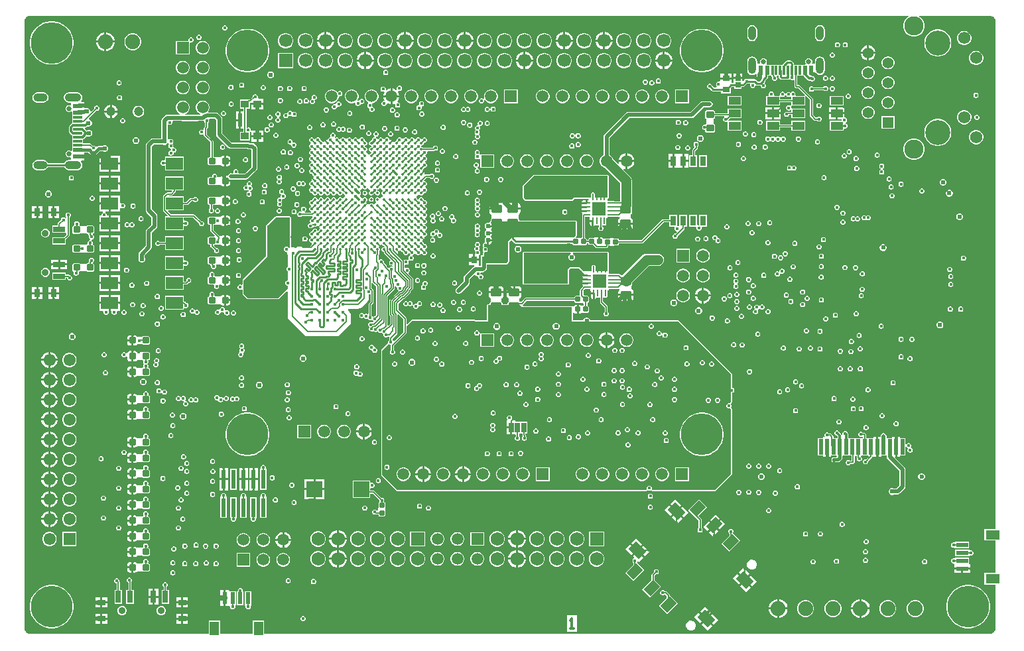
<source format=gtl>
G04*
G04 #@! TF.GenerationSoftware,Altium Limited,Altium Designer,23.11.1 (41)*
G04*
G04 Layer_Physical_Order=1*
G04 Layer_Color=255*
%FSLAX44Y44*%
%MOMM*%
G71*
G04*
G04 #@! TF.SameCoordinates,077C3239-A6FD-4C8A-B69B-129F227AD62B*
G04*
G04*
G04 #@! TF.FilePolarity,Positive*
G04*
G01*
G75*
%ADD10C,0.2540*%
%ADD15C,0.2032*%
%ADD16C,0.1270*%
%ADD18C,0.3810*%
%ADD24R,1.5000X0.7000*%
%ADD25R,0.8000X1.0000*%
%ADD26R,0.5001X2.0000*%
%ADD27R,2.1600X1.5200*%
G04:AMPARAMS|DCode=28|XSize=0.8mm|YSize=0.8mm|CornerRadius=0.1mm|HoleSize=0mm|Usage=FLASHONLY|Rotation=180.000|XOffset=0mm|YOffset=0mm|HoleType=Round|Shape=RoundedRectangle|*
%AMROUNDEDRECTD28*
21,1,0.8000,0.6000,0,0,180.0*
21,1,0.6000,0.8000,0,0,180.0*
1,1,0.2000,-0.3000,0.3000*
1,1,0.2000,0.3000,0.3000*
1,1,0.2000,0.3000,-0.3000*
1,1,0.2000,-0.3000,-0.3000*
%
%ADD28ROUNDEDRECTD28*%
%ADD29C,0.3500*%
%ADD30R,1.5000X1.0000*%
%ADD31R,0.6000X1.1500*%
%ADD32R,0.6400X0.6400*%
%ADD33R,0.9500X0.7500*%
%ADD34R,0.7600X1.2700*%
%ADD35R,1.8000X1.8000*%
%ADD36O,0.9000X0.2500*%
G04:AMPARAMS|DCode=37|XSize=1.4mm|YSize=1mm|CornerRadius=0.125mm|HoleSize=0mm|Usage=FLASHONLY|Rotation=0.000|XOffset=0mm|YOffset=0mm|HoleType=Round|Shape=RoundedRectangle|*
%AMROUNDEDRECTD37*
21,1,1.4000,0.7500,0,0,0.0*
21,1,1.1500,1.0000,0,0,0.0*
1,1,0.2500,0.5750,-0.3750*
1,1,0.2500,-0.5750,-0.3750*
1,1,0.2500,-0.5750,0.3750*
1,1,0.2500,0.5750,0.3750*
%
%ADD37ROUNDEDRECTD37*%
%ADD38O,0.2500X0.9000*%
%ADD39R,1.5500X0.6000*%
G04:AMPARAMS|DCode=40|XSize=1.9mm|YSize=1.4mm|CornerRadius=0mm|HoleSize=0mm|Usage=FLASHONLY|Rotation=135.000|XOffset=0mm|YOffset=0mm|HoleType=Round|Shape=Rectangle|*
%AMROTATEDRECTD40*
4,1,4,1.1667,-0.1768,0.1768,-1.1667,-1.1667,0.1768,-0.1768,1.1667,1.1667,-0.1768,0.0*
%
%ADD40ROTATEDRECTD40*%

G04:AMPARAMS|DCode=41|XSize=0.6mm|YSize=0.6mm|CornerRadius=0.06mm|HoleSize=0mm|Usage=FLASHONLY|Rotation=90.000|XOffset=0mm|YOffset=0mm|HoleType=Round|Shape=RoundedRectangle|*
%AMROUNDEDRECTD41*
21,1,0.6000,0.4800,0,0,90.0*
21,1,0.4800,0.6000,0,0,90.0*
1,1,0.1200,0.2400,0.2400*
1,1,0.1200,0.2400,-0.2400*
1,1,0.1200,-0.2400,-0.2400*
1,1,0.1200,-0.2400,0.2400*
%
%ADD41ROUNDEDRECTD41*%
%ADD42R,0.7500X0.9500*%
G04:AMPARAMS|DCode=43|XSize=1.7mm|YSize=1.2mm|CornerRadius=0mm|HoleSize=0mm|Usage=FLASHONLY|Rotation=45.000|XOffset=0mm|YOffset=0mm|HoleType=Round|Shape=Rectangle|*
%AMROTATEDRECTD43*
4,1,4,-0.1768,-1.0253,-1.0253,-0.1768,0.1768,1.0253,1.0253,0.1768,-0.1768,-1.0253,0.0*
%
%ADD43ROTATEDRECTD43*%

%ADD44R,1.0000X0.9000*%
%ADD45R,0.5500X1.7000*%
%ADD46R,1.1500X0.6000*%
%ADD47R,1.0000X0.8000*%
%ADD48C,0.3700*%
%ADD49R,2.0000X2.0000*%
%ADD50R,0.6000X2.4000*%
%ADD51R,0.6000X1.5500*%
%ADD52R,0.7000X1.5000*%
%ADD53R,5.7000X1.6000*%
G04:AMPARAMS|DCode=54|XSize=0.6mm|YSize=0.6mm|CornerRadius=0.06mm|HoleSize=0mm|Usage=FLASHONLY|Rotation=180.000|XOffset=0mm|YOffset=0mm|HoleType=Round|Shape=RoundedRectangle|*
%AMROUNDEDRECTD54*
21,1,0.6000,0.4800,0,0,180.0*
21,1,0.4800,0.6000,0,0,180.0*
1,1,0.1200,-0.2400,0.2400*
1,1,0.1200,0.2400,0.2400*
1,1,0.1200,0.2400,-0.2400*
1,1,0.1200,-0.2400,-0.2400*
%
%ADD54ROUNDEDRECTD54*%
%ADD55R,0.6350X1.2700*%
%ADD56R,0.3000X1.1500*%
%ADD57R,1.8000X1.2000*%
G04:AMPARAMS|DCode=58|XSize=1mm|YSize=0.9mm|CornerRadius=0.1125mm|HoleSize=0mm|Usage=FLASHONLY|Rotation=0.000|XOffset=0mm|YOffset=0mm|HoleType=Round|Shape=RoundedRectangle|*
%AMROUNDEDRECTD58*
21,1,1.0000,0.6750,0,0,0.0*
21,1,0.7750,0.9000,0,0,0.0*
1,1,0.2250,0.3875,-0.3375*
1,1,0.2250,-0.3875,-0.3375*
1,1,0.2250,-0.3875,0.3375*
1,1,0.2250,0.3875,0.3375*
%
%ADD58ROUNDEDRECTD58*%
%ADD59R,1.2000X1.8000*%
%ADD60R,1.1500X0.3000*%
%ADD87C,0.9000*%
%ADD91C,1.3900*%
%ADD99C,1.5700*%
%ADD103C,3.2000*%
%ADD104R,1.3900X1.3900*%
%ADD105C,2.4500*%
G04:AMPARAMS|DCode=106|XSize=1mm|YSize=1.8mm|CornerRadius=0.5mm|HoleSize=0mm|Usage=FLASHONLY|Rotation=180.000|XOffset=0mm|YOffset=0mm|HoleType=Round|Shape=RoundedRectangle|*
%AMROUNDEDRECTD106*
21,1,1.0000,0.8000,0,0,180.0*
21,1,0.0000,1.8000,0,0,180.0*
1,1,1.0000,0.0000,0.4000*
1,1,1.0000,0.0000,0.4000*
1,1,1.0000,0.0000,-0.4000*
1,1,1.0000,0.0000,-0.4000*
%
%ADD106ROUNDEDRECTD106*%
G04:AMPARAMS|DCode=107|XSize=1mm|YSize=2.1mm|CornerRadius=0.5mm|HoleSize=0mm|Usage=FLASHONLY|Rotation=180.000|XOffset=0mm|YOffset=0mm|HoleType=Round|Shape=RoundedRectangle|*
%AMROUNDEDRECTD107*
21,1,1.0000,1.1000,0,0,180.0*
21,1,0.0000,2.1000,0,0,180.0*
1,1,1.0000,0.0000,0.5500*
1,1,1.0000,0.0000,0.5500*
1,1,1.0000,0.0000,-0.5500*
1,1,1.0000,0.0000,-0.5500*
%
%ADD107ROUNDEDRECTD107*%
%ADD108C,0.6500*%
G04:AMPARAMS|DCode=111|XSize=1mm|YSize=2.1mm|CornerRadius=0.5mm|HoleSize=0mm|Usage=FLASHONLY|Rotation=270.000|XOffset=0mm|YOffset=0mm|HoleType=Round|Shape=RoundedRectangle|*
%AMROUNDEDRECTD111*
21,1,1.0000,1.1000,0,0,270.0*
21,1,0.0000,2.1000,0,0,270.0*
1,1,1.0000,-0.5500,0.0000*
1,1,1.0000,-0.5500,0.0000*
1,1,1.0000,0.5500,0.0000*
1,1,1.0000,0.5500,0.0000*
%
%ADD111ROUNDEDRECTD111*%
G04:AMPARAMS|DCode=112|XSize=1mm|YSize=1.8mm|CornerRadius=0.5mm|HoleSize=0mm|Usage=FLASHONLY|Rotation=270.000|XOffset=0mm|YOffset=0mm|HoleType=Round|Shape=RoundedRectangle|*
%AMROUNDEDRECTD112*
21,1,1.0000,0.8000,0,0,270.0*
21,1,0.0000,1.8000,0,0,270.0*
1,1,1.0000,-0.4000,0.0000*
1,1,1.0000,-0.4000,0.0000*
1,1,1.0000,0.4000,0.0000*
1,1,1.0000,0.4000,0.0000*
%
%ADD112ROUNDEDRECTD112*%
%ADD113C,0.6350*%
%ADD114C,0.1778*%
%ADD115C,0.1524*%
%ADD116C,0.5080*%
%ADD117C,0.3048*%
%ADD118C,1.2700*%
%ADD119C,0.6000*%
%ADD120C,0.3556*%
%ADD121C,5.3000*%
%ADD122C,1.7000*%
%ADD123C,1.5000*%
%ADD124C,1.9000*%
%ADD125C,1.7272*%
%ADD126C,1.2000*%
%ADD127C,1.5500*%
%ADD128R,1.5000X1.5000*%
%ADD129R,1.5500X1.5500*%
%ADD130R,1.7000X1.7000*%
%ADD131R,1.6764X1.6764*%
%ADD132R,1.5000X1.5000*%
%ADD133C,0.4064*%
%ADD134C,0.6096*%
%ADD135C,0.6000*%
G36*
X1659494Y1074532D02*
X1660862Y1073965D01*
X1662094Y1073142D01*
X1663142Y1072094D01*
X1663965Y1070862D01*
X1664532Y1069494D01*
X1664821Y1068041D01*
Y1067300D01*
Y418870D01*
X1650890D01*
Y404330D01*
X1664821D01*
Y362870D01*
X1650890D01*
Y348330D01*
X1664821D01*
Y292700D01*
Y291959D01*
X1664532Y290506D01*
X1663965Y289138D01*
X1663142Y287906D01*
X1662094Y286858D01*
X1660862Y286035D01*
X1659494Y285468D01*
X1658041Y285179D01*
X731170D01*
Y302370D01*
X716630D01*
Y285179D01*
X675170D01*
Y302370D01*
X660630D01*
Y285179D01*
X431959D01*
X430506Y285468D01*
X429138Y286035D01*
X427906Y286858D01*
X426858Y287906D01*
X426035Y289138D01*
X425468Y290506D01*
X425179Y291959D01*
Y292700D01*
Y1067300D01*
Y1068041D01*
X425468Y1069494D01*
X426035Y1070862D01*
X426858Y1072094D01*
X427906Y1073142D01*
X429138Y1073965D01*
X430506Y1074532D01*
X431959Y1074821D01*
X1554019D01*
X1554359Y1073551D01*
X1552399Y1072419D01*
X1549881Y1069901D01*
X1548101Y1066818D01*
X1547180Y1063380D01*
Y1059820D01*
X1548101Y1056382D01*
X1549881Y1053298D01*
X1552399Y1050781D01*
X1555482Y1049001D01*
X1558920Y1048080D01*
X1562480D01*
X1565918Y1049001D01*
X1569001Y1050781D01*
X1571519Y1053298D01*
X1573299Y1056382D01*
X1574220Y1059820D01*
Y1063380D01*
X1573299Y1066818D01*
X1571519Y1069901D01*
X1569001Y1072419D01*
X1567041Y1073551D01*
X1567381Y1074821D01*
X1658041D01*
X1659494Y1074532D01*
D02*
G37*
%LPC*%
G36*
X681657Y1062302D02*
X680343D01*
X679130Y1061799D01*
X678201Y1060870D01*
X677698Y1059657D01*
Y1058343D01*
X678201Y1057130D01*
X679130Y1056201D01*
X680343Y1055698D01*
X681657D01*
X682870Y1056201D01*
X683799Y1057130D01*
X684302Y1058343D01*
Y1059657D01*
X683799Y1060870D01*
X682870Y1061799D01*
X681657Y1062302D01*
D02*
G37*
G36*
X1166553Y1053740D02*
X1166370D01*
Y1043970D01*
X1176140D01*
Y1044153D01*
X1175388Y1046961D01*
X1173934Y1049479D01*
X1171879Y1051534D01*
X1169361Y1052988D01*
X1166553Y1053740D01*
D02*
G37*
G36*
X1163830D02*
X1163647D01*
X1160839Y1052988D01*
X1158321Y1051534D01*
X1156266Y1049479D01*
X1154812Y1046961D01*
X1154060Y1044153D01*
Y1043970D01*
X1163830D01*
Y1053740D01*
D02*
G37*
G36*
X1115753D02*
X1115570D01*
Y1043970D01*
X1125340D01*
Y1044153D01*
X1124588Y1046961D01*
X1123134Y1049479D01*
X1121079Y1051534D01*
X1118561Y1052988D01*
X1115753Y1053740D01*
D02*
G37*
G36*
X1113030D02*
X1112847D01*
X1110039Y1052988D01*
X1107521Y1051534D01*
X1105466Y1049479D01*
X1104012Y1046961D01*
X1103260Y1044153D01*
Y1043970D01*
X1113030D01*
Y1053740D01*
D02*
G37*
G36*
X988753D02*
X988570D01*
Y1043970D01*
X998340D01*
Y1044153D01*
X997588Y1046961D01*
X996134Y1049479D01*
X994079Y1051534D01*
X991561Y1052988D01*
X988753Y1053740D01*
D02*
G37*
G36*
X986030D02*
X985847D01*
X983039Y1052988D01*
X980521Y1051534D01*
X978466Y1049479D01*
X977012Y1046961D01*
X976260Y1044153D01*
Y1043970D01*
X986030D01*
Y1053740D01*
D02*
G37*
G36*
X912553D02*
X912370D01*
Y1043970D01*
X922140D01*
Y1044153D01*
X921388Y1046961D01*
X919934Y1049479D01*
X917879Y1051534D01*
X915361Y1052988D01*
X912553Y1053740D01*
D02*
G37*
G36*
X909830D02*
X909647D01*
X906839Y1052988D01*
X904321Y1051534D01*
X902266Y1049479D01*
X900812Y1046961D01*
X900060Y1044153D01*
Y1043970D01*
X909830D01*
Y1053740D01*
D02*
G37*
G36*
X810953D02*
X810770D01*
Y1043970D01*
X820540D01*
Y1044153D01*
X819788Y1046961D01*
X818334Y1049479D01*
X816279Y1051534D01*
X813761Y1052988D01*
X810953Y1053740D01*
D02*
G37*
G36*
X808230D02*
X808047D01*
X805239Y1052988D01*
X802721Y1051534D01*
X800666Y1049479D01*
X799212Y1046961D01*
X798460Y1044153D01*
Y1043970D01*
X808230D01*
Y1053740D01*
D02*
G37*
G36*
X648657Y1050302D02*
X647343D01*
X646130Y1049799D01*
X645201Y1048870D01*
X644698Y1047657D01*
Y1046343D01*
X645201Y1045130D01*
X646130Y1044201D01*
X647343Y1043698D01*
X648657D01*
X649870Y1044201D01*
X650799Y1045130D01*
X651302Y1046343D01*
Y1047657D01*
X650799Y1048870D01*
X649870Y1049799D01*
X648657Y1050302D01*
D02*
G37*
G36*
X530185Y1053440D02*
X529870D01*
Y1042670D01*
X540640D01*
Y1042985D01*
X539819Y1046047D01*
X538234Y1048793D01*
X535993Y1051034D01*
X533247Y1052619D01*
X530185Y1053440D01*
D02*
G37*
G36*
X527330D02*
X527015D01*
X523953Y1052619D01*
X521207Y1051034D01*
X518966Y1048793D01*
X517381Y1046047D01*
X516560Y1042985D01*
Y1042670D01*
X527330D01*
Y1053440D01*
D02*
G37*
G36*
X1440700Y1062943D02*
X1438254Y1062456D01*
X1436180Y1061070D01*
X1434794Y1058996D01*
X1434307Y1056550D01*
Y1048550D01*
X1434794Y1046104D01*
X1436180Y1044030D01*
X1438254Y1042644D01*
X1440700Y1042157D01*
X1443146Y1042644D01*
X1445220Y1044030D01*
X1446606Y1046104D01*
X1447093Y1048550D01*
Y1056550D01*
X1446606Y1058996D01*
X1445220Y1061070D01*
X1443146Y1062456D01*
X1440700Y1062943D01*
D02*
G37*
G36*
X1354300D02*
X1351854Y1062456D01*
X1349780Y1061070D01*
X1348394Y1058996D01*
X1347907Y1056550D01*
Y1048550D01*
X1348394Y1046104D01*
X1349780Y1044030D01*
X1351854Y1042644D01*
X1354300Y1042157D01*
X1356746Y1042644D01*
X1358820Y1044030D01*
X1360206Y1046104D01*
X1360693Y1048550D01*
Y1056550D01*
X1360206Y1058996D01*
X1358820Y1061070D01*
X1356746Y1062456D01*
X1354300Y1062943D01*
D02*
G37*
G36*
X638657Y1047365D02*
X637343D01*
X636130Y1046862D01*
X635201Y1045933D01*
X634698Y1044720D01*
Y1043406D01*
X634126Y1042550D01*
X618610D01*
Y1025010D01*
X636150D01*
Y1040112D01*
X637206Y1040818D01*
X637343Y1040761D01*
X638657D01*
X639870Y1041264D01*
X640799Y1042193D01*
X641302Y1043406D01*
Y1044720D01*
X640799Y1045933D01*
X639870Y1046862D01*
X638657Y1047365D01*
D02*
G37*
G36*
X1626201Y1055220D02*
X1623799D01*
X1621480Y1054598D01*
X1619400Y1053398D01*
X1617702Y1051700D01*
X1616501Y1049620D01*
X1615880Y1047301D01*
Y1044899D01*
X1616501Y1042580D01*
X1617702Y1040500D01*
X1619400Y1038802D01*
X1621480Y1037601D01*
X1623799Y1036980D01*
X1626201D01*
X1628520Y1037601D01*
X1630600Y1038802D01*
X1632298Y1040500D01*
X1633499Y1042580D01*
X1634120Y1044899D01*
Y1047301D01*
X1633499Y1049620D01*
X1632298Y1051700D01*
X1630600Y1053398D01*
X1628520Y1054598D01*
X1626201Y1055220D01*
D02*
G37*
G36*
X1473777Y1040844D02*
X1472463D01*
X1471250Y1040342D01*
X1470321Y1039413D01*
X1469818Y1038199D01*
Y1036885D01*
X1470321Y1035672D01*
X1471250Y1034743D01*
X1472463Y1034240D01*
X1473777D01*
X1474991Y1034743D01*
X1475920Y1035672D01*
X1476422Y1036885D01*
Y1038199D01*
X1475920Y1039413D01*
X1474991Y1040342D01*
X1473777Y1040844D01*
D02*
G37*
G36*
X1463777D02*
X1462463D01*
X1461250Y1040342D01*
X1460321Y1039413D01*
X1459818Y1038199D01*
Y1036885D01*
X1460321Y1035672D01*
X1461250Y1034743D01*
X1462463Y1034240D01*
X1463777D01*
X1464991Y1034743D01*
X1465920Y1035672D01*
X1466422Y1036885D01*
Y1038199D01*
X1465920Y1039413D01*
X1464991Y1040342D01*
X1463777Y1040844D01*
D02*
G37*
G36*
X1242586Y1052470D02*
X1240014D01*
X1237529Y1051804D01*
X1235301Y1050518D01*
X1233482Y1048699D01*
X1232196Y1046471D01*
X1231530Y1043986D01*
Y1041414D01*
X1232196Y1038929D01*
X1233482Y1036701D01*
X1235301Y1034882D01*
X1237529Y1033596D01*
X1240014Y1032930D01*
X1242586D01*
X1245071Y1033596D01*
X1247299Y1034882D01*
X1249118Y1036701D01*
X1250404Y1038929D01*
X1251070Y1041414D01*
Y1043986D01*
X1250404Y1046471D01*
X1249118Y1048699D01*
X1247299Y1050518D01*
X1245071Y1051804D01*
X1242586Y1052470D01*
D02*
G37*
G36*
X1217186D02*
X1214614D01*
X1212129Y1051804D01*
X1209901Y1050518D01*
X1208082Y1048699D01*
X1206796Y1046471D01*
X1206130Y1043986D01*
Y1041414D01*
X1206796Y1038929D01*
X1208082Y1036701D01*
X1209901Y1034882D01*
X1212129Y1033596D01*
X1214614Y1032930D01*
X1217186D01*
X1219671Y1033596D01*
X1221899Y1034882D01*
X1223718Y1036701D01*
X1225004Y1038929D01*
X1225670Y1041414D01*
Y1043986D01*
X1225004Y1046471D01*
X1223718Y1048699D01*
X1221899Y1050518D01*
X1219671Y1051804D01*
X1217186Y1052470D01*
D02*
G37*
G36*
X1191786D02*
X1189214D01*
X1186729Y1051804D01*
X1184501Y1050518D01*
X1182682Y1048699D01*
X1181396Y1046471D01*
X1180730Y1043986D01*
Y1041414D01*
X1181396Y1038929D01*
X1182682Y1036701D01*
X1184501Y1034882D01*
X1186729Y1033596D01*
X1189214Y1032930D01*
X1191786D01*
X1194271Y1033596D01*
X1196499Y1034882D01*
X1198318Y1036701D01*
X1199604Y1038929D01*
X1200270Y1041414D01*
Y1043986D01*
X1199604Y1046471D01*
X1198318Y1048699D01*
X1196499Y1050518D01*
X1194271Y1051804D01*
X1191786Y1052470D01*
D02*
G37*
G36*
X1140986D02*
X1138414D01*
X1135929Y1051804D01*
X1133701Y1050518D01*
X1131882Y1048699D01*
X1130596Y1046471D01*
X1129930Y1043986D01*
Y1041414D01*
X1130596Y1038929D01*
X1131882Y1036701D01*
X1133701Y1034882D01*
X1135929Y1033596D01*
X1138414Y1032930D01*
X1140986D01*
X1143471Y1033596D01*
X1145699Y1034882D01*
X1147518Y1036701D01*
X1148804Y1038929D01*
X1149470Y1041414D01*
Y1043986D01*
X1148804Y1046471D01*
X1147518Y1048699D01*
X1145699Y1050518D01*
X1143471Y1051804D01*
X1140986Y1052470D01*
D02*
G37*
G36*
X1090186D02*
X1087614D01*
X1085129Y1051804D01*
X1082901Y1050518D01*
X1081082Y1048699D01*
X1079796Y1046471D01*
X1079130Y1043986D01*
Y1041414D01*
X1079796Y1038929D01*
X1081082Y1036701D01*
X1082901Y1034882D01*
X1085129Y1033596D01*
X1087614Y1032930D01*
X1090186D01*
X1092671Y1033596D01*
X1094899Y1034882D01*
X1096718Y1036701D01*
X1098004Y1038929D01*
X1098670Y1041414D01*
Y1043986D01*
X1098004Y1046471D01*
X1096718Y1048699D01*
X1094899Y1050518D01*
X1092671Y1051804D01*
X1090186Y1052470D01*
D02*
G37*
G36*
X1064786D02*
X1062214D01*
X1059729Y1051804D01*
X1057501Y1050518D01*
X1055682Y1048699D01*
X1054396Y1046471D01*
X1053730Y1043986D01*
Y1041414D01*
X1054396Y1038929D01*
X1055682Y1036701D01*
X1057501Y1034882D01*
X1059729Y1033596D01*
X1062214Y1032930D01*
X1064786D01*
X1067271Y1033596D01*
X1069499Y1034882D01*
X1071318Y1036701D01*
X1072604Y1038929D01*
X1073270Y1041414D01*
Y1043986D01*
X1072604Y1046471D01*
X1071318Y1048699D01*
X1069499Y1050518D01*
X1067271Y1051804D01*
X1064786Y1052470D01*
D02*
G37*
G36*
X1039386D02*
X1036814D01*
X1034329Y1051804D01*
X1032101Y1050518D01*
X1030282Y1048699D01*
X1028996Y1046471D01*
X1028330Y1043986D01*
Y1041414D01*
X1028996Y1038929D01*
X1030282Y1036701D01*
X1032101Y1034882D01*
X1034329Y1033596D01*
X1036814Y1032930D01*
X1039386D01*
X1041871Y1033596D01*
X1044099Y1034882D01*
X1045918Y1036701D01*
X1047204Y1038929D01*
X1047870Y1041414D01*
Y1043986D01*
X1047204Y1046471D01*
X1045918Y1048699D01*
X1044099Y1050518D01*
X1041871Y1051804D01*
X1039386Y1052470D01*
D02*
G37*
G36*
X1013986D02*
X1011414D01*
X1008929Y1051804D01*
X1006701Y1050518D01*
X1004882Y1048699D01*
X1003596Y1046471D01*
X1002930Y1043986D01*
Y1041414D01*
X1003596Y1038929D01*
X1004882Y1036701D01*
X1006701Y1034882D01*
X1008929Y1033596D01*
X1011414Y1032930D01*
X1013986D01*
X1016471Y1033596D01*
X1018699Y1034882D01*
X1020518Y1036701D01*
X1021804Y1038929D01*
X1022470Y1041414D01*
Y1043986D01*
X1021804Y1046471D01*
X1020518Y1048699D01*
X1018699Y1050518D01*
X1016471Y1051804D01*
X1013986Y1052470D01*
D02*
G37*
G36*
X963186D02*
X960614D01*
X958129Y1051804D01*
X955901Y1050518D01*
X954082Y1048699D01*
X952796Y1046471D01*
X952130Y1043986D01*
Y1041414D01*
X952796Y1038929D01*
X954082Y1036701D01*
X955901Y1034882D01*
X958129Y1033596D01*
X960614Y1032930D01*
X963186D01*
X965671Y1033596D01*
X967899Y1034882D01*
X969718Y1036701D01*
X971004Y1038929D01*
X971670Y1041414D01*
Y1043986D01*
X971004Y1046471D01*
X969718Y1048699D01*
X967899Y1050518D01*
X965671Y1051804D01*
X963186Y1052470D01*
D02*
G37*
G36*
X937786D02*
X935214D01*
X932729Y1051804D01*
X930501Y1050518D01*
X928682Y1048699D01*
X927396Y1046471D01*
X926730Y1043986D01*
Y1041414D01*
X927396Y1038929D01*
X928682Y1036701D01*
X930501Y1034882D01*
X932729Y1033596D01*
X935214Y1032930D01*
X937786D01*
X940271Y1033596D01*
X942499Y1034882D01*
X944318Y1036701D01*
X945604Y1038929D01*
X946270Y1041414D01*
Y1043986D01*
X945604Y1046471D01*
X944318Y1048699D01*
X942499Y1050518D01*
X940271Y1051804D01*
X937786Y1052470D01*
D02*
G37*
G36*
X886986D02*
X884414D01*
X881929Y1051804D01*
X879701Y1050518D01*
X877882Y1048699D01*
X876596Y1046471D01*
X875930Y1043986D01*
Y1041414D01*
X876596Y1038929D01*
X877882Y1036701D01*
X879701Y1034882D01*
X881929Y1033596D01*
X884414Y1032930D01*
X886986D01*
X889471Y1033596D01*
X891699Y1034882D01*
X893518Y1036701D01*
X894804Y1038929D01*
X895470Y1041414D01*
Y1043986D01*
X894804Y1046471D01*
X893518Y1048699D01*
X891699Y1050518D01*
X889471Y1051804D01*
X886986Y1052470D01*
D02*
G37*
G36*
X861586D02*
X859014D01*
X856529Y1051804D01*
X854301Y1050518D01*
X852482Y1048699D01*
X851196Y1046471D01*
X850530Y1043986D01*
Y1041414D01*
X851196Y1038929D01*
X852482Y1036701D01*
X854301Y1034882D01*
X856529Y1033596D01*
X859014Y1032930D01*
X861586D01*
X864071Y1033596D01*
X866299Y1034882D01*
X868118Y1036701D01*
X869404Y1038929D01*
X870070Y1041414D01*
Y1043986D01*
X869404Y1046471D01*
X868118Y1048699D01*
X866299Y1050518D01*
X864071Y1051804D01*
X861586Y1052470D01*
D02*
G37*
G36*
X836186D02*
X833614D01*
X831129Y1051804D01*
X828901Y1050518D01*
X827082Y1048699D01*
X825796Y1046471D01*
X825130Y1043986D01*
Y1041414D01*
X825796Y1038929D01*
X827082Y1036701D01*
X828901Y1034882D01*
X831129Y1033596D01*
X833614Y1032930D01*
X836186D01*
X838671Y1033596D01*
X840899Y1034882D01*
X842718Y1036701D01*
X844004Y1038929D01*
X844670Y1041414D01*
Y1043986D01*
X844004Y1046471D01*
X842718Y1048699D01*
X840899Y1050518D01*
X838671Y1051804D01*
X836186Y1052470D01*
D02*
G37*
G36*
X785386D02*
X782814D01*
X780329Y1051804D01*
X778101Y1050518D01*
X776282Y1048699D01*
X774996Y1046471D01*
X774330Y1043986D01*
Y1041414D01*
X774996Y1038929D01*
X776282Y1036701D01*
X778101Y1034882D01*
X780329Y1033596D01*
X782814Y1032930D01*
X785386D01*
X787871Y1033596D01*
X790099Y1034882D01*
X791918Y1036701D01*
X793204Y1038929D01*
X793870Y1041414D01*
Y1043986D01*
X793204Y1046471D01*
X791918Y1048699D01*
X790099Y1050518D01*
X787871Y1051804D01*
X785386Y1052470D01*
D02*
G37*
G36*
X759986D02*
X757414D01*
X754929Y1051804D01*
X752701Y1050518D01*
X750882Y1048699D01*
X749596Y1046471D01*
X748930Y1043986D01*
Y1041414D01*
X749596Y1038929D01*
X750882Y1036701D01*
X752701Y1034882D01*
X754929Y1033596D01*
X757414Y1032930D01*
X759986D01*
X762471Y1033596D01*
X764699Y1034882D01*
X766518Y1036701D01*
X767804Y1038929D01*
X768470Y1041414D01*
Y1043986D01*
X767804Y1046471D01*
X766518Y1048699D01*
X764699Y1050518D01*
X762471Y1051804D01*
X759986Y1052470D01*
D02*
G37*
G36*
X1176140Y1041430D02*
X1166370D01*
Y1031660D01*
X1166553D01*
X1169361Y1032412D01*
X1171879Y1033866D01*
X1173934Y1035921D01*
X1175388Y1038439D01*
X1176140Y1041247D01*
Y1041430D01*
D02*
G37*
G36*
X1163830D02*
X1154060D01*
Y1041247D01*
X1154812Y1038439D01*
X1156266Y1035921D01*
X1158321Y1033866D01*
X1160839Y1032412D01*
X1163647Y1031660D01*
X1163830D01*
Y1041430D01*
D02*
G37*
G36*
X1125340D02*
X1115570D01*
Y1031660D01*
X1115753D01*
X1118561Y1032412D01*
X1121079Y1033866D01*
X1123134Y1035921D01*
X1124588Y1038439D01*
X1125340Y1041247D01*
Y1041430D01*
D02*
G37*
G36*
X1113030D02*
X1103260D01*
Y1041247D01*
X1104012Y1038439D01*
X1105466Y1035921D01*
X1107521Y1033866D01*
X1110039Y1032412D01*
X1112847Y1031660D01*
X1113030D01*
Y1041430D01*
D02*
G37*
G36*
X998340D02*
X988570D01*
Y1031660D01*
X988753D01*
X991561Y1032412D01*
X994079Y1033866D01*
X996134Y1035921D01*
X997588Y1038439D01*
X998340Y1041247D01*
Y1041430D01*
D02*
G37*
G36*
X986030D02*
X976260D01*
Y1041247D01*
X977012Y1038439D01*
X978466Y1035921D01*
X980521Y1033866D01*
X983039Y1032412D01*
X985847Y1031660D01*
X986030D01*
Y1041430D01*
D02*
G37*
G36*
X922140D02*
X912370D01*
Y1031660D01*
X912553D01*
X915361Y1032412D01*
X917879Y1033866D01*
X919934Y1035921D01*
X921388Y1038439D01*
X922140Y1041247D01*
Y1041430D01*
D02*
G37*
G36*
X909830D02*
X900060D01*
Y1041247D01*
X900812Y1038439D01*
X902266Y1035921D01*
X904321Y1033866D01*
X906839Y1032412D01*
X909647Y1031660D01*
X909830D01*
Y1041430D01*
D02*
G37*
G36*
X820540D02*
X810770D01*
Y1031660D01*
X810953D01*
X813761Y1032412D01*
X816279Y1033866D01*
X818334Y1035921D01*
X819788Y1038439D01*
X820540Y1041247D01*
Y1041430D01*
D02*
G37*
G36*
X808230D02*
X798460D01*
Y1041247D01*
X799212Y1038439D01*
X800666Y1035921D01*
X802721Y1033866D01*
X805239Y1032412D01*
X808047Y1031660D01*
X808230D01*
Y1041430D01*
D02*
G37*
G36*
X565018Y1052170D02*
X562182D01*
X559443Y1051436D01*
X556987Y1050018D01*
X554982Y1048013D01*
X553564Y1045557D01*
X552830Y1042818D01*
Y1039982D01*
X553564Y1037243D01*
X554982Y1034787D01*
X556987Y1032782D01*
X559443Y1031364D01*
X562182Y1030630D01*
X565018D01*
X567757Y1031364D01*
X570213Y1032782D01*
X572218Y1034787D01*
X573636Y1037243D01*
X574370Y1039982D01*
Y1042818D01*
X573636Y1045557D01*
X572218Y1048013D01*
X570213Y1050018D01*
X567757Y1051436D01*
X565018Y1052170D01*
D02*
G37*
G36*
X540640Y1040130D02*
X529870D01*
Y1029360D01*
X530185D01*
X533247Y1030181D01*
X535993Y1031766D01*
X538234Y1034007D01*
X539819Y1036753D01*
X540640Y1039815D01*
Y1040130D01*
D02*
G37*
G36*
X527330D02*
X516560D01*
Y1039815D01*
X517381Y1036753D01*
X518966Y1034007D01*
X521207Y1031766D01*
X523953Y1030181D01*
X527015Y1029360D01*
X527330D01*
Y1040130D01*
D02*
G37*
G36*
X1503570Y1036784D02*
Y1028570D01*
X1511785D01*
X1511143Y1030963D01*
X1509894Y1033127D01*
X1508127Y1034894D01*
X1505963Y1036143D01*
X1503570Y1036784D01*
D02*
G37*
G36*
X1501030Y1036785D02*
X1498637Y1036143D01*
X1496473Y1034894D01*
X1494706Y1033127D01*
X1493457Y1030963D01*
X1492816Y1028570D01*
X1501030D01*
Y1036785D01*
D02*
G37*
G36*
X653935Y1042550D02*
X651625D01*
X649395Y1041952D01*
X647395Y1040798D01*
X645762Y1039165D01*
X644608Y1037165D01*
X644010Y1034935D01*
Y1032625D01*
X644608Y1030395D01*
X645762Y1028395D01*
X647395Y1026762D01*
X649395Y1025608D01*
X651625Y1025010D01*
X653935D01*
X656165Y1025608D01*
X658165Y1026762D01*
X659798Y1028395D01*
X660952Y1030395D01*
X661550Y1032625D01*
Y1034935D01*
X660952Y1037165D01*
X659798Y1039165D01*
X658165Y1040798D01*
X656165Y1041952D01*
X653935Y1042550D01*
D02*
G37*
G36*
X1592901Y1057270D02*
X1589499D01*
X1586163Y1056606D01*
X1583020Y1055304D01*
X1580191Y1053415D01*
X1577785Y1051009D01*
X1575896Y1048180D01*
X1574594Y1045038D01*
X1573930Y1041701D01*
Y1038299D01*
X1574594Y1034962D01*
X1575896Y1031820D01*
X1577785Y1028991D01*
X1580191Y1026585D01*
X1583020Y1024696D01*
X1586163Y1023394D01*
X1589499Y1022730D01*
X1592901D01*
X1596237Y1023394D01*
X1599380Y1024696D01*
X1602209Y1026585D01*
X1604615Y1028991D01*
X1606505Y1031820D01*
X1607806Y1034962D01*
X1608470Y1038299D01*
Y1041701D01*
X1607806Y1045038D01*
X1606505Y1048180D01*
X1604615Y1051009D01*
X1602209Y1053415D01*
X1599380Y1055304D01*
X1596237Y1056606D01*
X1592901Y1057270D01*
D02*
G37*
G36*
X1457300Y1027555D02*
X1455986D01*
X1454773Y1027053D01*
X1453844Y1026124D01*
X1453341Y1024910D01*
Y1023597D01*
X1453844Y1022383D01*
X1454773Y1021454D01*
X1455986Y1020952D01*
X1457300D01*
X1458514Y1021454D01*
X1459443Y1022383D01*
X1459945Y1023597D01*
Y1024910D01*
X1459443Y1026124D01*
X1458514Y1027053D01*
X1457300Y1027555D01*
D02*
G37*
G36*
X1242753Y1028340D02*
X1242570D01*
Y1018570D01*
X1252340D01*
Y1018753D01*
X1251588Y1021561D01*
X1250134Y1024079D01*
X1248079Y1026134D01*
X1245561Y1027588D01*
X1242753Y1028340D01*
D02*
G37*
G36*
X1240030D02*
X1239847D01*
X1237039Y1027588D01*
X1234521Y1026134D01*
X1232466Y1024079D01*
X1231012Y1021561D01*
X1230260Y1018753D01*
Y1018570D01*
X1240030D01*
Y1028340D01*
D02*
G37*
G36*
X1064953D02*
X1064770D01*
Y1018570D01*
X1074540D01*
Y1018753D01*
X1073788Y1021561D01*
X1072334Y1024079D01*
X1070279Y1026134D01*
X1067761Y1027588D01*
X1064953Y1028340D01*
D02*
G37*
G36*
X1062230D02*
X1062047D01*
X1059239Y1027588D01*
X1056721Y1026134D01*
X1054666Y1024079D01*
X1053212Y1021561D01*
X1052460Y1018753D01*
Y1018570D01*
X1062230D01*
Y1028340D01*
D02*
G37*
G36*
X861753D02*
X861570D01*
Y1018570D01*
X871340D01*
Y1018753D01*
X870588Y1021561D01*
X869134Y1024079D01*
X867079Y1026134D01*
X864561Y1027588D01*
X861753Y1028340D01*
D02*
G37*
G36*
X859030D02*
X858847D01*
X856039Y1027588D01*
X853521Y1026134D01*
X851466Y1024079D01*
X850012Y1021561D01*
X849260Y1018753D01*
Y1018570D01*
X859030D01*
Y1028340D01*
D02*
G37*
G36*
X1511785Y1026030D02*
X1503570D01*
Y1017815D01*
X1505963Y1018457D01*
X1508127Y1019706D01*
X1509894Y1021473D01*
X1511143Y1023637D01*
X1511785Y1026030D01*
D02*
G37*
G36*
X1501030D02*
X1492816D01*
X1493457Y1023637D01*
X1494706Y1021473D01*
X1496473Y1019706D01*
X1498637Y1018457D01*
X1501030Y1017815D01*
Y1026030D01*
D02*
G37*
G36*
X1440700Y1022643D02*
X1438254Y1022156D01*
X1436180Y1020770D01*
X1434794Y1018697D01*
X1434307Y1016250D01*
Y1013290D01*
X1431416D01*
X1430711Y1014346D01*
X1430920Y1014851D01*
Y1016649D01*
X1430232Y1018310D01*
X1428960Y1019582D01*
X1427299Y1020270D01*
X1425501D01*
X1423840Y1019582D01*
X1422568Y1018310D01*
X1421880Y1016649D01*
Y1014851D01*
X1422527Y1013290D01*
X1422078Y1012020D01*
X1407590D01*
Y1013080D01*
X1407393Y1014071D01*
X1406831Y1014911D01*
X1405181Y1016561D01*
X1404341Y1017123D01*
X1403350Y1017320D01*
X1398888D01*
X1397897Y1017123D01*
X1397057Y1016561D01*
X1393399Y1012903D01*
X1392837Y1012063D01*
X1392829Y1012020D01*
X1372922D01*
X1372473Y1013290D01*
X1373120Y1014851D01*
Y1016649D01*
X1372432Y1018310D01*
X1371160Y1019582D01*
X1369499Y1020270D01*
X1367701D01*
X1366040Y1019582D01*
X1364768Y1018310D01*
X1364080Y1016649D01*
Y1014851D01*
X1364289Y1014346D01*
X1363584Y1013290D01*
X1360693D01*
Y1016250D01*
X1360206Y1018697D01*
X1358820Y1020770D01*
X1356746Y1022156D01*
X1354300Y1022643D01*
X1351854Y1022156D01*
X1349780Y1020770D01*
X1348394Y1018697D01*
X1347907Y1016250D01*
Y1005250D01*
X1348394Y1002804D01*
X1349780Y1000730D01*
X1351854Y999344D01*
X1354300Y998857D01*
X1356746Y999344D01*
X1358690Y1000642D01*
X1359960Y1000323D01*
Y996710D01*
X1364230D01*
Y1005000D01*
X1366770D01*
Y996710D01*
X1366794D01*
X1367280Y995537D01*
X1366757Y995013D01*
X1366195Y994173D01*
X1365998Y993182D01*
Y992758D01*
X1364242Y991002D01*
X1361293D01*
X1359463Y992831D01*
X1358623Y993393D01*
X1357632Y993590D01*
X1349080D01*
X1348870Y993799D01*
X1347657Y994302D01*
X1346343D01*
X1345130Y993799D01*
X1344201Y992870D01*
X1343718Y991704D01*
X1343650Y991623D01*
X1343024Y991175D01*
X1341780Y991754D01*
Y993930D01*
X1336040D01*
X1330300D01*
Y989460D01*
X1329391Y988590D01*
X1328090D01*
Y993445D01*
X1320800D01*
X1313510D01*
Y991120D01*
X1312240Y990271D01*
X1312059Y990346D01*
X1310745D01*
X1309532Y989843D01*
X1308603Y988914D01*
X1308100Y987701D01*
Y986387D01*
X1308603Y985174D01*
X1309201Y984575D01*
X1308734Y983305D01*
X1305323D01*
X1303270Y985359D01*
X1302849Y986374D01*
X1301920Y987303D01*
X1300706Y987806D01*
X1299393D01*
X1298179Y987303D01*
X1297250Y986374D01*
X1296748Y985161D01*
Y983847D01*
X1297250Y982634D01*
X1298179Y981705D01*
X1299393Y981202D01*
X1300102D01*
X1302419Y978884D01*
X1303260Y978323D01*
X1304251Y978126D01*
X1314780D01*
Y975695D01*
X1326820D01*
Y982073D01*
X1328157Y983410D01*
X1331570D01*
Y981530D01*
X1340510D01*
Y983410D01*
X1342000D01*
X1342991Y983607D01*
X1343831Y984169D01*
X1347361Y987698D01*
X1347657D01*
X1348870Y988201D01*
X1349080Y988410D01*
X1351335D01*
X1352036Y987140D01*
X1351754Y986459D01*
Y985146D01*
X1352257Y983932D01*
X1353186Y983003D01*
X1354400Y982501D01*
X1355713D01*
X1356927Y983003D01*
X1357856Y983932D01*
X1358335Y985089D01*
X1358381Y985168D01*
X1358465Y985253D01*
X1359628Y985940D01*
X1360220Y985822D01*
X1365229D01*
X1365230Y985821D01*
Y984507D01*
X1365733Y983294D01*
X1366662Y982365D01*
X1367875Y981862D01*
X1369189D01*
X1370403Y982365D01*
X1371331Y983294D01*
X1371834Y984507D01*
Y985821D01*
X1371331Y987034D01*
X1370403Y987963D01*
X1370347Y987986D01*
X1370049Y989484D01*
X1370419Y989854D01*
X1370981Y990694D01*
X1371178Y991685D01*
Y992109D01*
X1373601Y994532D01*
X1374163Y995373D01*
X1374360Y996364D01*
Y997980D01*
X1378923D01*
Y997815D01*
X1379070Y997072D01*
X1379492Y996442D01*
X1379908Y996026D01*
X1379716Y995563D01*
Y994249D01*
X1380219Y993036D01*
X1381148Y992107D01*
X1382361Y991604D01*
X1383675D01*
X1384889Y992107D01*
X1385818Y993036D01*
X1386320Y994249D01*
Y995563D01*
X1385818Y996777D01*
X1386410Y997980D01*
X1387640D01*
Y997168D01*
X1387837Y996177D01*
X1388399Y995337D01*
X1389887Y993849D01*
X1390727Y993287D01*
X1391718Y993090D01*
X1398449D01*
X1399392Y993278D01*
X1399917Y993174D01*
X1400908Y993371D01*
X1401198Y993565D01*
X1402545Y993633D01*
X1403474Y992704D01*
X1404687Y992201D01*
X1406001D01*
X1406788Y992527D01*
X1408058Y991887D01*
Y984744D01*
X1408206Y984001D01*
X1408627Y983371D01*
X1409371Y982627D01*
X1410001Y982206D01*
X1410744Y982058D01*
X1413195D01*
X1421753Y973500D01*
X1421227Y972230D01*
X1420934Y972230D01*
X1420934Y972230D01*
X1420923Y972230D01*
X1410331D01*
X1409482Y973500D01*
X1409566Y973702D01*
Y975016D01*
X1409064Y976230D01*
X1408135Y977159D01*
X1406921Y977661D01*
X1405607D01*
X1404394Y977159D01*
X1403466Y976231D01*
X1402807Y976889D01*
X1401594Y977392D01*
X1400280D01*
X1399067Y976889D01*
X1398138Y975960D01*
X1397635Y974747D01*
Y973433D01*
X1398138Y972220D01*
X1399067Y971291D01*
X1400280Y970788D01*
X1401594D01*
X1402807Y971291D01*
X1403100Y971583D01*
X1404370Y971057D01*
Y967902D01*
X1389630D01*
Y971205D01*
X1390900Y971731D01*
X1391193Y971439D01*
X1392406Y970936D01*
X1393720D01*
X1394933Y971439D01*
X1395862Y972368D01*
X1396365Y973581D01*
Y974895D01*
X1395862Y976108D01*
X1394933Y977037D01*
X1393720Y977540D01*
X1392406D01*
X1391193Y977037D01*
X1390264Y976108D01*
X1389761Y974895D01*
Y973581D01*
X1389829Y973418D01*
X1388946Y972230D01*
X1382625D01*
X1381848Y973500D01*
X1382076Y974051D01*
Y975365D01*
X1381573Y976578D01*
X1380644Y977507D01*
X1379431Y978010D01*
X1378117D01*
X1376904Y977507D01*
X1375975Y976578D01*
X1375472Y975365D01*
Y974051D01*
X1375700Y973500D01*
X1374923Y972230D01*
X1372090D01*
Y959690D01*
X1389630D01*
Y964018D01*
X1404370D01*
Y960811D01*
X1404370Y960807D01*
Y960807D01*
X1404370Y960096D01*
X1403185Y959485D01*
X1402870Y959799D01*
X1401657Y960302D01*
X1400343D01*
X1399130Y959799D01*
X1398201Y958870D01*
X1397698Y957657D01*
Y956343D01*
X1398201Y955130D01*
X1399130Y954201D01*
X1400343Y953698D01*
X1401657D01*
X1402870Y954201D01*
X1403100Y954430D01*
X1404370Y953904D01*
Y951902D01*
X1400296D01*
X1400296Y951902D01*
X1399553Y951755D01*
X1399533Y951741D01*
X1398927Y951992D01*
X1397613D01*
X1396400Y951489D01*
X1395471Y950560D01*
X1394968Y949347D01*
Y948033D01*
X1395471Y946820D01*
X1396400Y945891D01*
X1397613Y945388D01*
X1398927D01*
X1400140Y945891D01*
X1401069Y946820D01*
X1401566Y948018D01*
X1404370D01*
Y943690D01*
X1421910D01*
Y956230D01*
X1405525D01*
X1404364Y956337D01*
X1404302Y957472D01*
Y957657D01*
X1403969Y958460D01*
X1403906Y958612D01*
X1404504Y959491D01*
X1404730Y959690D01*
X1405472Y959690D01*
X1421910D01*
X1421910Y971243D01*
Y971254D01*
Y971254D01*
X1421910Y971547D01*
X1422404Y971751D01*
X1423180Y972073D01*
X1428058Y967195D01*
Y947000D01*
X1428206Y946257D01*
X1428627Y945627D01*
X1432896Y941357D01*
X1433526Y940936D01*
X1434269Y940788D01*
X1434270Y940788D01*
X1436770D01*
X1437627Y939931D01*
X1438841Y939429D01*
X1440155D01*
X1441368Y939931D01*
X1442297Y940860D01*
X1442800Y942074D01*
Y943388D01*
X1442297Y944601D01*
X1441368Y945530D01*
X1440155Y946033D01*
X1438841D01*
X1437627Y945530D01*
X1436770Y944673D01*
X1435074D01*
X1431942Y947804D01*
Y968000D01*
X1431942Y968000D01*
X1431794Y968743D01*
X1431373Y969373D01*
X1415373Y985373D01*
X1414743Y985795D01*
X1414000Y985942D01*
X1411942D01*
Y997980D01*
X1420295D01*
X1420344Y997732D01*
X1420962Y996808D01*
X1425288Y992482D01*
X1425289Y992482D01*
X1426213Y991864D01*
X1427303Y991647D01*
X1427303Y991647D01*
X1428912D01*
X1429057Y991502D01*
X1430271Y991000D01*
X1431584D01*
X1432798Y991502D01*
X1433727Y992431D01*
X1434229Y993645D01*
Y994958D01*
X1434030Y995440D01*
X1434848Y996710D01*
X1435040D01*
Y1000323D01*
X1436310Y1000642D01*
X1438254Y999344D01*
X1440700Y998857D01*
X1443146Y999344D01*
X1445220Y1000730D01*
X1446606Y1002804D01*
X1447093Y1005250D01*
Y1016250D01*
X1446606Y1018697D01*
X1445220Y1020770D01*
X1443146Y1022156D01*
X1440700Y1022643D01*
D02*
G37*
G36*
X462186Y1067770D02*
X457814D01*
X453497Y1067086D01*
X449340Y1065735D01*
X445445Y1063751D01*
X441909Y1061182D01*
X438818Y1058091D01*
X436249Y1054555D01*
X434264Y1050660D01*
X432914Y1046503D01*
X432230Y1042186D01*
Y1037814D01*
X432914Y1033497D01*
X434264Y1029340D01*
X436249Y1025445D01*
X438818Y1021909D01*
X441909Y1018818D01*
X445445Y1016249D01*
X449340Y1014265D01*
X453497Y1012914D01*
X457814Y1012230D01*
X462186D01*
X466503Y1012914D01*
X470660Y1014265D01*
X474555Y1016249D01*
X478091Y1018818D01*
X481182Y1021909D01*
X483751Y1025445D01*
X485736Y1029340D01*
X487086Y1033497D01*
X487770Y1037814D01*
Y1042186D01*
X487086Y1046503D01*
X485736Y1050660D01*
X483751Y1054555D01*
X481182Y1058091D01*
X478091Y1061182D01*
X474555Y1063751D01*
X470660Y1065735D01*
X466503Y1067086D01*
X462186Y1067770D01*
D02*
G37*
G36*
X1641401Y1029820D02*
X1638999D01*
X1636680Y1029198D01*
X1634600Y1027998D01*
X1632902Y1026300D01*
X1631702Y1024220D01*
X1631080Y1021901D01*
Y1019499D01*
X1631702Y1017180D01*
X1632902Y1015100D01*
X1634600Y1013402D01*
X1636680Y1012202D01*
X1638999Y1011580D01*
X1641401D01*
X1643720Y1012202D01*
X1645800Y1013402D01*
X1647498Y1015100D01*
X1648698Y1017180D01*
X1649320Y1019499D01*
Y1021901D01*
X1648698Y1024220D01*
X1647498Y1026300D01*
X1645800Y1027998D01*
X1643720Y1029198D01*
X1641401Y1029820D01*
D02*
G37*
G36*
X1217186Y1027070D02*
X1214614D01*
X1212129Y1026404D01*
X1209901Y1025118D01*
X1208082Y1023299D01*
X1206796Y1021071D01*
X1206130Y1018586D01*
Y1016014D01*
X1206796Y1013529D01*
X1208082Y1011301D01*
X1209901Y1009482D01*
X1212129Y1008196D01*
X1214614Y1007530D01*
X1217186D01*
X1219671Y1008196D01*
X1221899Y1009482D01*
X1223718Y1011301D01*
X1225004Y1013529D01*
X1225670Y1016014D01*
Y1018586D01*
X1225004Y1021071D01*
X1223718Y1023299D01*
X1221899Y1025118D01*
X1219671Y1026404D01*
X1217186Y1027070D01*
D02*
G37*
G36*
X1191786D02*
X1189214D01*
X1186729Y1026404D01*
X1184501Y1025118D01*
X1182682Y1023299D01*
X1181396Y1021071D01*
X1180730Y1018586D01*
Y1016014D01*
X1181396Y1013529D01*
X1182682Y1011301D01*
X1184501Y1009482D01*
X1186729Y1008196D01*
X1189214Y1007530D01*
X1191786D01*
X1194271Y1008196D01*
X1196499Y1009482D01*
X1198318Y1011301D01*
X1199604Y1013529D01*
X1200270Y1016014D01*
Y1018586D01*
X1199604Y1021071D01*
X1198318Y1023299D01*
X1196499Y1025118D01*
X1194271Y1026404D01*
X1191786Y1027070D01*
D02*
G37*
G36*
X1166386D02*
X1163814D01*
X1161329Y1026404D01*
X1159101Y1025118D01*
X1157282Y1023299D01*
X1155996Y1021071D01*
X1155330Y1018586D01*
Y1016014D01*
X1155996Y1013529D01*
X1157282Y1011301D01*
X1159101Y1009482D01*
X1161329Y1008196D01*
X1163814Y1007530D01*
X1166386D01*
X1168871Y1008196D01*
X1171099Y1009482D01*
X1172918Y1011301D01*
X1174204Y1013529D01*
X1174870Y1016014D01*
Y1018586D01*
X1174204Y1021071D01*
X1172918Y1023299D01*
X1171099Y1025118D01*
X1168871Y1026404D01*
X1166386Y1027070D01*
D02*
G37*
G36*
X1140986D02*
X1138414D01*
X1135929Y1026404D01*
X1133701Y1025118D01*
X1131882Y1023299D01*
X1130596Y1021071D01*
X1129930Y1018586D01*
Y1016014D01*
X1130596Y1013529D01*
X1131882Y1011301D01*
X1133701Y1009482D01*
X1135929Y1008196D01*
X1138414Y1007530D01*
X1140986D01*
X1143471Y1008196D01*
X1145699Y1009482D01*
X1147518Y1011301D01*
X1148804Y1013529D01*
X1149470Y1016014D01*
Y1018586D01*
X1148804Y1021071D01*
X1147518Y1023299D01*
X1145699Y1025118D01*
X1143471Y1026404D01*
X1140986Y1027070D01*
D02*
G37*
G36*
X1115586D02*
X1113014D01*
X1110529Y1026404D01*
X1108301Y1025118D01*
X1106482Y1023299D01*
X1105196Y1021071D01*
X1104530Y1018586D01*
Y1016014D01*
X1105196Y1013529D01*
X1106482Y1011301D01*
X1108301Y1009482D01*
X1110529Y1008196D01*
X1113014Y1007530D01*
X1115586D01*
X1118071Y1008196D01*
X1120299Y1009482D01*
X1122118Y1011301D01*
X1123404Y1013529D01*
X1124070Y1016014D01*
Y1018586D01*
X1123404Y1021071D01*
X1122118Y1023299D01*
X1120299Y1025118D01*
X1118071Y1026404D01*
X1115586Y1027070D01*
D02*
G37*
G36*
X1090186D02*
X1087614D01*
X1085129Y1026404D01*
X1082901Y1025118D01*
X1081082Y1023299D01*
X1079796Y1021071D01*
X1079130Y1018586D01*
Y1016014D01*
X1079796Y1013529D01*
X1081082Y1011301D01*
X1082901Y1009482D01*
X1085129Y1008196D01*
X1087614Y1007530D01*
X1090186D01*
X1092671Y1008196D01*
X1094899Y1009482D01*
X1096718Y1011301D01*
X1098004Y1013529D01*
X1098670Y1016014D01*
Y1018586D01*
X1098004Y1021071D01*
X1096718Y1023299D01*
X1094899Y1025118D01*
X1092671Y1026404D01*
X1090186Y1027070D01*
D02*
G37*
G36*
X1039386D02*
X1036814D01*
X1034329Y1026404D01*
X1032101Y1025118D01*
X1030282Y1023299D01*
X1028996Y1021071D01*
X1028330Y1018586D01*
Y1016014D01*
X1028996Y1013529D01*
X1030282Y1011301D01*
X1032101Y1009482D01*
X1034329Y1008196D01*
X1036814Y1007530D01*
X1039386D01*
X1041871Y1008196D01*
X1044099Y1009482D01*
X1045918Y1011301D01*
X1047204Y1013529D01*
X1047870Y1016014D01*
Y1018586D01*
X1047204Y1021071D01*
X1045918Y1023299D01*
X1044099Y1025118D01*
X1041871Y1026404D01*
X1039386Y1027070D01*
D02*
G37*
G36*
X1013986D02*
X1011414D01*
X1008929Y1026404D01*
X1006701Y1025118D01*
X1004882Y1023299D01*
X1003596Y1021071D01*
X1002930Y1018586D01*
Y1016014D01*
X1003596Y1013529D01*
X1004882Y1011301D01*
X1006701Y1009482D01*
X1008929Y1008196D01*
X1011414Y1007530D01*
X1013986D01*
X1016471Y1008196D01*
X1018699Y1009482D01*
X1020518Y1011301D01*
X1021804Y1013529D01*
X1022470Y1016014D01*
Y1018586D01*
X1021804Y1021071D01*
X1020518Y1023299D01*
X1018699Y1025118D01*
X1016471Y1026404D01*
X1013986Y1027070D01*
D02*
G37*
G36*
X988586D02*
X986014D01*
X983529Y1026404D01*
X981301Y1025118D01*
X979482Y1023299D01*
X978196Y1021071D01*
X977530Y1018586D01*
Y1016014D01*
X978196Y1013529D01*
X979482Y1011301D01*
X981301Y1009482D01*
X983529Y1008196D01*
X986014Y1007530D01*
X988586D01*
X991071Y1008196D01*
X993299Y1009482D01*
X995118Y1011301D01*
X996404Y1013529D01*
X997070Y1016014D01*
Y1018586D01*
X996404Y1021071D01*
X995118Y1023299D01*
X993299Y1025118D01*
X991071Y1026404D01*
X988586Y1027070D01*
D02*
G37*
G36*
X963186D02*
X960614D01*
X958129Y1026404D01*
X955901Y1025118D01*
X954082Y1023299D01*
X952796Y1021071D01*
X952130Y1018586D01*
Y1016014D01*
X952796Y1013529D01*
X954082Y1011301D01*
X955901Y1009482D01*
X958129Y1008196D01*
X960614Y1007530D01*
X963186D01*
X965671Y1008196D01*
X967899Y1009482D01*
X969718Y1011301D01*
X971004Y1013529D01*
X971670Y1016014D01*
Y1018586D01*
X971004Y1021071D01*
X969718Y1023299D01*
X967899Y1025118D01*
X965671Y1026404D01*
X963186Y1027070D01*
D02*
G37*
G36*
X937786D02*
X935214D01*
X932729Y1026404D01*
X930501Y1025118D01*
X928682Y1023299D01*
X927396Y1021071D01*
X926730Y1018586D01*
Y1016014D01*
X927396Y1013529D01*
X928682Y1011301D01*
X930501Y1009482D01*
X932729Y1008196D01*
X935214Y1007530D01*
X937786D01*
X940271Y1008196D01*
X942499Y1009482D01*
X944318Y1011301D01*
X945604Y1013529D01*
X946270Y1016014D01*
Y1018586D01*
X945604Y1021071D01*
X944318Y1023299D01*
X942499Y1025118D01*
X940271Y1026404D01*
X937786Y1027070D01*
D02*
G37*
G36*
X912386D02*
X909814D01*
X907329Y1026404D01*
X905101Y1025118D01*
X903282Y1023299D01*
X901996Y1021071D01*
X901330Y1018586D01*
Y1016014D01*
X901996Y1013529D01*
X903282Y1011301D01*
X905101Y1009482D01*
X907329Y1008196D01*
X909814Y1007530D01*
X912386D01*
X914871Y1008196D01*
X917099Y1009482D01*
X918918Y1011301D01*
X920204Y1013529D01*
X920870Y1016014D01*
Y1018586D01*
X920204Y1021071D01*
X918918Y1023299D01*
X917099Y1025118D01*
X914871Y1026404D01*
X912386Y1027070D01*
D02*
G37*
G36*
X886986D02*
X884414D01*
X881929Y1026404D01*
X879701Y1025118D01*
X877882Y1023299D01*
X876596Y1021071D01*
X875930Y1018586D01*
Y1016014D01*
X876596Y1013529D01*
X877882Y1011301D01*
X879701Y1009482D01*
X881929Y1008196D01*
X884414Y1007530D01*
X886986D01*
X889471Y1008196D01*
X891699Y1009482D01*
X893518Y1011301D01*
X894804Y1013529D01*
X895470Y1016014D01*
Y1018586D01*
X894804Y1021071D01*
X893518Y1023299D01*
X891699Y1025118D01*
X889471Y1026404D01*
X886986Y1027070D01*
D02*
G37*
G36*
X836186D02*
X833614D01*
X831129Y1026404D01*
X828901Y1025118D01*
X827082Y1023299D01*
X825796Y1021071D01*
X825130Y1018586D01*
Y1016014D01*
X825796Y1013529D01*
X827082Y1011301D01*
X828901Y1009482D01*
X831129Y1008196D01*
X833614Y1007530D01*
X836186D01*
X838671Y1008196D01*
X840899Y1009482D01*
X842718Y1011301D01*
X844004Y1013529D01*
X844670Y1016014D01*
Y1018586D01*
X844004Y1021071D01*
X842718Y1023299D01*
X840899Y1025118D01*
X838671Y1026404D01*
X836186Y1027070D01*
D02*
G37*
G36*
X810786D02*
X808214D01*
X805729Y1026404D01*
X803501Y1025118D01*
X801682Y1023299D01*
X800396Y1021071D01*
X799730Y1018586D01*
Y1016014D01*
X800396Y1013529D01*
X801682Y1011301D01*
X803501Y1009482D01*
X805729Y1008196D01*
X808214Y1007530D01*
X810786D01*
X813271Y1008196D01*
X815499Y1009482D01*
X817318Y1011301D01*
X818604Y1013529D01*
X819270Y1016014D01*
Y1018586D01*
X818604Y1021071D01*
X817318Y1023299D01*
X815499Y1025118D01*
X813271Y1026404D01*
X810786Y1027070D01*
D02*
G37*
G36*
X785386D02*
X782814D01*
X780329Y1026404D01*
X778101Y1025118D01*
X776282Y1023299D01*
X774996Y1021071D01*
X774330Y1018586D01*
Y1016014D01*
X774996Y1013529D01*
X776282Y1011301D01*
X778101Y1009482D01*
X780329Y1008196D01*
X782814Y1007530D01*
X785386D01*
X787871Y1008196D01*
X790099Y1009482D01*
X791918Y1011301D01*
X793204Y1013529D01*
X793870Y1016014D01*
Y1018586D01*
X793204Y1021071D01*
X791918Y1023299D01*
X790099Y1025118D01*
X787871Y1026404D01*
X785386Y1027070D01*
D02*
G37*
G36*
X768470D02*
X748930D01*
Y1007530D01*
X768470D01*
Y1027070D01*
D02*
G37*
G36*
X1528782Y1022820D02*
X1526618D01*
X1524527Y1022260D01*
X1522653Y1021178D01*
X1521122Y1019647D01*
X1520040Y1017773D01*
X1519480Y1015682D01*
Y1013518D01*
X1520040Y1011427D01*
X1521122Y1009553D01*
X1522653Y1008022D01*
X1524527Y1006940D01*
X1526618Y1006380D01*
X1528782D01*
X1530873Y1006940D01*
X1532747Y1008022D01*
X1534278Y1009553D01*
X1535360Y1011427D01*
X1535920Y1013518D01*
Y1015682D01*
X1535360Y1017773D01*
X1534278Y1019647D01*
X1532747Y1021178D01*
X1530873Y1022260D01*
X1528782Y1022820D01*
D02*
G37*
G36*
X1252340Y1016030D02*
X1242570D01*
Y1006260D01*
X1242753D01*
X1245561Y1007012D01*
X1248079Y1008466D01*
X1250134Y1010521D01*
X1251588Y1013039D01*
X1252340Y1015847D01*
Y1016030D01*
D02*
G37*
G36*
X1240030D02*
X1230260D01*
Y1015847D01*
X1231012Y1013039D01*
X1232466Y1010521D01*
X1234521Y1008466D01*
X1237039Y1007012D01*
X1239847Y1006260D01*
X1240030D01*
Y1016030D01*
D02*
G37*
G36*
X1074540D02*
X1064770D01*
Y1006260D01*
X1064953D01*
X1067761Y1007012D01*
X1070279Y1008466D01*
X1072334Y1010521D01*
X1073788Y1013039D01*
X1074540Y1015847D01*
Y1016030D01*
D02*
G37*
G36*
X1062230D02*
X1052460D01*
Y1015847D01*
X1053212Y1013039D01*
X1054666Y1010521D01*
X1056721Y1008466D01*
X1059239Y1007012D01*
X1062047Y1006260D01*
X1062230D01*
Y1016030D01*
D02*
G37*
G36*
X871340D02*
X861570D01*
Y1006260D01*
X861753D01*
X864561Y1007012D01*
X867079Y1008466D01*
X869134Y1010521D01*
X870588Y1013039D01*
X871340Y1015847D01*
Y1016030D01*
D02*
G37*
G36*
X859030D02*
X849260D01*
Y1015847D01*
X850012Y1013039D01*
X851466Y1010521D01*
X853521Y1008466D01*
X856039Y1007012D01*
X858847Y1006260D01*
X859030D01*
Y1016030D01*
D02*
G37*
G36*
X1292186Y1057770D02*
X1287814D01*
X1283497Y1057086D01*
X1279340Y1055735D01*
X1275445Y1053751D01*
X1271909Y1051182D01*
X1268818Y1048091D01*
X1266249Y1044555D01*
X1264265Y1040660D01*
X1262914Y1036503D01*
X1262230Y1032186D01*
Y1027814D01*
X1262914Y1023497D01*
X1264265Y1019340D01*
X1266249Y1015445D01*
X1268818Y1011909D01*
X1271909Y1008818D01*
X1275445Y1006249D01*
X1279340Y1004265D01*
X1283497Y1002914D01*
X1287814Y1002230D01*
X1292186D01*
X1296503Y1002914D01*
X1300660Y1004265D01*
X1304555Y1006249D01*
X1308091Y1008818D01*
X1311182Y1011909D01*
X1313751Y1015445D01*
X1315735Y1019340D01*
X1317086Y1023497D01*
X1317770Y1027814D01*
Y1032186D01*
X1317086Y1036503D01*
X1315735Y1040660D01*
X1313751Y1044555D01*
X1311182Y1048091D01*
X1308091Y1051182D01*
X1304555Y1053751D01*
X1300660Y1055735D01*
X1296503Y1057086D01*
X1292186Y1057770D01*
D02*
G37*
G36*
X712186D02*
X707814D01*
X703497Y1057086D01*
X699340Y1055735D01*
X695445Y1053751D01*
X691909Y1051182D01*
X688818Y1048091D01*
X686249Y1044555D01*
X684265Y1040660D01*
X682914Y1036503D01*
X682230Y1032186D01*
Y1027814D01*
X682914Y1023497D01*
X684265Y1019340D01*
X686249Y1015445D01*
X688818Y1011909D01*
X691909Y1008818D01*
X695445Y1006249D01*
X699340Y1004265D01*
X703497Y1002914D01*
X707814Y1002230D01*
X712186D01*
X716503Y1002914D01*
X720660Y1004265D01*
X724555Y1006249D01*
X728091Y1008818D01*
X731182Y1011909D01*
X733751Y1015445D01*
X735735Y1019340D01*
X737086Y1023497D01*
X737770Y1027814D01*
Y1032186D01*
X737086Y1036503D01*
X735735Y1040660D01*
X733751Y1044555D01*
X731182Y1048091D01*
X728091Y1051182D01*
X724555Y1053751D01*
X720660Y1055735D01*
X716503Y1057086D01*
X712186Y1057770D01*
D02*
G37*
G36*
X653935Y1017150D02*
X651625D01*
X649395Y1016552D01*
X647395Y1015398D01*
X645762Y1013765D01*
X644608Y1011765D01*
X644010Y1009535D01*
Y1007225D01*
X644608Y1004995D01*
X645762Y1002995D01*
X647395Y1001362D01*
X649395Y1000208D01*
X651625Y999610D01*
X653935D01*
X656165Y1000208D01*
X658165Y1001362D01*
X659798Y1002995D01*
X660952Y1004995D01*
X661550Y1007225D01*
Y1009535D01*
X660952Y1011765D01*
X659798Y1013765D01*
X658165Y1015398D01*
X656165Y1016552D01*
X653935Y1017150D01*
D02*
G37*
G36*
X628535D02*
X626225D01*
X623995Y1016552D01*
X621995Y1015398D01*
X620362Y1013765D01*
X619208Y1011765D01*
X618610Y1009535D01*
Y1007225D01*
X619208Y1004995D01*
X620362Y1002995D01*
X621995Y1001362D01*
X623995Y1000208D01*
X626225Y999610D01*
X628535D01*
X630765Y1000208D01*
X632765Y1001362D01*
X634398Y1002995D01*
X635552Y1004995D01*
X636150Y1007225D01*
Y1009535D01*
X635552Y1011765D01*
X634398Y1013765D01*
X632765Y1015398D01*
X630765Y1016552D01*
X628535Y1017150D01*
D02*
G37*
G36*
X887117Y1005454D02*
X885803D01*
X884590Y1004951D01*
X883661Y1004022D01*
X883158Y1002809D01*
Y1001495D01*
X883661Y1000282D01*
X884590Y999353D01*
X885803Y998850D01*
X887117D01*
X888330Y999353D01*
X889259Y1000282D01*
X889762Y1001495D01*
Y1002809D01*
X889259Y1004022D01*
X888330Y1004951D01*
X887117Y1005454D01*
D02*
G37*
G36*
X1341780Y1000940D02*
X1337310D01*
Y996470D01*
X1341780D01*
Y1000940D01*
D02*
G37*
G36*
X1334770D02*
X1330300D01*
Y996470D01*
X1334770D01*
Y1000940D01*
D02*
G37*
G36*
X1328090Y1001005D02*
X1322070D01*
Y995985D01*
X1328090D01*
Y1001005D01*
D02*
G37*
G36*
X1319530D02*
X1313510D01*
Y995985D01*
X1319530D01*
Y1001005D01*
D02*
G37*
G36*
X740544Y1003684D02*
X738826D01*
X737239Y1003027D01*
X736024Y1001812D01*
X735367Y1000225D01*
Y998508D01*
X736024Y996920D01*
X737239Y995706D01*
X738826Y995049D01*
X740544D01*
X742131Y995706D01*
X743345Y996920D01*
X744003Y998508D01*
Y1000225D01*
X743345Y1001812D01*
X742131Y1003027D01*
X740544Y1003684D01*
D02*
G37*
G36*
X1503382Y1010120D02*
X1501218D01*
X1499127Y1009560D01*
X1497253Y1008478D01*
X1495722Y1006947D01*
X1494640Y1005073D01*
X1494080Y1002982D01*
Y1000818D01*
X1494640Y998727D01*
X1495722Y996853D01*
X1497253Y995322D01*
X1499127Y994240D01*
X1501218Y993680D01*
X1503382D01*
X1505473Y994240D01*
X1507347Y995322D01*
X1508878Y996853D01*
X1509960Y998727D01*
X1510520Y1000818D01*
Y1002982D01*
X1509960Y1005073D01*
X1508878Y1006947D01*
X1507347Y1008478D01*
X1505473Y1009560D01*
X1503382Y1010120D01*
D02*
G37*
G36*
X1457300Y998252D02*
X1455986D01*
X1454773Y997750D01*
X1453844Y996821D01*
X1453341Y995607D01*
Y994294D01*
X1453844Y993080D01*
X1454773Y992151D01*
X1455986Y991648D01*
X1457300D01*
X1458514Y992151D01*
X1459443Y993080D01*
X1459945Y994294D01*
Y995607D01*
X1459443Y996821D01*
X1458514Y997750D01*
X1457300Y998252D01*
D02*
G37*
G36*
X1448537D02*
X1447223D01*
X1446010Y997750D01*
X1445081Y996821D01*
X1444578Y995607D01*
Y994294D01*
X1445081Y993080D01*
X1446010Y992151D01*
X1447223Y991648D01*
X1448537D01*
X1449751Y992151D01*
X1450680Y993080D01*
X1451182Y994294D01*
Y995607D01*
X1450680Y996821D01*
X1449751Y997750D01*
X1448537Y998252D01*
D02*
G37*
G36*
X1235073Y994410D02*
X1233760D01*
X1232546Y993907D01*
X1231617Y992978D01*
X1231115Y991765D01*
Y990451D01*
X1231617Y989238D01*
X1232546Y988309D01*
X1233760Y987806D01*
X1235073D01*
X1236287Y988309D01*
X1237216Y989238D01*
X1237719Y990451D01*
Y991765D01*
X1237216Y992978D01*
X1236287Y993907D01*
X1235073Y994410D01*
D02*
G37*
G36*
X1218657Y993302D02*
X1217343D01*
X1216130Y992799D01*
X1215201Y991870D01*
X1214698Y990657D01*
Y989343D01*
X1215201Y988130D01*
X1216130Y987201D01*
X1217343Y986698D01*
X1218657D01*
X1219870Y987201D01*
X1220799Y988130D01*
X1221302Y989343D01*
Y990657D01*
X1220799Y991870D01*
X1219870Y992799D01*
X1218657Y993302D01*
D02*
G37*
G36*
X1226657Y992302D02*
X1225343D01*
X1224130Y991799D01*
X1223201Y990870D01*
X1222698Y989657D01*
Y988343D01*
X1223201Y987130D01*
X1224130Y986201D01*
X1225343Y985698D01*
X1226657D01*
X1227870Y986201D01*
X1228799Y987130D01*
X1229302Y988343D01*
Y989657D01*
X1228799Y990870D01*
X1227870Y991799D01*
X1226657Y992302D01*
D02*
G37*
G36*
X546757Y992200D02*
X545443D01*
X544230Y991697D01*
X543301Y990768D01*
X542798Y989555D01*
Y988241D01*
X543301Y987027D01*
X544230Y986098D01*
X545443Y985596D01*
X546757D01*
X547970Y986098D01*
X548899Y987027D01*
X549402Y988241D01*
Y989555D01*
X548899Y990768D01*
X547970Y991697D01*
X546757Y992200D01*
D02*
G37*
G36*
X1448537Y984964D02*
X1447223D01*
X1446010Y984462D01*
X1445081Y983533D01*
X1444974Y983273D01*
X1432396D01*
X1431870Y983799D01*
X1430657Y984302D01*
X1429343D01*
X1428130Y983799D01*
X1427201Y982870D01*
X1426698Y981657D01*
Y980343D01*
X1427201Y979130D01*
X1428130Y978201D01*
X1429343Y977698D01*
X1430657D01*
X1431870Y978201D01*
X1432799Y979130D01*
X1432907Y979389D01*
X1445484D01*
X1446010Y978863D01*
X1447223Y978360D01*
X1448537D01*
X1449751Y978863D01*
X1450680Y979792D01*
X1451182Y981005D01*
Y982319D01*
X1450680Y983533D01*
X1449751Y984462D01*
X1448537Y984964D01*
D02*
G37*
G36*
X703267Y989240D02*
X701954D01*
X700740Y988737D01*
X699811Y987809D01*
X699308Y986595D01*
Y985281D01*
X699811Y984068D01*
X700740Y983139D01*
X701954Y982636D01*
X703267D01*
X704481Y983139D01*
X705410Y984068D01*
X705912Y985281D01*
Y986595D01*
X705410Y987809D01*
X704481Y988737D01*
X703267Y989240D01*
D02*
G37*
G36*
X1528782Y997420D02*
X1526618D01*
X1524527Y996860D01*
X1522653Y995778D01*
X1521122Y994247D01*
X1520040Y992373D01*
X1519480Y990282D01*
Y988118D01*
X1520040Y986027D01*
X1521122Y984153D01*
X1522653Y982622D01*
X1524527Y981540D01*
X1526618Y980980D01*
X1528782D01*
X1530873Y981540D01*
X1532747Y982622D01*
X1534278Y984153D01*
X1535360Y986027D01*
X1535920Y988118D01*
Y990282D01*
X1535360Y992373D01*
X1534278Y994247D01*
X1532747Y995778D01*
X1530873Y996860D01*
X1528782Y997420D01*
D02*
G37*
G36*
X689680Y986437D02*
X688367D01*
X687153Y985935D01*
X686224Y985006D01*
X685722Y983792D01*
Y982478D01*
X686224Y981265D01*
X687153Y980336D01*
X688367Y979833D01*
X689680D01*
X690894Y980336D01*
X691823Y981265D01*
X692326Y982478D01*
Y983792D01*
X691823Y985006D01*
X690894Y985935D01*
X689680Y986437D01*
D02*
G37*
G36*
X904653Y985256D02*
X903339D01*
X902126Y984753D01*
X901197Y983824D01*
X900694Y982611D01*
Y981297D01*
X901003Y980552D01*
X899926Y979833D01*
X899925Y979834D01*
X897635Y981156D01*
X895082Y981840D01*
X895030D01*
Y973070D01*
X903800D01*
Y973122D01*
X903116Y975675D01*
X901830Y977902D01*
X901870Y978026D01*
X902735Y978902D01*
X903339Y978652D01*
X904653D01*
X905866Y979155D01*
X906795Y980083D01*
X907298Y981297D01*
Y982611D01*
X906795Y983824D01*
X905866Y984753D01*
X904653Y985256D01*
D02*
G37*
G36*
X730907Y986282D02*
X729593D01*
X728380Y985779D01*
X727451Y984850D01*
X726948Y983637D01*
Y982323D01*
X727451Y981110D01*
X728380Y980181D01*
X729593Y979678D01*
X730907D01*
X732120Y980181D01*
X733049Y981110D01*
X733552Y982323D01*
Y983637D01*
X733049Y984850D01*
X732120Y985779D01*
X730907Y986282D01*
D02*
G37*
G36*
X782977Y985012D02*
X781663D01*
X780450Y984509D01*
X779521Y983580D01*
X779018Y982367D01*
Y981053D01*
X779521Y979840D01*
X780450Y978911D01*
X781663Y978408D01*
X782977D01*
X784190Y978911D01*
X785119Y979840D01*
X785622Y981053D01*
Y982367D01*
X785119Y983580D01*
X784190Y984509D01*
X782977Y985012D01*
D02*
G37*
G36*
X764435D02*
X763121D01*
X761908Y984509D01*
X760979Y983580D01*
X760476Y982367D01*
Y981053D01*
X760979Y979840D01*
X761908Y978911D01*
X763121Y978408D01*
X764435D01*
X765648Y978911D01*
X766577Y979840D01*
X767080Y981053D01*
Y982367D01*
X766577Y983580D01*
X765648Y984509D01*
X764435Y985012D01*
D02*
G37*
G36*
X752577Y984964D02*
X751263D01*
X750050Y984462D01*
X749121Y983533D01*
X748618Y982319D01*
Y981005D01*
X749121Y979792D01*
X750050Y978863D01*
X751263Y978360D01*
X752577D01*
X753791Y978863D01*
X754720Y979792D01*
X755222Y981005D01*
Y982319D01*
X754720Y983533D01*
X753791Y984462D01*
X752577Y984964D01*
D02*
G37*
G36*
X1457309Y984880D02*
X1455996D01*
X1454782Y984377D01*
X1453853Y983448D01*
X1453351Y982235D01*
Y980921D01*
X1453853Y979707D01*
X1454782Y978779D01*
X1455996Y978276D01*
X1457309D01*
X1458523Y978779D01*
X1459452Y979707D01*
X1459955Y980921D01*
Y982235D01*
X1459452Y983448D01*
X1458523Y984377D01*
X1457309Y984880D01*
D02*
G37*
G36*
X653935Y991750D02*
X651625D01*
X649395Y991152D01*
X647395Y989998D01*
X645762Y988365D01*
X644608Y986365D01*
X644010Y984135D01*
Y981825D01*
X644608Y979595D01*
X645762Y977595D01*
X647395Y975962D01*
X649395Y974808D01*
X651625Y974210D01*
X653935D01*
X656165Y974808D01*
X658165Y975962D01*
X659798Y977595D01*
X660952Y979595D01*
X661550Y981825D01*
Y984135D01*
X660952Y986365D01*
X659798Y988365D01*
X658165Y989998D01*
X656165Y991152D01*
X653935Y991750D01*
D02*
G37*
G36*
X628535D02*
X626225D01*
X623995Y991152D01*
X621995Y989998D01*
X620362Y988365D01*
X619208Y986365D01*
X618610Y984135D01*
Y981825D01*
X619208Y979595D01*
X620362Y977595D01*
X621995Y975962D01*
X623995Y974808D01*
X626225Y974210D01*
X628535D01*
X630765Y974808D01*
X632765Y975962D01*
X634398Y977595D01*
X635552Y979595D01*
X636150Y981825D01*
Y984135D01*
X635552Y986365D01*
X634398Y988365D01*
X632765Y989998D01*
X630765Y991152D01*
X628535Y991750D01*
D02*
G37*
G36*
X883790Y984235D02*
X882476D01*
X881263Y983732D01*
X880334Y982803D01*
X879831Y981590D01*
Y980276D01*
X880334Y979062D01*
X881263Y978134D01*
X882476Y977631D01*
X883790D01*
X884154Y977782D01*
X885038Y976773D01*
X884404Y975675D01*
X883720Y973122D01*
Y973070D01*
X892490D01*
Y981840D01*
X892438D01*
X889885Y981156D01*
X887608Y979841D01*
X887423Y979900D01*
X886981Y980068D01*
X886435Y980470D01*
Y981590D01*
X885932Y982803D01*
X885003Y983732D01*
X883790Y984235D01*
D02*
G37*
G36*
X1640657Y976302D02*
X1639343D01*
X1638130Y975799D01*
X1637201Y974870D01*
X1636698Y973657D01*
Y972343D01*
X1637201Y971130D01*
X1638130Y970201D01*
X1639343Y969698D01*
X1640657D01*
X1641870Y970201D01*
X1642799Y971130D01*
X1643302Y972343D01*
Y973657D01*
X1642799Y974870D01*
X1641870Y975799D01*
X1640657Y976302D01*
D02*
G37*
G36*
X1477657Y975302D02*
X1476343D01*
X1475130Y974799D01*
X1474201Y973870D01*
X1473698Y972657D01*
Y971343D01*
X1474201Y970130D01*
X1475130Y969201D01*
X1476343Y968698D01*
X1477657D01*
X1478870Y969201D01*
X1479799Y970130D01*
X1480302Y971343D01*
Y972657D01*
X1479799Y973870D01*
X1478870Y974799D01*
X1477657Y975302D01*
D02*
G37*
G36*
X1503382Y984720D02*
X1501218D01*
X1499127Y984160D01*
X1497253Y983078D01*
X1495722Y981547D01*
X1494640Y979673D01*
X1494080Y977582D01*
Y975418D01*
X1494640Y973327D01*
X1495722Y971453D01*
X1497253Y969922D01*
X1499127Y968840D01*
X1501218Y968280D01*
X1503382D01*
X1505473Y968840D01*
X1507347Y969922D01*
X1508878Y971453D01*
X1509960Y973327D01*
X1510520Y975418D01*
Y977582D01*
X1509960Y979673D01*
X1508878Y981547D01*
X1507347Y983078D01*
X1505473Y984160D01*
X1503382Y984720D01*
D02*
G37*
G36*
X1021915Y980570D02*
X1019605D01*
X1017375Y979972D01*
X1015375Y978818D01*
X1013742Y977185D01*
X1012588Y975185D01*
X1011990Y972955D01*
Y970645D01*
X1012470Y968856D01*
X1011331Y968198D01*
X1010785Y968745D01*
X1009571Y969247D01*
X1008257D01*
X1007044Y968745D01*
X1006115Y967816D01*
X1005612Y966602D01*
Y965289D01*
X1006115Y964075D01*
X1007044Y963146D01*
X1008257Y962643D01*
X1009571D01*
X1010785Y963146D01*
X1011713Y964075D01*
X1012216Y965289D01*
Y966602D01*
X1013389Y967026D01*
X1013742Y966415D01*
X1015375Y964782D01*
X1017375Y963628D01*
X1019605Y963030D01*
X1021915D01*
X1024145Y963628D01*
X1026145Y964782D01*
X1027778Y966415D01*
X1028932Y968415D01*
X1029530Y970645D01*
Y972955D01*
X1028932Y975185D01*
X1027778Y977185D01*
X1026145Y978818D01*
X1024145Y979972D01*
X1021915Y980570D01*
D02*
G37*
G36*
X547407Y973150D02*
X546093D01*
X544880Y972647D01*
X543951Y971718D01*
X543448Y970505D01*
Y969191D01*
X543951Y967977D01*
X544880Y967048D01*
X546093Y966546D01*
X547407D01*
X548621Y967048D01*
X549549Y967977D01*
X550052Y969191D01*
Y970505D01*
X549549Y971718D01*
X548621Y972647D01*
X547407Y973150D01*
D02*
G37*
G36*
X449550Y976693D02*
X441550D01*
X439104Y976206D01*
X437030Y974820D01*
X435644Y972746D01*
X435157Y970300D01*
X435644Y967854D01*
X437030Y965780D01*
X439104Y964394D01*
X441550Y963907D01*
X449550D01*
X451996Y964394D01*
X454070Y965780D01*
X455456Y967854D01*
X455943Y970300D01*
X455456Y972746D01*
X454070Y974820D01*
X451996Y976206D01*
X449550Y976693D01*
D02*
G37*
G36*
X720493Y974344D02*
X719179D01*
X717966Y973841D01*
X717037Y972912D01*
X716534Y971699D01*
Y971309D01*
X712857Y967631D01*
X710621D01*
X710433Y967594D01*
X700486D01*
Y956054D01*
X704814D01*
Y952364D01*
X701776D01*
Y941324D01*
Y930284D01*
X704814D01*
Y926594D01*
X700486D01*
Y915054D01*
X713026D01*
Y925909D01*
X713682Y926565D01*
X714842Y926755D01*
D01*
X714842Y926755D01*
D01*
X715215Y926681D01*
X715216Y926665D01*
X715216Y926622D01*
Y922094D01*
X721486D01*
Y927864D01*
X716733D01*
X715551Y927868D01*
X715183Y927900D01*
X714375Y928786D01*
Y929283D01*
X713872Y930497D01*
X712943Y931425D01*
X711730Y931928D01*
X710416D01*
X709968Y931742D01*
X708698Y932580D01*
Y956054D01*
X713026D01*
Y963074D01*
X714214Y963556D01*
X714868Y963094D01*
X722756D01*
X730296D01*
Y968864D01*
X723883D01*
X723034Y970134D01*
X723138Y970385D01*
Y971699D01*
X722635Y972912D01*
X721706Y973841D01*
X720493Y974344D01*
D02*
G37*
G36*
X752577Y969645D02*
X751263D01*
X750050Y969142D01*
X749121Y968213D01*
X748618Y967000D01*
Y965686D01*
X749121Y964473D01*
X750050Y963544D01*
X751263Y963041D01*
X752577D01*
X753791Y963544D01*
X754720Y964473D01*
X755222Y965686D01*
Y967000D01*
X754720Y968213D01*
X753791Y969142D01*
X752577Y969645D01*
D02*
G37*
G36*
X1273370Y980570D02*
X1255830D01*
Y963030D01*
X1273370D01*
Y980570D01*
D02*
G37*
G36*
X1240355D02*
X1238045D01*
X1235815Y979972D01*
X1233815Y978818D01*
X1232182Y977185D01*
X1231028Y975185D01*
X1230430Y972955D01*
Y970645D01*
X1231028Y968415D01*
X1232182Y966415D01*
X1233815Y964782D01*
X1235815Y963628D01*
X1238045Y963030D01*
X1240355D01*
X1242585Y963628D01*
X1244585Y964782D01*
X1246218Y966415D01*
X1247372Y968415D01*
X1247970Y970645D01*
Y972955D01*
X1247372Y975185D01*
X1246218Y977185D01*
X1244585Y978818D01*
X1242585Y979972D01*
X1240355Y980570D01*
D02*
G37*
G36*
X1214955D02*
X1212645D01*
X1210415Y979972D01*
X1208415Y978818D01*
X1206782Y977185D01*
X1205628Y975185D01*
X1205030Y972955D01*
Y970645D01*
X1205628Y968415D01*
X1206782Y966415D01*
X1208415Y964782D01*
X1210415Y963628D01*
X1212645Y963030D01*
X1214955D01*
X1217185Y963628D01*
X1219185Y964782D01*
X1220818Y966415D01*
X1221972Y968415D01*
X1222570Y970645D01*
Y972955D01*
X1221972Y975185D01*
X1220818Y977185D01*
X1219185Y978818D01*
X1217185Y979972D01*
X1214955Y980570D01*
D02*
G37*
G36*
X1189555D02*
X1187245D01*
X1185015Y979972D01*
X1183015Y978818D01*
X1181382Y977185D01*
X1180228Y975185D01*
X1179630Y972955D01*
Y970645D01*
X1180228Y968415D01*
X1181382Y966415D01*
X1183015Y964782D01*
X1185015Y963628D01*
X1187245Y963030D01*
X1189555D01*
X1191785Y963628D01*
X1193785Y964782D01*
X1195418Y966415D01*
X1196572Y968415D01*
X1197170Y970645D01*
Y972955D01*
X1196572Y975185D01*
X1195418Y977185D01*
X1193785Y978818D01*
X1191785Y979972D01*
X1189555Y980570D01*
D02*
G37*
G36*
X1164155D02*
X1161845D01*
X1159615Y979972D01*
X1157615Y978818D01*
X1155982Y977185D01*
X1154828Y975185D01*
X1154230Y972955D01*
Y970645D01*
X1154828Y968415D01*
X1155982Y966415D01*
X1157615Y964782D01*
X1159615Y963628D01*
X1161845Y963030D01*
X1164155D01*
X1166385Y963628D01*
X1168385Y964782D01*
X1170018Y966415D01*
X1171172Y968415D01*
X1171770Y970645D01*
Y972955D01*
X1171172Y975185D01*
X1170018Y977185D01*
X1168385Y978818D01*
X1166385Y979972D01*
X1164155Y980570D01*
D02*
G37*
G36*
X1138755D02*
X1136445D01*
X1134215Y979972D01*
X1132215Y978818D01*
X1130582Y977185D01*
X1129428Y975185D01*
X1128830Y972955D01*
Y970645D01*
X1129428Y968415D01*
X1130582Y966415D01*
X1132215Y964782D01*
X1134215Y963628D01*
X1136445Y963030D01*
X1138755D01*
X1140985Y963628D01*
X1142985Y964782D01*
X1144618Y966415D01*
X1145772Y968415D01*
X1146370Y970645D01*
Y972955D01*
X1145772Y975185D01*
X1144618Y977185D01*
X1142985Y978818D01*
X1140985Y979972D01*
X1138755Y980570D01*
D02*
G37*
G36*
X1113355D02*
X1111045D01*
X1108815Y979972D01*
X1106815Y978818D01*
X1105182Y977185D01*
X1104028Y975185D01*
X1103430Y972955D01*
Y970645D01*
X1104028Y968415D01*
X1105182Y966415D01*
X1106815Y964782D01*
X1108815Y963628D01*
X1111045Y963030D01*
X1113355D01*
X1115585Y963628D01*
X1117585Y964782D01*
X1119218Y966415D01*
X1120372Y968415D01*
X1120970Y970645D01*
Y972955D01*
X1120372Y975185D01*
X1119218Y977185D01*
X1117585Y978818D01*
X1115585Y979972D01*
X1113355Y980570D01*
D02*
G37*
G36*
X1087955D02*
X1085645D01*
X1083415Y979972D01*
X1081415Y978818D01*
X1079782Y977185D01*
X1078628Y975185D01*
X1078030Y972955D01*
Y970645D01*
X1078628Y968415D01*
X1079782Y966415D01*
X1081415Y964782D01*
X1083415Y963628D01*
X1085645Y963030D01*
X1087955D01*
X1090185Y963628D01*
X1092185Y964782D01*
X1093818Y966415D01*
X1094972Y968415D01*
X1095570Y970645D01*
Y972955D01*
X1094972Y975185D01*
X1093818Y977185D01*
X1092185Y978818D01*
X1090185Y979972D01*
X1087955Y980570D01*
D02*
G37*
G36*
X1054930D02*
X1037390D01*
Y963030D01*
X1054930D01*
Y980570D01*
D02*
G37*
G36*
X996515D02*
X994205D01*
X991975Y979972D01*
X989975Y978818D01*
X988342Y977185D01*
X987188Y975185D01*
X986590Y972955D01*
Y970645D01*
X987188Y968415D01*
X988342Y966415D01*
X989975Y964782D01*
X991975Y963628D01*
X994205Y963030D01*
X996515D01*
X998745Y963628D01*
X1000745Y964782D01*
X1002378Y966415D01*
X1003532Y968415D01*
X1004130Y970645D01*
Y972955D01*
X1003532Y975185D01*
X1002378Y977185D01*
X1000745Y978818D01*
X998745Y979972D01*
X996515Y980570D01*
D02*
G37*
G36*
X971115D02*
X968805D01*
X966575Y979972D01*
X964575Y978818D01*
X962942Y977185D01*
X961788Y975185D01*
X961190Y972955D01*
Y970645D01*
X961788Y968415D01*
X962942Y966415D01*
X964575Y964782D01*
X966575Y963628D01*
X968805Y963030D01*
X971115D01*
X973345Y963628D01*
X975345Y964782D01*
X976978Y966415D01*
X978132Y968415D01*
X978730Y970645D01*
Y972955D01*
X978132Y975185D01*
X976978Y977185D01*
X975345Y978818D01*
X973345Y979972D01*
X971115Y980570D01*
D02*
G37*
G36*
X945715D02*
X943405D01*
X941175Y979972D01*
X939175Y978818D01*
X937542Y977185D01*
X936388Y975185D01*
X935790Y972955D01*
Y970645D01*
X936388Y968415D01*
X937542Y966415D01*
X939175Y964782D01*
X941175Y963628D01*
X943405Y963030D01*
X945715D01*
X947945Y963628D01*
X949945Y964782D01*
X951578Y966415D01*
X952732Y968415D01*
X953330Y970645D01*
Y972955D01*
X952732Y975185D01*
X951578Y977185D01*
X949945Y978818D01*
X947945Y979972D01*
X945715Y980570D01*
D02*
G37*
G36*
X920315D02*
X918005D01*
X915775Y979972D01*
X913775Y978818D01*
X912142Y977185D01*
X910988Y975185D01*
X910390Y972955D01*
Y970645D01*
X910988Y968415D01*
X912142Y966415D01*
X913775Y964782D01*
X915775Y963628D01*
X918005Y963030D01*
X920315D01*
X922545Y963628D01*
X924545Y964782D01*
X926178Y966415D01*
X927332Y968415D01*
X927930Y970645D01*
Y972955D01*
X927332Y975185D01*
X926178Y977185D01*
X924545Y978818D01*
X922545Y979972D01*
X920315Y980570D01*
D02*
G37*
G36*
X818715D02*
X816405D01*
X814175Y979972D01*
X812175Y978818D01*
X810542Y977185D01*
X809388Y975185D01*
X808790Y972955D01*
Y970645D01*
X809388Y968415D01*
X810542Y966415D01*
X812175Y964782D01*
X814175Y963628D01*
X816405Y963030D01*
X818715D01*
X820945Y963628D01*
X822945Y964782D01*
X824578Y966415D01*
X825732Y968415D01*
X826330Y970645D01*
Y971236D01*
X827186Y971808D01*
X828499D01*
X829713Y972311D01*
X830642Y973240D01*
X831144Y974453D01*
Y975767D01*
X830642Y976981D01*
X829713Y977909D01*
X828499Y978412D01*
X827186D01*
X825972Y977909D01*
X825752Y977690D01*
X824694Y977235D01*
X824083Y977680D01*
X822945Y978818D01*
X820945Y979972D01*
X818715Y980570D01*
D02*
G37*
G36*
X785558Y969008D02*
X784245D01*
X783031Y968506D01*
X782102Y967577D01*
X781600Y966363D01*
Y965050D01*
X782102Y963836D01*
X783031Y962907D01*
X784245Y962404D01*
X785558D01*
X786772Y962907D01*
X787701Y963836D01*
X788204Y965050D01*
Y966363D01*
X787701Y967577D01*
X786772Y968506D01*
X785558Y969008D01*
D02*
G37*
G36*
X777684Y968629D02*
X776371D01*
X775157Y968126D01*
X774228Y967197D01*
X773726Y965984D01*
Y964670D01*
X774228Y963457D01*
X775157Y962528D01*
X776371Y962025D01*
X777684D01*
X778898Y962528D01*
X779827Y963457D01*
X780330Y964670D01*
Y965984D01*
X779827Y967197D01*
X778898Y968126D01*
X777684Y968629D01*
D02*
G37*
G36*
X795742Y973656D02*
X794429D01*
X793215Y973154D01*
X792286Y972225D01*
X791784Y971011D01*
Y969697D01*
X791827Y969593D01*
X792119Y968444D01*
X790905Y967941D01*
X789976Y967012D01*
X789474Y965799D01*
Y964485D01*
X789976Y963271D01*
X790905Y962343D01*
X792119Y961840D01*
X793432D01*
X794646Y962343D01*
X795575Y963271D01*
X796078Y964485D01*
Y965799D01*
X796034Y965903D01*
X795742Y967052D01*
X796956Y967555D01*
X797885Y968484D01*
X798388Y969697D01*
Y971011D01*
X797885Y972225D01*
X796956Y973154D01*
X795742Y973656D01*
D02*
G37*
G36*
X892490Y970530D02*
X883720D01*
Y970478D01*
X884404Y967925D01*
X884899Y967068D01*
X884165Y965798D01*
X883812D01*
X882598Y965296D01*
X881669Y964367D01*
X881167Y963153D01*
Y961840D01*
X881669Y960626D01*
X882598Y959697D01*
X883812Y959194D01*
X885125D01*
X886339Y959697D01*
X887268Y960626D01*
X887770Y961840D01*
Y962198D01*
X889041Y962932D01*
X889885Y962444D01*
X892438Y961760D01*
X892490D01*
Y970530D01*
D02*
G37*
G36*
X827051Y965068D02*
X825737D01*
X824524Y964565D01*
X823595Y963636D01*
X823092Y962423D01*
X821822Y961603D01*
X821443Y961760D01*
X820129D01*
X818915Y961257D01*
X817987Y960328D01*
X817484Y959115D01*
Y957801D01*
X817987Y956588D01*
X818915Y955659D01*
X820129Y955156D01*
X821443D01*
X822656Y955659D01*
X823585Y956588D01*
X824088Y957801D01*
X825358Y958621D01*
X825737Y958464D01*
X827051D01*
X828265Y958967D01*
X829193Y959895D01*
X829696Y961109D01*
Y962423D01*
X829193Y963636D01*
X828265Y964565D01*
X827051Y965068D01*
D02*
G37*
G36*
X492850Y976693D02*
X481850D01*
X479403Y976206D01*
X477330Y974820D01*
X475944Y972746D01*
X475457Y970300D01*
X475944Y967854D01*
X477330Y965780D01*
X479403Y964394D01*
X481850Y963907D01*
X484810D01*
Y961016D01*
X483754Y960311D01*
X483249Y960520D01*
X481451D01*
X479790Y959832D01*
X478518Y958560D01*
X477830Y956899D01*
Y955101D01*
X478518Y953440D01*
X479790Y952168D01*
X481451Y951480D01*
X483249D01*
X484810Y952126D01*
X486080Y951678D01*
Y946830D01*
Y937286D01*
X485809Y937232D01*
X484884Y936614D01*
X484884Y936614D01*
X482542Y934272D01*
X481924Y933347D01*
X481707Y932257D01*
X481707Y932257D01*
Y926943D01*
X481707Y926943D01*
X481924Y925853D01*
X482542Y924928D01*
X484884Y922586D01*
X484884Y922586D01*
X485808Y921968D01*
X486080Y921914D01*
Y911830D01*
Y902522D01*
X484810Y902074D01*
X483249Y902720D01*
X481451D01*
X479790Y902032D01*
X478518Y900760D01*
X477830Y899099D01*
Y897301D01*
X478518Y895640D01*
X479790Y894368D01*
X481451Y893680D01*
X483249D01*
X483754Y893889D01*
X484810Y893184D01*
Y890293D01*
X481850D01*
X479403Y889806D01*
X477330Y888420D01*
X476040Y886490D01*
X455360D01*
X454070Y888420D01*
X451996Y889806D01*
X449550Y890293D01*
X441550D01*
X439104Y889806D01*
X437030Y888420D01*
X435644Y886346D01*
X435157Y883900D01*
X435644Y881454D01*
X437030Y879380D01*
X439104Y877994D01*
X441550Y877507D01*
X449550D01*
X451996Y877994D01*
X454070Y879380D01*
X455360Y881310D01*
X476040D01*
X477330Y879380D01*
X479403Y877994D01*
X481850Y877507D01*
X492850D01*
X495296Y877994D01*
X497370Y879380D01*
X498756Y881454D01*
X499243Y883900D01*
X498756Y886346D01*
X497458Y888290D01*
X497777Y889560D01*
X501390D01*
Y893830D01*
X493100D01*
Y896370D01*
X501390D01*
Y899863D01*
X506785D01*
X508634Y898014D01*
X509684Y897312D01*
X510923Y897066D01*
X515237D01*
X516476Y897312D01*
X517526Y898014D01*
X521275Y901763D01*
X524631D01*
X525054Y901339D01*
X526641Y900682D01*
X528359D01*
X529946Y901339D01*
X531161Y902554D01*
X531818Y904141D01*
Y905859D01*
X531161Y907446D01*
X529946Y908661D01*
X528359Y909318D01*
X526641D01*
X525054Y908661D01*
X524631Y908237D01*
X519934D01*
X518695Y907991D01*
X517645Y907289D01*
X517395Y907039D01*
X515897Y907337D01*
X515879Y907380D01*
X514950Y908309D01*
X513737Y908812D01*
X512525D01*
X510364Y910973D01*
X509733Y911394D01*
X508990Y911542D01*
X500120D01*
Y916862D01*
X500775Y916992D01*
X501699Y917610D01*
X504284Y920195D01*
X505376Y920899D01*
X506963Y920242D01*
X508681D01*
X510268Y920899D01*
X511483Y922114D01*
X512140Y923701D01*
Y925419D01*
X511483Y927006D01*
X510268Y928221D01*
X508681Y928878D01*
X506963D01*
X505376Y928221D01*
X505043Y927887D01*
X502425Y930505D01*
X502951Y931775D01*
X503254D01*
X503254Y931775D01*
X504344Y931992D01*
X505269Y932610D01*
X506006Y933347D01*
X506186Y933272D01*
X507904D01*
X509491Y933929D01*
X510705Y935144D01*
X511363Y936731D01*
Y938449D01*
X510705Y940036D01*
X509491Y941251D01*
X507904Y941908D01*
X507606D01*
X507080Y943178D01*
X516998Y953096D01*
X518144D01*
X519358Y953599D01*
X520287Y954528D01*
X520790Y955742D01*
Y957055D01*
X520287Y958269D01*
X519358Y959198D01*
X518144Y959700D01*
X516831D01*
X515617Y959198D01*
X514688Y958269D01*
X514186Y957055D01*
Y955777D01*
X510588Y952180D01*
X509318Y952706D01*
Y953359D01*
X508661Y954946D01*
X507446Y956161D01*
X505859Y956818D01*
X504141D01*
X503095Y956385D01*
X502500D01*
X502372Y956359D01*
X501390Y957165D01*
Y957830D01*
X493100D01*
Y960370D01*
X501390D01*
Y964640D01*
X497777D01*
X497458Y965910D01*
X498756Y967854D01*
X499243Y970300D01*
X498756Y972746D01*
X497370Y974820D01*
X495296Y976206D01*
X492850Y976693D01*
D02*
G37*
G36*
X1470910Y972230D02*
X1453370D01*
Y959690D01*
X1470910D01*
Y972230D01*
D02*
G37*
G36*
X1340630D02*
X1323090D01*
Y959690D01*
X1340630D01*
Y972230D01*
D02*
G37*
G36*
X844115Y980570D02*
X841805D01*
X839575Y979972D01*
X837575Y978818D01*
X835942Y977185D01*
X834788Y975185D01*
X834190Y972955D01*
Y970645D01*
X834788Y968415D01*
X835942Y966415D01*
X837575Y964782D01*
X839575Y963628D01*
X841805Y963030D01*
X844115D01*
X846345Y963628D01*
X846425Y963674D01*
X846625Y963613D01*
X847598Y962885D01*
Y962003D01*
X848101Y960790D01*
X849030Y959861D01*
X850243Y959358D01*
X851557D01*
X852770Y959861D01*
X853699Y960790D01*
X853843Y961136D01*
X855323Y961898D01*
X856637D01*
X857850Y962401D01*
X858779Y963330D01*
X859282Y964543D01*
Y965857D01*
X858779Y967070D01*
X857850Y967999D01*
X856637Y968502D01*
X855323D01*
X854110Y967999D01*
X853181Y967070D01*
X853037Y966723D01*
X851557Y965962D01*
X851183D01*
X850449Y967232D01*
X851132Y968415D01*
X851730Y970645D01*
Y972955D01*
X851132Y975185D01*
X849978Y977185D01*
X848345Y978818D01*
X846345Y979972D01*
X844115Y980570D01*
D02*
G37*
G36*
X689790Y965082D02*
X688477D01*
X687263Y964579D01*
X686334Y963651D01*
X685832Y962437D01*
Y961123D01*
X686334Y959910D01*
X687263Y958981D01*
X688477Y958478D01*
X689790D01*
X691004Y958981D01*
X691933Y959910D01*
X692436Y961123D01*
Y962437D01*
X691933Y963651D01*
X691004Y964579D01*
X689790Y965082D01*
D02*
G37*
G36*
X903800Y970530D02*
X895030D01*
Y961760D01*
X895082D01*
X897481Y962403D01*
X897925Y962098D01*
X898464Y961456D01*
X898367Y961222D01*
Y959908D01*
X898869Y958695D01*
X899798Y957766D01*
X901012Y957263D01*
X902326D01*
X903539Y957766D01*
X904468Y958695D01*
X904971Y959908D01*
Y961222D01*
X904468Y962436D01*
X903539Y963364D01*
X902326Y963867D01*
X901822D01*
X901296Y965137D01*
X901794Y965635D01*
X903116Y967925D01*
X903800Y970478D01*
Y970530D01*
D02*
G37*
G36*
X1440155Y963032D02*
X1438841D01*
X1437627Y962530D01*
X1436698Y961601D01*
X1436196Y960387D01*
Y959073D01*
X1436698Y957860D01*
X1437627Y956931D01*
X1438841Y956428D01*
X1440155D01*
X1441368Y956931D01*
X1442297Y957860D01*
X1442800Y959073D01*
Y960387D01*
X1442297Y961601D01*
X1441368Y962530D01*
X1440155Y963032D01*
D02*
G37*
G36*
X1024277Y958723D02*
X1022963D01*
X1021750Y958220D01*
X1020821Y957291D01*
X1020418Y956320D01*
X1019538Y956152D01*
X1019096Y956194D01*
X1018799Y956910D01*
X1017870Y957839D01*
X1016657Y958342D01*
X1015343D01*
X1014130Y957839D01*
X1013201Y956910D01*
X1012698Y955697D01*
Y954383D01*
X1013201Y953170D01*
X1014130Y952241D01*
X1015343Y951738D01*
X1016657D01*
X1017870Y952241D01*
X1018799Y953170D01*
X1019202Y954141D01*
X1020082Y954309D01*
X1020524Y954267D01*
X1020821Y953551D01*
X1021750Y952622D01*
X1022963Y952119D01*
X1024277D01*
X1025490Y952622D01*
X1026419Y953551D01*
X1026922Y954764D01*
Y956078D01*
X1026419Y957291D01*
X1025490Y958220D01*
X1024277Y958723D01*
D02*
G37*
G36*
X1528782Y972020D02*
X1526618D01*
X1524527Y971460D01*
X1522653Y970378D01*
X1521122Y968847D01*
X1520040Y966973D01*
X1519480Y964882D01*
Y962718D01*
X1520040Y960627D01*
X1521122Y958753D01*
X1522653Y957222D01*
X1524527Y956140D01*
X1526618Y955580D01*
X1528782D01*
X1530873Y956140D01*
X1532747Y957222D01*
X1534278Y958753D01*
X1535360Y960627D01*
X1535920Y962718D01*
Y964882D01*
X1535360Y966973D01*
X1534278Y968847D01*
X1532747Y970378D01*
X1530873Y971460D01*
X1528782Y972020D01*
D02*
G37*
G36*
X730296Y960554D02*
X724026D01*
Y954784D01*
X730296D01*
Y960554D01*
D02*
G37*
G36*
X721486D02*
X715216D01*
Y954784D01*
X721486D01*
Y960554D01*
D02*
G37*
G36*
X932781Y965605D02*
X931467D01*
X930253Y965103D01*
X929325Y964174D01*
X928822Y962960D01*
Y961646D01*
X928889Y961484D01*
X928487Y960883D01*
X927982Y960356D01*
X926981Y959942D01*
X926052Y959013D01*
X925549Y957799D01*
Y956486D01*
X926052Y955272D01*
X926981Y954343D01*
X928195Y953840D01*
X929508D01*
X930722Y954343D01*
X931651Y955272D01*
X932153Y956486D01*
Y957799D01*
X932086Y957962D01*
X932488Y958563D01*
X932994Y959090D01*
X933994Y959504D01*
X934923Y960433D01*
X935426Y961646D01*
Y962960D01*
X934923Y964174D01*
X933994Y965103D01*
X932781Y965605D01*
D02*
G37*
G36*
X537008Y960747D02*
Y953516D01*
X544239D01*
X543696Y955542D01*
X542572Y957490D01*
X540982Y959080D01*
X539034Y960204D01*
X537008Y960747D01*
D02*
G37*
G36*
X534468Y960747D02*
X532442Y960204D01*
X530494Y959080D01*
X528904Y957490D01*
X527780Y955542D01*
X527237Y953516D01*
X534468D01*
Y960747D01*
D02*
G37*
G36*
X869515Y980570D02*
X867205D01*
X864975Y979972D01*
X862975Y978818D01*
X861342Y977185D01*
X860188Y975185D01*
X859590Y972955D01*
Y970645D01*
X860188Y968415D01*
X861342Y966415D01*
X862975Y964782D01*
X864008Y964186D01*
X864097Y963757D01*
X864047Y962697D01*
X863341Y961990D01*
X862838Y960777D01*
Y959463D01*
X863341Y958250D01*
X864270Y957321D01*
X864701Y957142D01*
X865431Y955824D01*
Y954510D01*
X865933Y953297D01*
X866862Y952368D01*
X868076Y951865D01*
X869389D01*
X870603Y952368D01*
X871532Y953297D01*
X872035Y954510D01*
Y955824D01*
X871532Y957037D01*
X870603Y957966D01*
X870171Y958145D01*
X869442Y959463D01*
Y960777D01*
X869035Y961760D01*
X869361Y962623D01*
X869658Y963068D01*
X871745Y963628D01*
X873745Y964782D01*
X875378Y966415D01*
X876532Y968415D01*
X877130Y970645D01*
Y972955D01*
X876532Y975185D01*
X875378Y977185D01*
X873745Y978818D01*
X871745Y979972D01*
X869515Y980570D01*
D02*
G37*
G36*
X986566Y958342D02*
X985252D01*
X984039Y957839D01*
X983110Y956910D01*
X982607Y955697D01*
Y954383D01*
X983110Y953170D01*
X984039Y952241D01*
X985252Y951738D01*
X986566D01*
X987779Y952241D01*
X988562Y953024D01*
X989372Y952214D01*
X990586Y951711D01*
X991900D01*
X993113Y952214D01*
X994042Y953142D01*
X994545Y954356D01*
Y955670D01*
X994042Y956883D01*
X993113Y957812D01*
X991900Y958315D01*
X990586D01*
X989372Y957812D01*
X988589Y957029D01*
X987779Y957839D01*
X986566Y958342D01*
D02*
G37*
G36*
X1472180Y957500D02*
X1463410D01*
Y951230D01*
X1472180D01*
Y957500D01*
D02*
G37*
G36*
X1460870D02*
X1452100D01*
Y951230D01*
X1460870D01*
Y957500D01*
D02*
G37*
G36*
X1390900D02*
X1382130D01*
Y951230D01*
X1390900D01*
Y957500D01*
D02*
G37*
G36*
X1379590D02*
X1370820D01*
Y951230D01*
X1379590D01*
Y957500D01*
D02*
G37*
G36*
X811340Y957738D02*
X810026D01*
X808812Y957236D01*
X807883Y956307D01*
X807381Y955093D01*
Y953780D01*
X807883Y952566D01*
X808812Y951637D01*
X810026Y951134D01*
X811340D01*
X812553Y951637D01*
X813482Y952566D01*
X813985Y953780D01*
Y955093D01*
X813482Y956307D01*
X812553Y957236D01*
X811340Y957738D01*
D02*
G37*
G36*
X895657Y957302D02*
X894343D01*
X893130Y956799D01*
X892201Y955870D01*
X891698Y954657D01*
Y953343D01*
X892201Y952130D01*
X893130Y951201D01*
X894343Y950698D01*
X895657D01*
X896870Y951201D01*
X897799Y952130D01*
X898302Y953343D01*
Y954657D01*
X897799Y955870D01*
X896870Y956799D01*
X895657Y957302D01*
D02*
G37*
G36*
X1340630Y956230D02*
X1323090D01*
Y950242D01*
X1306797D01*
Y951675D01*
X1306611Y952609D01*
X1306082Y953402D01*
X1305289Y953931D01*
X1304355Y954117D01*
X1296605D01*
X1295670Y953931D01*
X1294878Y953402D01*
X1294349Y952609D01*
X1294163Y951675D01*
Y944925D01*
X1294349Y943990D01*
X1294878Y943198D01*
X1295480Y942796D01*
Y936804D01*
X1294878Y936402D01*
X1294349Y935610D01*
X1294298Y935355D01*
X1294216Y935311D01*
X1292902D01*
X1291689Y934808D01*
X1290760Y933879D01*
X1290257Y932665D01*
Y931352D01*
X1290760Y930138D01*
X1291689Y929209D01*
X1292902Y928707D01*
X1294163D01*
Y927925D01*
X1294349Y926991D01*
X1294878Y926198D01*
X1295670Y925669D01*
X1296605Y925483D01*
X1304355D01*
X1305289Y925669D01*
X1306082Y926198D01*
X1306611Y926991D01*
X1306797Y927925D01*
Y934675D01*
X1306611Y935610D01*
X1306082Y936402D01*
X1305480Y936804D01*
Y942796D01*
X1306082Y943198D01*
X1306611Y943990D01*
X1306797Y944925D01*
Y946358D01*
X1318298D01*
X1318609Y945356D01*
X1318624Y945088D01*
X1317747Y944210D01*
X1317244Y942997D01*
Y941683D01*
X1317747Y940470D01*
X1318676Y939541D01*
X1319889Y939038D01*
X1321203D01*
X1321820Y939294D01*
X1323090Y938555D01*
Y927690D01*
X1340630D01*
Y940230D01*
X1324621D01*
X1323772Y941500D01*
X1323848Y941683D01*
Y941701D01*
X1325837Y943690D01*
X1340630D01*
Y956230D01*
D02*
G37*
G36*
X765106Y953302D02*
X763792D01*
X762579Y952799D01*
X761650Y951870D01*
X761147Y950657D01*
X759877Y950211D01*
X759657Y950302D01*
X758343D01*
X757130Y949799D01*
X756201Y948870D01*
X755698Y947657D01*
Y946343D01*
X756201Y945130D01*
X757130Y944201D01*
X758343Y943698D01*
X759657D01*
X760870Y944201D01*
X761799Y945130D01*
X762302Y946343D01*
X763572Y946789D01*
X763792Y946698D01*
X765106D01*
X766320Y947201D01*
X766694Y947126D01*
X766821Y946820D01*
X767750Y945891D01*
X768963Y945388D01*
X770277D01*
X771490Y945891D01*
X772419Y946820D01*
X772922Y948033D01*
Y949347D01*
X772419Y950560D01*
X771490Y951489D01*
X770277Y951992D01*
X768963D01*
X767750Y951489D01*
X767376Y951564D01*
X767249Y951870D01*
X766320Y952799D01*
X765106Y953302D01*
D02*
G37*
G36*
X653935Y966350D02*
X651625D01*
X649395Y965752D01*
X647395Y964598D01*
X645762Y962965D01*
X644608Y960965D01*
X644010Y958735D01*
Y956425D01*
X644608Y954195D01*
X645762Y952195D01*
X647395Y950562D01*
X649395Y949408D01*
X649443Y949395D01*
X649276Y948125D01*
X646827D01*
X646250Y948364D01*
X644532D01*
X643486Y947930D01*
X630159D01*
X629992Y949200D01*
X630765Y949408D01*
X632765Y950562D01*
X634398Y952195D01*
X635552Y954195D01*
X636150Y956425D01*
Y958735D01*
X635552Y960965D01*
X634398Y962965D01*
X632765Y964598D01*
X630765Y965752D01*
X628535Y966350D01*
X626225D01*
X623995Y965752D01*
X621995Y964598D01*
X620362Y962965D01*
X619208Y960965D01*
X618610Y958735D01*
Y956425D01*
X619208Y954195D01*
X620362Y952195D01*
X621995Y950562D01*
X622886Y950048D01*
X623334Y948359D01*
X623242Y948199D01*
X607290D01*
X605804Y947903D01*
X604543Y947061D01*
X601253Y943771D01*
X600411Y942511D01*
X600115Y941024D01*
Y917885D01*
X589000D01*
X587513Y917589D01*
X586253Y916747D01*
X581253Y911747D01*
X580411Y910487D01*
X580115Y909000D01*
Y826000D01*
X580411Y824513D01*
X581253Y823253D01*
X587115Y817391D01*
Y807609D01*
X581111Y801605D01*
X580269Y800345D01*
X579973Y798858D01*
Y780467D01*
X572253Y772747D01*
X571411Y771487D01*
X571115Y770000D01*
Y765905D01*
X570682Y764859D01*
Y763141D01*
X571339Y761554D01*
X572554Y760339D01*
X574141Y759682D01*
X575859D01*
X577446Y760339D01*
X578661Y761554D01*
X579318Y763141D01*
Y764859D01*
X578885Y765905D01*
Y768391D01*
X586605Y776111D01*
X587447Y777371D01*
X587743Y778858D01*
Y797249D01*
X593747Y803253D01*
X594589Y804513D01*
X594885Y806000D01*
Y819000D01*
X594589Y820487D01*
X593747Y821747D01*
X587885Y827609D01*
Y907391D01*
X590609Y910115D01*
X602095D01*
X603141Y909682D01*
X604859D01*
X606446Y910339D01*
X607661Y911554D01*
X607937Y912220D01*
X609209D01*
X610035Y911250D01*
X609341Y910555D01*
X608838Y909342D01*
Y908028D01*
X609341Y906815D01*
X610270Y905886D01*
X611483Y905383D01*
X612034D01*
X612860Y904139D01*
X612648Y903627D01*
Y902500D01*
X611521D01*
X610308Y901998D01*
X609379Y901069D01*
X608876Y899855D01*
Y898541D01*
X609379Y897328D01*
X610308Y896399D01*
X611521Y895896D01*
X612835D01*
X614049Y896399D01*
X614978Y897328D01*
X615480Y898541D01*
Y899668D01*
X616607D01*
X617820Y900171D01*
X618749Y901100D01*
X619252Y902313D01*
Y903627D01*
X618749Y904840D01*
X617820Y905769D01*
X616607Y906272D01*
X616056D01*
X615230Y907516D01*
X615442Y908028D01*
Y909342D01*
X614939Y910555D01*
X614143Y911352D01*
X614939Y912149D01*
X615442Y913362D01*
Y914676D01*
X614939Y915889D01*
X614010Y916818D01*
X612797Y917321D01*
X611483D01*
X610270Y916818D01*
X610053Y916601D01*
X608354Y916572D01*
X607885Y917051D01*
Y935050D01*
X608643Y935453D01*
X609155Y935633D01*
X610271Y935170D01*
X611584D01*
X612798Y935673D01*
X613727Y936602D01*
X614230Y937816D01*
Y939129D01*
X614217Y939160D01*
X615065Y940430D01*
X625596D01*
X626946Y940161D01*
X643486D01*
X644532Y939728D01*
X646250D01*
X647766Y940356D01*
X653328D01*
X653695Y940428D01*
X654485Y939780D01*
X654988Y938566D01*
X655748Y937806D01*
Y933342D01*
X654963Y932557D01*
X654541Y931927D01*
X654394Y931183D01*
Y929412D01*
X654000Y929108D01*
X653124Y928736D01*
X652167Y929132D01*
X650853D01*
X649640Y928629D01*
X648711Y927700D01*
X648208Y926487D01*
Y925173D01*
X648711Y923960D01*
X649640Y923031D01*
X650853Y922528D01*
X652167D01*
X653124Y922924D01*
X654076Y922520D01*
X654394Y922286D01*
X654541Y921543D01*
X654963Y920913D01*
X662658Y913218D01*
Y894314D01*
X661600D01*
X660714Y894138D01*
X659963Y893637D01*
X659462Y892886D01*
X659286Y892000D01*
Y886000D01*
X659462Y885114D01*
X659963Y884363D01*
X660714Y883862D01*
X661600Y883686D01*
X667600D01*
X668486Y883862D01*
X668693Y884000D01*
X675679D01*
X676048Y883448D01*
X677219Y882665D01*
X678600Y882391D01*
X680330D01*
Y889000D01*
Y895609D01*
X678600D01*
X677219Y895335D01*
X676048Y894552D01*
X675679Y894000D01*
X668693D01*
X668486Y894138D01*
X667600Y894314D01*
X666542D01*
Y914022D01*
X666395Y914766D01*
X665973Y915396D01*
X658278Y923091D01*
Y930379D01*
X659063Y931164D01*
X659485Y931794D01*
X659632Y932537D01*
Y937627D01*
X659657Y937638D01*
X660586Y938566D01*
X661089Y939780D01*
Y941094D01*
X660778Y941845D01*
X661438Y943115D01*
X668391D01*
X670115Y941391D01*
Y923000D01*
X670411Y921513D01*
X671253Y920253D01*
X685568Y905938D01*
X686828Y905096D01*
X688315Y904800D01*
X709689D01*
X710271Y904411D01*
X711758Y904115D01*
X714415D01*
X715115Y903415D01*
Y881609D01*
X706706Y873200D01*
X699106D01*
X698258Y874470D01*
X698414Y874847D01*
Y876161D01*
X697911Y877374D01*
X696982Y878303D01*
X695769Y878806D01*
X694455D01*
X693241Y878303D01*
X692313Y877374D01*
X691810Y876161D01*
Y874847D01*
X691966Y874470D01*
X691118Y873200D01*
X690153D01*
X690140Y873208D01*
X688654Y873503D01*
X687167Y873208D01*
X685907Y872366D01*
X685065Y871105D01*
X684876Y870154D01*
X684600Y870209D01*
X682870D01*
Y864870D01*
X688275D01*
X688958Y865430D01*
X708315D01*
X709802Y865726D01*
X711062Y866568D01*
X721747Y877253D01*
X722589Y878513D01*
X722885Y880000D01*
Y905024D01*
X722589Y906511D01*
X721747Y907771D01*
X718771Y910747D01*
X717511Y911589D01*
X716024Y911885D01*
X713142D01*
X712560Y912274D01*
X711073Y912570D01*
X689924D01*
X677885Y924609D01*
Y943000D01*
X677589Y944487D01*
X676747Y945747D01*
X672747Y949747D01*
X671487Y950589D01*
X670000Y950885D01*
X660147D01*
X659661Y952058D01*
X659798Y952195D01*
X660952Y954195D01*
X661550Y956425D01*
Y958735D01*
X660952Y960965D01*
X659798Y962965D01*
X658165Y964598D01*
X656165Y965752D01*
X653935Y966350D01*
D02*
G37*
G36*
X841280Y953328D02*
X839966D01*
X838753Y952825D01*
X837824Y951896D01*
X837321Y950683D01*
Y949369D01*
X837824Y948155D01*
X838753Y947226D01*
X839966Y946724D01*
X841280D01*
X842494Y947226D01*
X843422Y948155D01*
X843925Y949369D01*
Y950683D01*
X843422Y951896D01*
X842494Y952825D01*
X841280Y953328D01*
D02*
G37*
G36*
X680107Y953214D02*
X678793D01*
X677580Y952712D01*
X676651Y951783D01*
X676148Y950569D01*
Y949255D01*
X676651Y948042D01*
X677580Y947113D01*
X678793Y946610D01*
X680107D01*
X681320Y947113D01*
X682249Y948042D01*
X682752Y949255D01*
Y950569D01*
X682249Y951783D01*
X681320Y952712D01*
X680107Y953214D01*
D02*
G37*
G36*
X933070Y952592D02*
X931756D01*
X930542Y952089D01*
X929613Y951160D01*
X929111Y949947D01*
Y948633D01*
X929613Y947420D01*
X930542Y946491D01*
X931756Y945988D01*
X933070D01*
X934283Y946491D01*
X935212Y947420D01*
X935715Y948633D01*
Y949947D01*
X935212Y951160D01*
X934283Y952089D01*
X933070Y952592D01*
D02*
G37*
G36*
X571695Y959516D02*
X569781D01*
X567932Y959021D01*
X566274Y958063D01*
X564921Y956710D01*
X563963Y955052D01*
X563468Y953203D01*
Y951289D01*
X563963Y949440D01*
X564921Y947782D01*
X566274Y946429D01*
X567932Y945471D01*
X569781Y944976D01*
X571695D01*
X573544Y945471D01*
X575202Y946429D01*
X576555Y947782D01*
X577513Y949440D01*
X578008Y951289D01*
Y953203D01*
X577513Y955052D01*
X576555Y956710D01*
X575202Y958063D01*
X573544Y959021D01*
X571695Y959516D01*
D02*
G37*
G36*
X901657Y951302D02*
X900343D01*
X899130Y950799D01*
X898201Y949870D01*
X897698Y948657D01*
Y947343D01*
X898201Y946130D01*
X899130Y945201D01*
X900343Y944698D01*
X901657D01*
X902870Y945201D01*
X903799Y946130D01*
X904302Y947343D01*
Y948657D01*
X903799Y949870D01*
X902870Y950799D01*
X901657Y951302D01*
D02*
G37*
G36*
X544239Y950976D02*
X537008D01*
Y943745D01*
X539034Y944288D01*
X540982Y945412D01*
X542572Y947002D01*
X543696Y948950D01*
X544239Y950976D01*
D02*
G37*
G36*
X534468D02*
X527237D01*
X527780Y948950D01*
X528904Y947002D01*
X530494Y945412D01*
X532442Y944288D01*
X534468Y943745D01*
Y950976D01*
D02*
G37*
G36*
X1503382Y959320D02*
X1501218D01*
X1499127Y958760D01*
X1497253Y957678D01*
X1495722Y956147D01*
X1494640Y954273D01*
X1494080Y952182D01*
Y950018D01*
X1494640Y947927D01*
X1495722Y946053D01*
X1497253Y944522D01*
X1499127Y943440D01*
X1501218Y942880D01*
X1503382D01*
X1505473Y943440D01*
X1507347Y944522D01*
X1508878Y946053D01*
X1509960Y947927D01*
X1510520Y950018D01*
Y952182D01*
X1509960Y954273D01*
X1508878Y956147D01*
X1507347Y957678D01*
X1505473Y958760D01*
X1503382Y959320D01*
D02*
G37*
G36*
X699236Y952364D02*
X695216D01*
Y942594D01*
X699236D01*
Y952364D01*
D02*
G37*
G36*
X1460870Y948690D02*
X1452100D01*
Y942420D01*
X1460870D01*
Y948690D01*
D02*
G37*
G36*
X1390900D02*
X1382130D01*
Y942420D01*
X1390900D01*
Y948690D01*
D02*
G37*
G36*
X1379590D02*
X1370820D01*
Y942420D01*
X1379590D01*
Y948690D01*
D02*
G37*
G36*
X1641657Y948302D02*
X1640343D01*
X1639130Y947799D01*
X1638201Y946870D01*
X1637698Y945657D01*
Y944343D01*
X1638201Y943130D01*
X1639130Y942201D01*
X1640343Y941698D01*
X1641657D01*
X1642870Y942201D01*
X1643799Y943130D01*
X1644302Y944343D01*
Y945657D01*
X1643799Y946870D01*
X1642870Y947799D01*
X1641657Y948302D01*
D02*
G37*
G36*
X739255Y947936D02*
X737942D01*
X736728Y947434D01*
X735799Y946505D01*
X735296Y945291D01*
Y943978D01*
X735799Y942764D01*
X736728Y941835D01*
X737942Y941332D01*
X739255D01*
X740469Y941835D01*
X741398Y942764D01*
X741900Y943978D01*
Y945291D01*
X741398Y946505D01*
X740469Y947434D01*
X739255Y947936D01*
D02*
G37*
G36*
X749635Y952158D02*
X748322D01*
X747108Y951656D01*
X746179Y950727D01*
X745676Y949513D01*
Y948199D01*
X746179Y946986D01*
X747108Y946057D01*
X747786Y945776D01*
Y944401D01*
X747090Y944113D01*
X746161Y943184D01*
X745658Y941971D01*
Y940657D01*
X746161Y939443D01*
X747090Y938514D01*
X748304Y938012D01*
X749617D01*
X750831Y938514D01*
X751760Y939443D01*
X752262Y940657D01*
Y941971D01*
X751760Y943184D01*
X750831Y944113D01*
X750153Y944394D01*
Y945769D01*
X750849Y946057D01*
X751778Y946986D01*
X752280Y948199D01*
Y949513D01*
X751778Y950727D01*
X750849Y951656D01*
X749635Y952158D01*
D02*
G37*
G36*
X551357Y944084D02*
X550043D01*
X548829Y943581D01*
X547901Y942652D01*
X547398Y941439D01*
Y940125D01*
X547901Y938912D01*
X548829Y937983D01*
X550043Y937480D01*
X551357D01*
X552570Y937983D01*
X553499Y938912D01*
X554002Y940125D01*
Y941439D01*
X553499Y942652D01*
X552570Y943581D01*
X551357Y944084D01*
D02*
G37*
G36*
X1421910Y940230D02*
X1404370D01*
Y935902D01*
X1389630D01*
Y940230D01*
X1372090D01*
Y927690D01*
X1389630D01*
Y932018D01*
X1404370D01*
Y927690D01*
X1421910D01*
Y940230D01*
D02*
G37*
G36*
X1626201Y954120D02*
X1623799D01*
X1621480Y953499D01*
X1619400Y952298D01*
X1617702Y950600D01*
X1616501Y948520D01*
X1615880Y946201D01*
Y943799D01*
X1616501Y941480D01*
X1617702Y939400D01*
X1619400Y937702D01*
X1621480Y936501D01*
X1623799Y935880D01*
X1626201D01*
X1628520Y936501D01*
X1630600Y937702D01*
X1632298Y939400D01*
X1633499Y941480D01*
X1634120Y943799D01*
Y946201D01*
X1633499Y948520D01*
X1632298Y950600D01*
X1630600Y952298D01*
X1628520Y953499D01*
X1626201Y954120D01*
D02*
G37*
G36*
X1364810Y941803D02*
X1363497D01*
X1362283Y941301D01*
X1361354Y940372D01*
X1360851Y939158D01*
Y937844D01*
X1361354Y936631D01*
X1362283Y935702D01*
X1363497Y935199D01*
X1364810D01*
X1366024Y935702D01*
X1366953Y936631D01*
X1367455Y937844D01*
Y939158D01*
X1366953Y940372D01*
X1366024Y941301D01*
X1364810Y941803D01*
D02*
G37*
G36*
X1260577D02*
X1259263D01*
X1258050Y941301D01*
X1257121Y940372D01*
X1256618Y939158D01*
Y937844D01*
X1257121Y936631D01*
X1258050Y935702D01*
X1259263Y935199D01*
X1260577D01*
X1261791Y935702D01*
X1262720Y936631D01*
X1263222Y937844D01*
Y939158D01*
X1262720Y940372D01*
X1261791Y941301D01*
X1260577Y941803D01*
D02*
G37*
G36*
X986566Y941705D02*
X985252D01*
X984039Y941202D01*
X983110Y940273D01*
X982607Y939060D01*
Y937746D01*
X983110Y936533D01*
X984039Y935604D01*
X985252Y935101D01*
X986566D01*
X987779Y935604D01*
X988708Y936533D01*
X989211Y937746D01*
Y939060D01*
X988708Y940273D01*
X987779Y941202D01*
X986566Y941705D01*
D02*
G37*
G36*
X1269990Y941217D02*
X1268677D01*
X1267463Y940714D01*
X1266534Y939785D01*
X1266031Y938571D01*
Y937258D01*
X1266534Y936044D01*
X1267463Y935115D01*
X1268677Y934613D01*
X1269990D01*
X1271204Y935115D01*
X1272133Y936044D01*
X1272635Y937258D01*
Y938571D01*
X1272133Y939785D01*
X1271204Y940714D01*
X1269990Y941217D01*
D02*
G37*
G36*
X1016657Y940562D02*
X1015343D01*
X1014130Y940059D01*
X1013201Y939130D01*
X1012698Y937917D01*
Y936603D01*
X1013201Y935390D01*
X1014130Y934461D01*
X1015343Y933958D01*
X1016657D01*
X1017870Y934461D01*
X1018799Y935390D01*
X1019302Y936603D01*
Y937917D01*
X1018799Y939130D01*
X1017870Y940059D01*
X1016657Y940562D01*
D02*
G37*
G36*
X820487Y939444D02*
X819174D01*
X817960Y938941D01*
X817031Y938012D01*
X816528Y936799D01*
Y935485D01*
X817031Y934272D01*
X817960Y933343D01*
X819174Y932840D01*
X820487D01*
X821701Y933343D01*
X822630Y934272D01*
X823132Y935485D01*
Y936799D01*
X822630Y938012D01*
X821701Y938941D01*
X820487Y939444D01*
D02*
G37*
G36*
X806934Y938592D02*
X805621D01*
X804407Y938090D01*
X803478Y937161D01*
X802976Y935947D01*
Y934633D01*
X803478Y933420D01*
X804407Y932491D01*
X805621Y931988D01*
X806934D01*
X808148Y932491D01*
X809077Y933420D01*
X809580Y934633D01*
Y935947D01*
X809077Y937161D01*
X808148Y938090D01*
X806934Y938592D01*
D02*
G37*
G36*
X740931Y938477D02*
X739618D01*
X738404Y937974D01*
X737475Y937045D01*
X736973Y935832D01*
Y934518D01*
X737475Y933305D01*
X738404Y932376D01*
X739618Y931873D01*
X740931D01*
X742145Y932376D01*
X743074Y933305D01*
X743577Y934518D01*
Y935832D01*
X743074Y937045D01*
X742145Y937974D01*
X740931Y938477D01*
D02*
G37*
G36*
X832784Y933053D02*
X831470D01*
X830257Y932551D01*
X829460Y931754D01*
X828663Y932551D01*
X827450Y933053D01*
X826136D01*
X824923Y932551D01*
X823994Y931622D01*
X823491Y930408D01*
Y929094D01*
X823994Y927881D01*
X824923Y926952D01*
X826136Y926449D01*
X827450D01*
X828663Y926952D01*
X829460Y927748D01*
X830257Y926952D01*
X831470Y926449D01*
X832784D01*
X833997Y926952D01*
X834926Y927881D01*
X835429Y929094D01*
Y930408D01*
X834926Y931622D01*
X833997Y932551D01*
X832784Y933053D01*
D02*
G37*
G36*
X994406Y938346D02*
X993092D01*
X991879Y937843D01*
X990950Y936915D01*
X990447Y935701D01*
Y934387D01*
X990950Y933174D01*
X991879Y932245D01*
X993092Y931742D01*
X994406D01*
X995620Y932245D01*
X996549Y933174D01*
X997051Y934387D01*
Y935701D01*
X996549Y936915D01*
X995620Y937843D01*
X994406Y938346D01*
D02*
G37*
G36*
X1472180Y948690D02*
X1463410D01*
Y942420D01*
X1468616D01*
X1468819Y942117D01*
Y940803D01*
X1468436Y940230D01*
X1453370D01*
Y927690D01*
X1470910D01*
Y929853D01*
X1472180Y930702D01*
X1472286Y930658D01*
X1473599D01*
X1474813Y931161D01*
X1475742Y932090D01*
X1476244Y933303D01*
Y934617D01*
X1475742Y935831D01*
X1474813Y936759D01*
X1473766Y937193D01*
X1473616Y937778D01*
X1473640Y938515D01*
X1473991Y938661D01*
X1474920Y939590D01*
X1475423Y940803D01*
Y942117D01*
X1474920Y943331D01*
X1473991Y944259D01*
X1472778Y944762D01*
X1472180D01*
Y948690D01*
D02*
G37*
G36*
X699236Y940054D02*
X695216D01*
Y930284D01*
X699236D01*
Y940054D01*
D02*
G37*
G36*
X1535920Y946620D02*
X1519480D01*
Y930180D01*
X1535920D01*
Y946620D01*
D02*
G37*
G36*
X857284Y935876D02*
X855970D01*
X854757Y935374D01*
X853828Y934445D01*
X853325Y933231D01*
Y931917D01*
X853828Y930704D01*
X854757Y929775D01*
X855970Y929272D01*
X857284D01*
X858498Y929775D01*
X859426Y930704D01*
X859929Y931917D01*
Y933231D01*
X859426Y934445D01*
X858498Y935374D01*
X857284Y935876D01*
D02*
G37*
G36*
X960533Y935238D02*
X959219D01*
X958006Y934735D01*
X957077Y933807D01*
X956574Y932593D01*
Y931279D01*
X957077Y930066D01*
X958006Y929137D01*
X959219Y928634D01*
X960533D01*
X961747Y929137D01*
X962675Y930066D01*
X963178Y931279D01*
Y932593D01*
X962675Y933807D01*
X961747Y934735D01*
X960533Y935238D01*
D02*
G37*
G36*
X790257Y935210D02*
X788943D01*
X787729Y934707D01*
X786801Y933778D01*
X786298Y932565D01*
Y931251D01*
X786801Y930038D01*
X787729Y929109D01*
X788943Y928606D01*
X790257D01*
X791470Y929109D01*
X792399Y930038D01*
X792902Y931251D01*
Y932565D01*
X792399Y933778D01*
X791470Y934707D01*
X790257Y935210D01*
D02*
G37*
G36*
X901485Y934212D02*
X900171D01*
X898958Y933709D01*
X898029Y932780D01*
X897526Y931567D01*
Y930253D01*
X898029Y929040D01*
X898958Y928111D01*
X900171Y927608D01*
X901485D01*
X902698Y928111D01*
X903627Y929040D01*
X904130Y930253D01*
Y931567D01*
X903627Y932780D01*
X902698Y933709D01*
X901485Y934212D01*
D02*
G37*
G36*
X885832Y934000D02*
X884519D01*
X883305Y933498D01*
X882376Y932569D01*
X881873Y931355D01*
Y930042D01*
X882376Y928828D01*
X883305Y927899D01*
X884519Y927396D01*
X885832D01*
X887046Y927899D01*
X887975Y928828D01*
X888477Y930042D01*
Y931355D01*
X887975Y932569D01*
X887046Y933498D01*
X885832Y934000D01*
D02*
G37*
G36*
X911899Y932327D02*
X910585D01*
X909372Y931824D01*
X908443Y930895D01*
X907940Y929682D01*
Y928368D01*
X908443Y927154D01*
X909372Y926226D01*
X910585Y925723D01*
X911899D01*
X913112Y926226D01*
X914041Y927154D01*
X914544Y928368D01*
Y929682D01*
X914041Y930895D01*
X913112Y931824D01*
X911899Y932327D01*
D02*
G37*
G36*
X735657Y932302D02*
X734343D01*
X733130Y931799D01*
X732201Y930870D01*
X731698Y929657D01*
Y928343D01*
X732201Y927130D01*
X733130Y926201D01*
X734343Y925698D01*
X735657D01*
X736870Y926201D01*
X737799Y927130D01*
X738302Y928343D01*
Y929657D01*
X737799Y930870D01*
X736870Y931799D01*
X735657Y932302D01*
D02*
G37*
G36*
X840658Y931672D02*
X839344D01*
X838131Y931169D01*
X837202Y930240D01*
X836699Y929027D01*
Y927713D01*
X837202Y926500D01*
X838131Y925571D01*
X839344Y925068D01*
X840658D01*
X841871Y925571D01*
X842800Y926500D01*
X843303Y927713D01*
Y929027D01*
X842800Y930240D01*
X841871Y931169D01*
X840658Y931672D01*
D02*
G37*
G36*
X924134Y929507D02*
X922821D01*
X921607Y929005D01*
X920678Y928076D01*
X920176Y926862D01*
Y925548D01*
X920678Y924335D01*
X921607Y923406D01*
X922821Y922903D01*
X924134D01*
X925348Y923406D01*
X926277Y924335D01*
X926780Y925548D01*
Y926862D01*
X926277Y928076D01*
X925348Y929005D01*
X924134Y929507D01*
D02*
G37*
G36*
X1132707Y924688D02*
X1131393D01*
X1130180Y924185D01*
X1129251Y923256D01*
X1129007Y922669D01*
X1127633D01*
X1127389Y923256D01*
X1126460Y924185D01*
X1125247Y924688D01*
X1123933D01*
X1122720Y924185D01*
X1121791Y923256D01*
X1121288Y922043D01*
Y920729D01*
X1121791Y919516D01*
X1122720Y918587D01*
X1123933Y918084D01*
X1125247D01*
X1126460Y918587D01*
X1127389Y919516D01*
X1127633Y920103D01*
X1129007D01*
X1129251Y919516D01*
X1130180Y918587D01*
X1131393Y918084D01*
X1132707D01*
X1133921Y918587D01*
X1134849Y919516D01*
X1135352Y920729D01*
Y922043D01*
X1134849Y923256D01*
X1133921Y924185D01*
X1132707Y924688D01*
D02*
G37*
G36*
X724026Y927864D02*
Y922094D01*
X730296D01*
Y927864D01*
X724026D01*
D02*
G37*
G36*
X865527Y927862D02*
X864213D01*
X863000Y927359D01*
X862071Y926430D01*
X861568Y925217D01*
Y923903D01*
X862071Y922690D01*
X863000Y921761D01*
X864213Y921258D01*
X865527D01*
X866740Y921761D01*
X867669Y922690D01*
X868172Y923903D01*
Y925217D01*
X867669Y926430D01*
X866740Y927359D01*
X865527Y927862D01*
D02*
G37*
G36*
X1346130Y926920D02*
X1344816D01*
X1343603Y926417D01*
X1342674Y925488D01*
X1342171Y924275D01*
Y922961D01*
X1342674Y921747D01*
X1343603Y920818D01*
X1344816Y920316D01*
X1346130D01*
X1347343Y920818D01*
X1348272Y921747D01*
X1348775Y922961D01*
Y924275D01*
X1348272Y925488D01*
X1347343Y926417D01*
X1346130Y926920D01*
D02*
G37*
G36*
X893370Y926811D02*
X892057D01*
X890843Y926308D01*
X889914Y925379D01*
X889412Y924166D01*
Y922852D01*
X889914Y921638D01*
X890843Y920710D01*
X892057Y920207D01*
X893370D01*
X894584Y920710D01*
X895513Y921638D01*
X896016Y922852D01*
Y924166D01*
X895513Y925379D01*
X894584Y926308D01*
X893370Y926811D01*
D02*
G37*
G36*
X1357017Y925943D02*
X1355703D01*
X1354490Y925440D01*
X1353561Y924511D01*
X1353058Y923298D01*
Y921984D01*
X1353561Y920770D01*
X1354490Y919842D01*
X1355703Y919339D01*
X1357017D01*
X1358230Y919842D01*
X1359159Y920770D01*
X1359662Y921984D01*
Y923298D01*
X1359159Y924511D01*
X1358230Y925440D01*
X1357017Y925943D01*
D02*
G37*
G36*
X1394407Y920540D02*
X1393093D01*
X1391880Y920037D01*
X1391285Y919443D01*
X1390500Y919230D01*
X1389715Y919443D01*
X1389120Y920037D01*
X1387907Y920540D01*
X1386593D01*
X1385379Y920037D01*
X1384785Y919443D01*
X1384000Y919230D01*
X1383215Y919443D01*
X1382621Y920037D01*
X1381407Y920540D01*
X1380093D01*
X1378880Y920037D01*
X1378286Y919443D01*
X1377500Y919230D01*
X1376715Y919443D01*
X1376121Y920037D01*
X1374907Y920540D01*
X1373593D01*
X1372380Y920037D01*
X1371451Y919108D01*
X1370948Y917895D01*
Y916581D01*
X1371451Y915367D01*
X1372380Y914438D01*
X1373593Y913936D01*
X1374907D01*
X1376121Y914438D01*
X1376715Y915033D01*
X1377500Y915245D01*
X1378286Y915033D01*
X1378880Y914438D01*
X1380093Y913936D01*
X1381407D01*
X1382621Y914438D01*
X1383215Y915033D01*
X1384000Y915245D01*
X1384785Y915033D01*
X1385379Y914438D01*
X1386593Y913936D01*
X1387907D01*
X1389120Y914438D01*
X1389715Y915033D01*
X1390500Y915245D01*
X1391285Y915033D01*
X1391880Y914438D01*
X1393093Y913936D01*
X1394407D01*
X1395620Y914438D01*
X1396549Y915367D01*
X1397052Y916581D01*
Y917895D01*
X1396549Y919108D01*
X1395620Y920037D01*
X1394407Y920540D01*
D02*
G37*
G36*
X746979Y925304D02*
X745665D01*
X744451Y924801D01*
X743522Y923872D01*
X743020Y922659D01*
Y921345D01*
X743522Y920132D01*
X744451Y919203D01*
X745665Y918700D01*
X746979D01*
X748192Y919203D01*
X749121Y920132D01*
X749624Y921345D01*
Y922659D01*
X749121Y923872D01*
X748192Y924801D01*
X746979Y925304D01*
D02*
G37*
G36*
X1261658Y924758D02*
X1260344D01*
X1259131Y924255D01*
X1258202Y923326D01*
X1257699Y922112D01*
Y920799D01*
X1258202Y919585D01*
X1259131Y918656D01*
X1260344Y918154D01*
X1261658D01*
X1262872Y918656D01*
X1263801Y919585D01*
X1264303Y920799D01*
Y922112D01*
X1263801Y923326D01*
X1262872Y924255D01*
X1261658Y924758D01*
D02*
G37*
G36*
X1007894Y940418D02*
X1006580D01*
X1005367Y939915D01*
X1004438Y938986D01*
X1003935Y937773D01*
Y936459D01*
X1004253Y935691D01*
X1003621Y934570D01*
X1003492Y934463D01*
X1002839D01*
X1001625Y933960D01*
X1000696Y933031D01*
X1000193Y931818D01*
Y930504D01*
X1000696Y929290D01*
X1001299Y928687D01*
X1001289Y928637D01*
X1000360Y927708D01*
X999857Y926494D01*
Y925181D01*
X1000360Y923967D01*
X1001289Y923038D01*
X1001023Y922442D01*
X1000991Y922411D01*
X1000489Y921198D01*
Y919884D01*
X1000991Y918671D01*
X1001920Y917742D01*
X1003134Y917239D01*
X1004448D01*
X1005661Y917742D01*
X1006590Y918671D01*
X1007093Y919884D01*
Y921198D01*
X1006590Y922411D01*
X1005661Y923340D01*
X1005928Y923936D01*
X1005959Y923967D01*
X1006461Y925181D01*
Y926494D01*
X1005959Y927708D01*
X1005356Y928311D01*
X1005366Y928362D01*
X1006295Y929290D01*
X1006797Y930504D01*
Y931818D01*
X1006479Y932586D01*
X1007111Y933707D01*
X1007241Y933814D01*
X1007894D01*
X1009107Y934317D01*
X1010036Y935245D01*
X1010539Y936459D01*
Y937773D01*
X1010036Y938986D01*
X1009107Y939915D01*
X1007894Y940418D01*
D02*
G37*
G36*
X1413907Y920540D02*
X1412593D01*
X1411380Y920037D01*
X1410451Y919108D01*
X1409948Y917895D01*
Y916581D01*
X1410451Y915367D01*
X1411380Y914438D01*
X1412593Y913936D01*
X1413907D01*
X1415120Y914438D01*
X1416049Y915367D01*
X1416552Y916581D01*
Y917895D01*
X1416049Y919108D01*
X1415120Y920037D01*
X1413907Y920540D01*
D02*
G37*
G36*
X730296Y919554D02*
X724026D01*
Y913784D01*
X730296D01*
Y919554D01*
D02*
G37*
G36*
X721486D02*
X715216D01*
Y913784D01*
X721486D01*
Y919554D01*
D02*
G37*
G36*
X1288667Y922321D02*
X1286949D01*
X1285363Y921663D01*
X1284148Y920449D01*
X1283490Y918862D01*
Y917144D01*
X1284148Y915557D01*
X1285363Y914342D01*
X1286949Y913685D01*
X1288667D01*
X1290254Y914342D01*
X1291469Y915557D01*
X1292126Y917144D01*
Y918862D01*
X1291469Y920449D01*
X1290254Y921663D01*
X1288667Y922321D01*
D02*
G37*
G36*
X568359Y919318D02*
X566641D01*
X565054Y918661D01*
X563839Y917446D01*
X563182Y915859D01*
Y914141D01*
X563839Y912554D01*
X565054Y911339D01*
X566641Y910682D01*
X568359D01*
X569946Y911339D01*
X571161Y912554D01*
X571818Y914141D01*
Y915859D01*
X571161Y917446D01*
X569946Y918661D01*
X568359Y919318D01*
D02*
G37*
G36*
X1641401Y928720D02*
X1638999D01*
X1636680Y928099D01*
X1634600Y926898D01*
X1632902Y925200D01*
X1631702Y923120D01*
X1631080Y920801D01*
Y918399D01*
X1631702Y916080D01*
X1632902Y914000D01*
X1634600Y912302D01*
X1636680Y911102D01*
X1638999Y910480D01*
X1641401D01*
X1643720Y911102D01*
X1645800Y912302D01*
X1647498Y914000D01*
X1648698Y916080D01*
X1649320Y918399D01*
Y920801D01*
X1648698Y923120D01*
X1647498Y925200D01*
X1645800Y926898D01*
X1643720Y928099D01*
X1641401Y928720D01*
D02*
G37*
G36*
X1438297Y916760D02*
X1436983D01*
X1435770Y916257D01*
X1434841Y915328D01*
X1434338Y914115D01*
Y912801D01*
X1434841Y911587D01*
X1435770Y910658D01*
X1436983Y910156D01*
X1438297D01*
X1439510Y910658D01*
X1440439Y911587D01*
X1440942Y912801D01*
Y914115D01*
X1440439Y915328D01*
X1439510Y916257D01*
X1438297Y916760D01*
D02*
G37*
G36*
X1001024Y916401D02*
X999710D01*
X998497Y915898D01*
X997568Y914969D01*
X997065Y913756D01*
Y912442D01*
X997568Y911228D01*
X998497Y910300D01*
X999710Y909797D01*
X1001024D01*
X1002238Y910300D01*
X1003167Y911228D01*
X1003669Y912442D01*
Y913756D01*
X1003167Y914969D01*
X1002238Y915898D01*
X1001024Y916401D01*
D02*
G37*
G36*
X1592901Y942970D02*
X1589499D01*
X1586163Y942306D01*
X1583020Y941004D01*
X1580191Y939115D01*
X1577785Y936709D01*
X1575896Y933880D01*
X1574594Y930738D01*
X1573930Y927401D01*
Y923999D01*
X1574594Y920663D01*
X1575896Y917520D01*
X1577785Y914691D01*
X1580191Y912286D01*
X1583020Y910396D01*
X1586163Y909094D01*
X1589499Y908430D01*
X1592901D01*
X1596237Y909094D01*
X1599380Y910396D01*
X1602209Y912286D01*
X1604615Y914691D01*
X1606505Y917520D01*
X1607806Y920663D01*
X1608470Y923999D01*
Y927401D01*
X1607806Y930738D01*
X1606505Y933880D01*
X1604615Y936709D01*
X1602209Y939115D01*
X1599380Y941004D01*
X1596237Y942306D01*
X1592901Y942970D01*
D02*
G37*
G36*
X1337439Y913680D02*
X1336125D01*
X1334912Y913177D01*
X1333983Y912248D01*
X1333480Y911035D01*
Y909721D01*
X1333983Y908507D01*
X1334912Y907579D01*
X1336125Y907076D01*
X1337439D01*
X1338652Y907579D01*
X1339581Y908507D01*
X1340084Y909721D01*
Y911035D01*
X1339581Y912248D01*
X1338652Y913177D01*
X1337439Y913680D01*
D02*
G37*
G36*
X1132707Y913269D02*
X1131393D01*
X1130180Y912766D01*
X1129251Y911837D01*
X1128748Y910623D01*
Y909310D01*
X1129251Y908096D01*
X1130180Y907167D01*
X1131393Y906665D01*
X1132707D01*
X1133921Y907167D01*
X1134849Y908096D01*
X1135352Y909310D01*
Y910623D01*
X1134849Y911837D01*
X1133921Y912766D01*
X1132707Y913269D01*
D02*
G37*
G36*
X765093Y916981D02*
X763780D01*
X762566Y916479D01*
X761637Y915550D01*
X761134Y914336D01*
Y913023D01*
X761637Y911809D01*
X762566Y910880D01*
X763780Y910377D01*
X764764D01*
X765131Y910331D01*
X765937Y909352D01*
Y908917D01*
X766440Y907704D01*
X767369Y906775D01*
X768582Y906272D01*
X769896D01*
X771109Y906775D01*
X772038Y907704D01*
X772541Y908917D01*
Y910231D01*
X772038Y911444D01*
X771109Y912373D01*
X769896Y912876D01*
X768912D01*
X768544Y912922D01*
X767738Y913901D01*
Y914336D01*
X767236Y915550D01*
X766307Y916479D01*
X765093Y916981D01*
D02*
G37*
G36*
X1124842Y911479D02*
X1123528D01*
X1122315Y910976D01*
X1121386Y910047D01*
X1120883Y908834D01*
Y907520D01*
X1121386Y906307D01*
X1122315Y905378D01*
X1123528Y904875D01*
X1124842D01*
X1126055Y905378D01*
X1126984Y906307D01*
X1127487Y907520D01*
Y908834D01*
X1126984Y910047D01*
X1126055Y910976D01*
X1124842Y911479D01*
D02*
G37*
G36*
X1371430Y910247D02*
X1370116D01*
X1368903Y909744D01*
X1367974Y908815D01*
X1367471Y907602D01*
Y906288D01*
X1367974Y905075D01*
X1368903Y904146D01*
X1370116Y903643D01*
X1371430D01*
X1372643Y904146D01*
X1373572Y905075D01*
X1374075Y906288D01*
Y907602D01*
X1373572Y908815D01*
X1372643Y909744D01*
X1371430Y910247D01*
D02*
G37*
G36*
X1357652Y910144D02*
X1356338D01*
X1355125Y909641D01*
X1354196Y908712D01*
X1353693Y907499D01*
Y906185D01*
X1354196Y904971D01*
X1355125Y904043D01*
X1356338Y903540D01*
X1357652D01*
X1358865Y904043D01*
X1359794Y904971D01*
X1360297Y906185D01*
Y907499D01*
X1359794Y908712D01*
X1358865Y909641D01*
X1357652Y910144D01*
D02*
G37*
G36*
X678837Y910082D02*
X677523D01*
X676310Y909579D01*
X675381Y908650D01*
X674878Y907437D01*
Y906123D01*
X675381Y904910D01*
X676310Y903981D01*
X677523Y903478D01*
X678837D01*
X680050Y903981D01*
X680979Y904910D01*
X681482Y906123D01*
Y907437D01*
X680979Y908650D01*
X680050Y909579D01*
X678837Y910082D01*
D02*
G37*
G36*
X1259868Y909685D02*
X1258555D01*
X1257341Y909182D01*
X1256412Y908253D01*
X1255910Y907039D01*
Y905726D01*
X1256412Y904512D01*
X1257341Y903583D01*
X1258555Y903081D01*
X1259868D01*
X1261082Y903583D01*
X1262011Y904512D01*
X1262514Y905726D01*
Y907039D01*
X1262011Y908253D01*
X1261082Y909182D01*
X1259868Y909685D01*
D02*
G37*
G36*
X1272574Y909317D02*
X1271261D01*
X1270047Y908814D01*
X1269118Y907885D01*
X1268616Y906672D01*
Y905358D01*
X1269118Y904144D01*
X1270047Y903215D01*
X1271261Y902713D01*
X1272574D01*
X1273788Y903215D01*
X1274717Y904144D01*
X1275220Y905358D01*
Y906672D01*
X1274717Y907885D01*
X1273788Y908814D01*
X1272574Y909317D01*
D02*
G37*
G36*
X959380Y905002D02*
X958066D01*
X956853Y904499D01*
X955924Y903570D01*
X955421Y902357D01*
Y901043D01*
X955924Y899830D01*
X956853Y898901D01*
X958066Y898398D01*
X959380D01*
X960593Y898901D01*
X961522Y899830D01*
X962025Y901043D01*
Y902357D01*
X961522Y903570D01*
X960593Y904499D01*
X959380Y905002D01*
D02*
G37*
G36*
X874824Y926689D02*
X873510D01*
X872296Y926187D01*
X871367Y925258D01*
X870865Y924044D01*
Y922731D01*
X871367Y921517D01*
X872296Y920588D01*
X872335Y920572D01*
X872083Y919302D01*
X871343D01*
X870130Y918799D01*
X869201Y917870D01*
X868698Y916657D01*
Y916360D01*
X867328Y914990D01*
X866289Y914560D01*
X865440Y913711D01*
X864980Y912601D01*
Y911399D01*
X865440Y910289D01*
X866289Y909440D01*
X867399Y908980D01*
X867525D01*
X867548Y908974D01*
X867971Y907640D01*
X867461Y907020D01*
X867399D01*
X866289Y906560D01*
X865440Y905711D01*
X864980Y904601D01*
Y903399D01*
X865440Y902289D01*
X866289Y901440D01*
X867399Y900980D01*
X867525D01*
X867548Y900974D01*
X867971Y899640D01*
X867461Y899020D01*
X867399D01*
X866289Y898560D01*
X865440Y897711D01*
X865375Y897553D01*
X864000D01*
X863637Y898430D01*
X862430Y899637D01*
X861553Y900000D01*
Y901375D01*
X861711Y901440D01*
X862560Y902289D01*
X863020Y903399D01*
Y904601D01*
X862560Y905711D01*
X861711Y906560D01*
X860601Y907020D01*
X860539D01*
X860030Y907640D01*
X860452Y908974D01*
X860475Y908980D01*
X860601D01*
X861711Y909440D01*
X862560Y910289D01*
X863020Y911399D01*
Y912601D01*
X862560Y913711D01*
X861711Y914560D01*
X860601Y915020D01*
X860276D01*
X859302Y915994D01*
Y916657D01*
X858799Y917870D01*
X857870Y918799D01*
X856657Y919302D01*
X855343D01*
X854130Y918799D01*
X853201Y917870D01*
X853010Y917410D01*
X851530Y916870D01*
X851517Y916872D01*
X851113Y917113D01*
X850799Y917870D01*
X849871Y918799D01*
X848657Y919302D01*
X847343D01*
X846130Y918799D01*
X845201Y917870D01*
X844933Y917224D01*
X843656Y916601D01*
X843428Y916589D01*
X843401Y916604D01*
X843243Y916800D01*
X842799Y917870D01*
X841870Y918799D01*
X840657Y919302D01*
X839343D01*
X838130Y918799D01*
X837201Y917870D01*
X837010Y917410D01*
X835530Y916870D01*
X835517Y916872D01*
X835113Y917113D01*
X834799Y917870D01*
X833870Y918799D01*
X832657Y919302D01*
X831343D01*
X830130Y918799D01*
X829201Y917870D01*
X829010Y917410D01*
X827530Y916870D01*
X827517Y916872D01*
X827113Y917113D01*
X826799Y917870D01*
X825871Y918799D01*
X824657Y919302D01*
X823343D01*
X822552Y918974D01*
X822130Y918799D01*
X821463Y919793D01*
X821799Y920130D01*
X822302Y921343D01*
Y922657D01*
X821799Y923870D01*
X820870Y924799D01*
X819657Y925302D01*
X818343D01*
X817130Y924799D01*
X816201Y923870D01*
X815698Y922657D01*
Y921343D01*
X816017Y920572D01*
X815394Y919351D01*
X815343Y919302D01*
X814130Y918799D01*
X813201Y917870D01*
X812698Y916657D01*
Y916290D01*
X811147D01*
X809570Y915637D01*
X808363Y914430D01*
X808000Y913553D01*
X806625D01*
X806560Y913711D01*
X805711Y914560D01*
X804601Y915020D01*
X804276D01*
X803302Y915994D01*
Y916657D01*
X802799Y917870D01*
X801870Y918799D01*
X800657Y919302D01*
X799343D01*
X798130Y918799D01*
X797201Y917870D01*
X797010Y917410D01*
X795530Y916870D01*
X795517Y916872D01*
X795113Y917113D01*
X794799Y917870D01*
X793870Y918799D01*
X792657Y919302D01*
X791343D01*
X790130Y918799D01*
X789201Y917870D01*
X788698Y916657D01*
Y915343D01*
X789201Y914130D01*
X790130Y913201D01*
X790888Y912887D01*
X791128Y912483D01*
X791130Y912470D01*
X790590Y910990D01*
X790130Y910799D01*
X789201Y909870D01*
X788698Y908657D01*
Y907343D01*
X789201Y906130D01*
X790130Y905201D01*
X790888Y904887D01*
X791128Y904483D01*
X791130Y904470D01*
X790590Y902990D01*
X790130Y902799D01*
X789201Y901870D01*
X788698Y900657D01*
Y899343D01*
X789201Y898130D01*
X790130Y897201D01*
X790888Y896887D01*
X791128Y896483D01*
X791130Y896470D01*
X790590Y894990D01*
X790130Y894799D01*
X789201Y893870D01*
X788698Y892657D01*
Y891343D01*
X789201Y890130D01*
X790130Y889201D01*
X791343Y888698D01*
X791697Y887428D01*
X791649Y887302D01*
X790436Y886799D01*
X789507Y885870D01*
X789004Y884657D01*
Y883343D01*
X789507Y882130D01*
X790436Y881201D01*
X791063Y880941D01*
X791282Y880547D01*
X791289Y880402D01*
X790677Y879026D01*
X790130Y878799D01*
X789201Y877870D01*
X788698Y876657D01*
Y875343D01*
X789201Y874130D01*
X790130Y873201D01*
X791343Y872698D01*
X792006D01*
X792980Y871724D01*
Y871399D01*
X793440Y870289D01*
X794289Y869440D01*
X794447Y869375D01*
Y868000D01*
X793570Y867637D01*
X792363Y866430D01*
X791710Y864853D01*
Y863302D01*
X791343D01*
X790130Y862799D01*
X789201Y861870D01*
X788698Y860657D01*
Y859343D01*
X789201Y858130D01*
X790130Y857201D01*
X790888Y856887D01*
X791128Y856483D01*
X791130Y856470D01*
X790590Y854990D01*
X790130Y854799D01*
X789201Y853870D01*
X788698Y852657D01*
Y851343D01*
X789201Y850130D01*
X790130Y849201D01*
X791343Y848698D01*
X792006D01*
X792980Y847724D01*
Y847399D01*
X793440Y846289D01*
X794289Y845440D01*
X795399Y844980D01*
X796601D01*
X797711Y845440D01*
X798560Y846289D01*
X799020Y847399D01*
Y847525D01*
X799026Y847548D01*
X800360Y847971D01*
X800980Y847461D01*
Y847399D01*
X801440Y846289D01*
X802289Y845440D01*
X803399Y844980D01*
X804601D01*
X805711Y845440D01*
X806560Y846289D01*
X807020Y847399D01*
Y847525D01*
X807026Y847548D01*
X808360Y847970D01*
X808980Y847461D01*
Y847399D01*
X809440Y846289D01*
X810289Y845440D01*
X811399Y844980D01*
X812601D01*
X813711Y845440D01*
X814560Y846289D01*
X815020Y847399D01*
Y847525D01*
X815026Y847548D01*
X816360Y847971D01*
X816980Y847461D01*
Y847399D01*
X817440Y846289D01*
X818289Y845440D01*
X819399Y844980D01*
X820601D01*
X821711Y845440D01*
X822560Y846289D01*
X823020Y847399D01*
Y847653D01*
X823581Y847984D01*
X824255Y848168D01*
X824980Y847598D01*
Y847399D01*
X825440Y846289D01*
X826289Y845440D01*
X827399Y844980D01*
X828601D01*
X829711Y845440D01*
X830560Y846289D01*
X831020Y847399D01*
Y847653D01*
X831581Y847984D01*
X832255Y848168D01*
X832980Y847598D01*
Y847399D01*
X833440Y846289D01*
X834289Y845440D01*
X834447Y845375D01*
Y844000D01*
X833570Y843637D01*
X832363Y842430D01*
X832000Y841553D01*
X830625D01*
X830560Y841711D01*
X829711Y842560D01*
X828601Y843020D01*
X827399D01*
X826289Y842560D01*
X825440Y841711D01*
X824980Y840601D01*
Y840403D01*
X824255Y839832D01*
X823581Y840016D01*
X823020Y840347D01*
Y840601D01*
X822560Y841711D01*
X821711Y842560D01*
X820601Y843020D01*
X819399D01*
X818289Y842560D01*
X817440Y841711D01*
X816980Y840601D01*
Y840539D01*
X816360Y840030D01*
X815026Y840452D01*
X815020Y840475D01*
Y840601D01*
X814560Y841711D01*
X813711Y842560D01*
X812601Y843020D01*
X811399D01*
X810289Y842560D01*
X809440Y841711D01*
X808980Y840601D01*
Y840539D01*
X808360Y840030D01*
X807026Y840452D01*
X807020Y840475D01*
Y840601D01*
X806560Y841711D01*
X805711Y842560D01*
X804601Y843020D01*
X803399D01*
X802289Y842560D01*
X801440Y841711D01*
X800980Y840601D01*
Y840539D01*
X800360Y840030D01*
X799026Y840452D01*
X799020Y840475D01*
Y840601D01*
X798560Y841711D01*
X797711Y842560D01*
X796601Y843020D01*
X795399D01*
X794289Y842560D01*
X793440Y841711D01*
X792980Y840601D01*
Y840276D01*
X792006Y839302D01*
X791343D01*
X790130Y838799D01*
X789201Y837870D01*
X788698Y836657D01*
Y835343D01*
X789201Y834130D01*
X790130Y833201D01*
X790590Y833010D01*
X791130Y831530D01*
X791128Y831517D01*
X790888Y831113D01*
X790130Y830799D01*
X789201Y829871D01*
X788698Y828657D01*
Y827343D01*
X789201Y826130D01*
X790130Y825201D01*
X790435Y825074D01*
X790927Y823525D01*
X790797Y823331D01*
X783286D01*
X783033Y824601D01*
X783438Y824769D01*
X784367Y825697D01*
X784870Y826911D01*
Y828225D01*
X784367Y829438D01*
X783438Y830367D01*
X782225Y830870D01*
X780911D01*
X779697Y830367D01*
X778768Y829438D01*
X778266Y828225D01*
Y826911D01*
X778768Y825697D01*
X779118Y825348D01*
X779121Y825338D01*
X778758Y823912D01*
X778665Y823885D01*
X777657Y824302D01*
X776343D01*
X775130Y823799D01*
X774201Y822870D01*
X773698Y821657D01*
Y820343D01*
X774201Y819130D01*
X775130Y818201D01*
X776343Y817698D01*
X777657D01*
X778870Y818201D01*
X779339Y818669D01*
X792602D01*
X792997Y818218D01*
X793228Y817812D01*
X793327Y817439D01*
X792980Y816601D01*
Y816028D01*
X792862Y815910D01*
X792448D01*
X791234Y815408D01*
X790305Y814479D01*
X789803Y813265D01*
Y811952D01*
X790202Y810986D01*
X789986Y810217D01*
X789623Y809624D01*
X788632Y809213D01*
X787703Y808285D01*
X787200Y807071D01*
Y805757D01*
X787703Y804544D01*
X788632Y803615D01*
X789845Y803112D01*
X791159D01*
X792373Y803615D01*
X793301Y804544D01*
X793327Y804606D01*
X794289Y805440D01*
X795399Y804980D01*
X796601D01*
X797711Y805440D01*
X798560Y806289D01*
X798625Y806447D01*
X800000D01*
X800363Y805570D01*
X801570Y804363D01*
X802447Y804000D01*
Y802625D01*
X802289Y802560D01*
X801440Y801711D01*
X800980Y800601D01*
Y800539D01*
X800360Y800030D01*
X799026Y800452D01*
X799020Y800475D01*
Y800601D01*
X798560Y801711D01*
X797711Y802560D01*
X796601Y803020D01*
X795399D01*
X794289Y802560D01*
X793440Y801711D01*
X792980Y800601D01*
Y800276D01*
X792006Y799302D01*
X791343D01*
X790130Y798799D01*
X789201Y797870D01*
X788698Y796657D01*
Y795343D01*
X789201Y794130D01*
X790130Y793201D01*
X790590Y793010D01*
X791130Y791530D01*
X791128Y791517D01*
X790888Y791113D01*
X790130Y790799D01*
X789201Y789871D01*
X788698Y788657D01*
Y787343D01*
X789201Y786130D01*
X790130Y785201D01*
X791343Y784698D01*
X791710D01*
Y783147D01*
X792291Y781745D01*
X791806Y781465D01*
X790535Y780194D01*
X790368Y779904D01*
X776058D01*
X773580Y779412D01*
X771479Y778008D01*
X771257Y777785D01*
X770841Y778025D01*
X769032Y778510D01*
X767160D01*
X766645Y778372D01*
X765375Y779346D01*
Y790373D01*
X765270Y790626D01*
Y790899D01*
X765057Y791414D01*
Y792586D01*
X765270Y793101D01*
Y793374D01*
X765375Y793627D01*
Y817000D01*
X764972Y817972D01*
X764000Y818375D01*
X752656D01*
X752624Y818388D01*
X751310D01*
X751278Y818375D01*
X746000D01*
X746000Y818375D01*
X745028Y817972D01*
X735431Y808375D01*
X735000D01*
X734028Y807972D01*
X733625Y807000D01*
Y767569D01*
X704028Y737972D01*
X703625Y737000D01*
X703625Y737000D01*
Y731590D01*
X703060Y731237D01*
X702355Y730968D01*
X701306Y731403D01*
X699992D01*
X698778Y730900D01*
X697850Y729971D01*
X697347Y728758D01*
Y727444D01*
X697850Y726231D01*
X698778Y725302D01*
X699992Y724799D01*
X701306D01*
X702355Y725234D01*
X703060Y724965D01*
X703625Y724612D01*
Y720000D01*
X703625Y720000D01*
X704028Y719028D01*
X710028Y713028D01*
X711000Y712625D01*
X711000Y712625D01*
X749000D01*
X749000Y712625D01*
X749972Y713028D01*
X759945Y723001D01*
X761119Y722515D01*
Y691068D01*
X761592Y688689D01*
X762939Y686673D01*
X782685Y666927D01*
X784701Y665580D01*
X787080Y665107D01*
X823171D01*
X825550Y665580D01*
X827566Y666927D01*
X840531Y679892D01*
X841878Y681908D01*
X842352Y684287D01*
Y691864D01*
X841878Y694242D01*
X840531Y696259D01*
X838583Y698207D01*
X838458Y698675D01*
X838228Y699073D01*
X838863Y700173D01*
X851000D01*
X853230Y700617D01*
X855120Y701880D01*
X863120Y709880D01*
X864383Y711770D01*
X864827Y714000D01*
Y718636D01*
X865915Y719126D01*
X866995Y718466D01*
Y709252D01*
X865269Y707527D01*
X864848Y706897D01*
X864700Y706153D01*
Y694037D01*
X863430Y693511D01*
X863402Y693539D01*
X862188Y694042D01*
X860874D01*
X860051Y693701D01*
X858692Y693665D01*
X857763Y694594D01*
X856549Y695096D01*
X855236D01*
X854022Y694594D01*
X853093Y693665D01*
X852591Y692451D01*
Y691137D01*
X853093Y689924D01*
X854022Y688995D01*
X855236Y688492D01*
X856549D01*
X857372Y688833D01*
X858732Y688870D01*
X859661Y687941D01*
X860874Y687438D01*
X862188D01*
X862394Y687523D01*
X863843Y687344D01*
X864772Y686415D01*
X865986Y685912D01*
X867299D01*
X868119Y686252D01*
X868555Y686388D01*
X869611Y685717D01*
X869746Y685391D01*
X870675Y684462D01*
X870518Y683299D01*
X869160Y682978D01*
X867947Y683480D01*
X866633D01*
X865419Y682978D01*
X864491Y682049D01*
X863988Y680835D01*
Y679522D01*
X864491Y678308D01*
X865419Y677379D01*
X865511Y677341D01*
X865626Y676765D01*
X865123Y675551D01*
Y674238D01*
X865626Y673024D01*
X866555Y672095D01*
X867769Y671592D01*
X869082D01*
X870296Y672095D01*
X871454Y671458D01*
X871798Y671114D01*
X873011Y670611D01*
X874325D01*
X875539Y671114D01*
X876034Y671610D01*
X876356Y671546D01*
X877285Y670617D01*
X878498Y670114D01*
X879812D01*
X880938Y670581D01*
X881333Y669627D01*
X882262Y668698D01*
X883475Y668195D01*
X883751Y667784D01*
X883698Y667657D01*
Y666343D01*
X884201Y665130D01*
X885130Y664201D01*
X886343Y663698D01*
X887657D01*
X888870Y664201D01*
X889759Y665089D01*
X890580Y665003D01*
X890706Y664982D01*
X891227Y663775D01*
X891206Y663743D01*
X891058Y663000D01*
Y660727D01*
X890201Y659870D01*
X889698Y658657D01*
Y657343D01*
X889947Y656742D01*
X889693Y656637D01*
X889693Y656637D01*
X881028Y647972D01*
X880625Y647000D01*
X880625Y647000D01*
Y488000D01*
X880625Y488000D01*
X881028Y487028D01*
X900028Y468028D01*
X901000Y467625D01*
X901000Y467625D01*
X1218960D01*
X1219090Y467679D01*
X1219228Y467652D01*
X1219562Y467874D01*
X1219932Y468028D01*
X1220969Y468322D01*
X1221159Y468363D01*
X1222353Y467868D01*
X1223667D01*
X1224861Y468363D01*
X1225051Y468322D01*
X1226088Y468028D01*
X1226458Y467874D01*
X1226792Y467652D01*
X1226930Y467679D01*
X1227060Y467625D01*
X1307000D01*
X1307972Y468028D01*
X1307972Y468028D01*
X1327972Y488028D01*
X1328375Y489000D01*
X1328375Y489000D01*
Y572641D01*
X1328318Y572778D01*
X1328345Y572924D01*
X1328123Y573249D01*
X1327972Y573613D01*
X1327465Y574843D01*
X1327912Y575923D01*
Y577237D01*
X1327465Y578317D01*
X1327972Y579547D01*
X1328123Y579911D01*
X1328345Y580236D01*
X1328318Y580382D01*
X1328375Y580519D01*
Y593141D01*
X1328950D01*
X1330163Y593644D01*
X1331092Y594573D01*
X1331595Y595787D01*
Y597100D01*
X1331092Y598314D01*
X1330163Y599243D01*
X1328950Y599745D01*
X1328375D01*
Y617000D01*
X1327972Y617972D01*
X1327972Y617972D01*
X1260972Y684972D01*
X1260000Y685375D01*
X1260000Y685375D01*
X1147274D01*
Y685815D01*
X1146617Y687402D01*
X1145402Y688617D01*
X1143815Y689274D01*
X1142097D01*
X1140510Y688617D01*
X1139295Y687402D01*
X1138638Y685815D01*
Y685375D01*
X1125325D01*
Y695307D01*
X1126595Y695692D01*
X1126986Y695106D01*
X1128025Y694412D01*
X1129250Y694168D01*
X1130380D01*
Y699770D01*
Y705371D01*
X1129250D01*
X1128025Y705128D01*
X1126986Y704434D01*
X1126292Y703395D01*
X1126278Y703326D01*
X1124958Y703196D01*
X1124922Y703282D01*
X1123950Y703685D01*
X1062388D01*
X1062109Y703822D01*
X1061371Y704955D01*
X1061467Y705283D01*
X1061986Y705630D01*
X1066495Y710139D01*
X1127343D01*
Y710070D01*
X1127488Y709340D01*
X1127902Y708722D01*
X1128520Y708308D01*
X1129250Y708163D01*
X1133957D01*
X1134650Y707470D01*
X1138650D01*
X1139319Y707193D01*
Y705047D01*
X1138650Y704770D01*
X1135811D01*
X1135275Y705128D01*
X1134050Y705371D01*
X1132920D01*
Y699770D01*
Y694168D01*
X1134050D01*
X1135275Y694412D01*
X1135811Y694770D01*
X1138650D01*
X1139343Y695463D01*
X1144050D01*
X1144780Y695609D01*
X1145398Y696022D01*
X1145811Y696640D01*
X1145957Y697370D01*
Y702170D01*
X1145811Y702900D01*
X1145398Y703518D01*
X1144780Y703932D01*
X1144050Y704077D01*
X1143981D01*
Y708163D01*
X1144050D01*
X1144780Y708308D01*
X1145398Y708722D01*
X1145811Y709340D01*
X1145957Y710070D01*
Y714870D01*
X1145811Y715600D01*
X1145398Y716218D01*
X1144780Y716631D01*
X1144050Y716777D01*
X1140640D01*
X1138997Y718419D01*
Y723244D01*
X1141013Y725261D01*
X1147510D01*
X1147827Y725001D01*
X1147970Y723790D01*
D01*
X1148146Y722558D01*
Y721350D01*
X1152010D01*
Y720080D01*
X1153280D01*
Y713218D01*
X1153489Y713260D01*
X1154742Y714098D01*
X1154822Y714217D01*
X1156027Y714456D01*
X1157010Y714261D01*
X1157993Y714456D01*
X1158798Y714994D01*
X1158982Y714960D01*
X1160068Y714584D01*
Y708700D01*
X1160216Y707957D01*
X1160637Y707327D01*
X1166058Y701906D01*
Y696727D01*
X1165201Y695870D01*
X1164698Y694657D01*
Y693343D01*
X1165201Y692130D01*
X1166130Y691201D01*
X1167343Y690698D01*
X1168657D01*
X1169870Y691201D01*
X1170799Y692130D01*
X1171302Y693343D01*
Y694657D01*
X1170799Y695870D01*
X1169942Y696727D01*
Y702710D01*
X1169942Y702710D01*
X1169794Y703453D01*
X1169373Y704083D01*
X1163952Y709504D01*
Y714584D01*
X1165038Y714960D01*
X1165222Y714994D01*
X1166027Y714456D01*
X1167010Y714261D01*
X1167993Y714456D01*
X1168827Y715013D01*
X1169384Y715847D01*
X1169579Y716830D01*
Y723330D01*
X1169957Y723790D01*
X1171050D01*
Y724883D01*
X1171510Y725261D01*
X1178010D01*
X1178993Y725456D01*
X1179058Y725499D01*
X1182830D01*
X1183722Y725677D01*
X1183925Y725812D01*
X1185241Y725212D01*
X1185258Y724977D01*
X1184518Y724482D01*
X1183680Y723229D01*
X1183386Y721750D01*
Y719270D01*
X1202614D01*
Y721750D01*
X1202320Y723229D01*
X1201482Y724482D01*
X1200229Y725320D01*
X1200000Y725366D01*
X1200000Y730054D01*
X1200567Y730433D01*
X1201124Y731267D01*
X1201319Y732250D01*
Y734150D01*
X1222484Y755314D01*
X1234000D01*
X1235989Y755576D01*
X1237843Y756344D01*
X1239435Y757565D01*
X1240656Y759157D01*
X1241424Y761011D01*
X1241686Y763000D01*
X1241424Y764989D01*
X1240656Y766843D01*
X1239435Y768435D01*
X1237843Y769656D01*
X1235989Y770424D01*
X1234000Y770686D01*
X1219300D01*
X1219300Y770686D01*
X1217311Y770424D01*
X1215457Y769656D01*
X1213865Y768435D01*
X1187863Y742433D01*
X1185818Y744478D01*
X1185062Y744983D01*
X1184170Y745161D01*
X1179058D01*
X1178993Y745204D01*
X1178010Y745399D01*
X1171510D01*
X1171193Y745659D01*
X1171050Y746870D01*
Y746870D01*
X1171045Y748138D01*
Y771824D01*
X1170642Y772796D01*
X1169670Y773199D01*
X1125425D01*
X1125055Y773045D01*
X1124661Y772967D01*
X1124515Y772945D01*
X1123339Y772967D01*
X1122922Y773094D01*
X1122575Y773199D01*
X1122182Y773199D01*
X1062990D01*
X1062018Y772796D01*
X1061615Y771824D01*
Y749645D01*
X1061160D01*
Y731105D01*
X1120700D01*
Y749645D01*
X1120700Y749645D01*
X1120700D01*
X1120700Y749645D01*
X1121025Y750781D01*
X1121979Y751735D01*
X1133541D01*
X1138218Y747058D01*
X1138225Y747055D01*
X1138366Y745622D01*
X1138278Y745562D01*
X1137440Y744309D01*
X1137398Y744100D01*
X1144260D01*
Y741560D01*
X1137398D01*
X1137440Y741351D01*
X1138122Y740330D01*
X1137440Y739309D01*
X1137398Y739100D01*
X1144260D01*
Y736560D01*
X1137398D01*
X1137440Y736351D01*
X1138122Y735330D01*
X1137440Y734309D01*
X1137398Y734100D01*
X1144260D01*
Y731560D01*
X1137398D01*
X1137440Y731351D01*
X1137983Y730538D01*
X1138251Y729993D01*
X1137950Y728789D01*
X1135018Y725857D01*
X1134513Y725101D01*
X1134335Y724209D01*
Y717454D01*
X1133260Y716777D01*
X1129250D01*
X1128520Y716631D01*
X1127902Y716218D01*
X1127488Y715600D01*
X1127343Y714870D01*
Y714801D01*
X1065530D01*
X1064638Y714623D01*
X1063882Y714118D01*
X1059373Y709609D01*
X1057290D01*
Y714104D01*
X1057519Y714150D01*
X1058772Y714988D01*
X1059610Y716241D01*
X1059904Y717720D01*
Y720200D01*
X1050290D01*
X1040676D01*
Y717720D01*
X1040970Y716241D01*
X1041808Y714988D01*
X1043061Y714150D01*
X1043290Y714104D01*
X1043290Y709416D01*
X1042723Y709037D01*
X1042166Y708203D01*
X1041971Y707220D01*
Y706225D01*
X1035749D01*
Y707220D01*
X1035554Y708203D01*
X1034997Y709037D01*
X1034430Y709416D01*
Y714104D01*
X1034659Y714150D01*
X1035912Y714988D01*
X1036750Y716241D01*
X1037044Y717720D01*
Y720200D01*
X1027430D01*
X1017816D01*
Y717720D01*
X1018110Y716241D01*
X1018948Y714988D01*
X1020201Y714150D01*
X1020430Y714104D01*
X1020430Y709416D01*
X1019863Y709037D01*
X1019306Y708203D01*
X1019111Y707220D01*
Y706225D01*
X1017270D01*
X1016298Y705822D01*
X1015895Y704850D01*
Y685375D01*
X1004098D01*
X997194Y686361D01*
X997095Y686335D01*
X997000Y686375D01*
X920000D01*
X920000Y686375D01*
X919028Y685972D01*
X914137Y681081D01*
X912963Y681567D01*
Y687760D01*
X912963Y687760D01*
X912815Y688503D01*
X912394Y689134D01*
X912394Y689134D01*
X902560Y698968D01*
Y707037D01*
X908548Y713025D01*
X909263D01*
X910006Y713173D01*
X910636Y713594D01*
X917406Y720364D01*
X917827Y720994D01*
X917975Y721737D01*
Y722452D01*
X920993Y725470D01*
X921414Y726100D01*
X921562Y726844D01*
Y738156D01*
X921414Y738900D01*
X920993Y739530D01*
X916930Y743593D01*
X916930Y743593D01*
X915322Y745201D01*
X915620Y746699D01*
X915688Y746728D01*
X916617Y747656D01*
X917119Y748870D01*
Y750184D01*
X916617Y751397D01*
X915688Y752326D01*
X914474Y752829D01*
X913160D01*
X911947Y752326D01*
X911871Y752251D01*
X910601Y752776D01*
Y755818D01*
X911871Y756667D01*
X911939Y756639D01*
X913253D01*
X914466Y757141D01*
X915395Y758070D01*
X915898Y759284D01*
Y760598D01*
X915395Y761811D01*
X914466Y762740D01*
X913253Y763243D01*
X911939D01*
X910725Y762740D01*
X910174Y762794D01*
X910032Y763007D01*
X902162Y770877D01*
X902193Y772265D01*
X902430Y772363D01*
X903637Y773570D01*
X904000Y774447D01*
X905375D01*
X905440Y774289D01*
X906289Y773440D01*
X907399Y772980D01*
X907724D01*
X908698Y772006D01*
Y771343D01*
X909201Y770130D01*
X910130Y769201D01*
X911343Y768698D01*
X912657D01*
X913870Y769201D01*
X914799Y770130D01*
X914990Y770590D01*
X916470Y771130D01*
X916483Y771128D01*
X916887Y770888D01*
X917201Y770130D01*
X917844Y769486D01*
X917856Y769408D01*
X917671Y768301D01*
X917569Y768102D01*
X916812Y767789D01*
X915883Y766860D01*
X915381Y765646D01*
Y764333D01*
X915883Y763119D01*
X916812Y762190D01*
X918026Y761687D01*
X919340D01*
X920553Y762190D01*
X921482Y763119D01*
X921985Y764333D01*
Y765646D01*
X921482Y766860D01*
X920839Y767503D01*
X920827Y767581D01*
X921012Y768688D01*
X921114Y768887D01*
X921870Y769201D01*
X922799Y770130D01*
X922990Y770590D01*
X924470Y771130D01*
X924483Y771128D01*
X924887Y770888D01*
X925201Y770130D01*
X926130Y769201D01*
X927343Y768698D01*
X928657D01*
X929871Y769201D01*
X930799Y770130D01*
X930990Y770590D01*
X932470Y771130D01*
X932483Y771128D01*
X932887Y770888D01*
X933201Y770130D01*
X934130Y769201D01*
X935343Y768698D01*
X936657D01*
X937870Y769201D01*
X938799Y770130D01*
X939302Y771343D01*
Y772657D01*
X938799Y773870D01*
X937870Y774799D01*
X937113Y775113D01*
X936872Y775517D01*
X936870Y775530D01*
X937410Y777010D01*
X937870Y777201D01*
X938799Y778130D01*
X939302Y779343D01*
Y780657D01*
X938799Y781870D01*
X937870Y782799D01*
X936657Y783302D01*
X935994D01*
X935020Y784276D01*
Y784601D01*
X934560Y785711D01*
X933711Y786560D01*
X933553Y786625D01*
Y788000D01*
X934430Y788363D01*
X935637Y789570D01*
X936290Y791147D01*
Y792698D01*
X936657D01*
X937870Y793201D01*
X938799Y794130D01*
X939302Y795343D01*
Y796657D01*
X938799Y797870D01*
X937870Y798799D01*
X937113Y799113D01*
X936872Y799517D01*
X936870Y799530D01*
X937410Y801010D01*
X937870Y801201D01*
X938799Y802130D01*
X939302Y803343D01*
Y804657D01*
X938799Y805871D01*
X937870Y806799D01*
X936657Y807302D01*
X936303Y808572D01*
X936351Y808698D01*
X937564Y809201D01*
X938493Y810130D01*
X938996Y811343D01*
Y812657D01*
X938493Y813870D01*
X937564Y814799D01*
X936937Y815059D01*
X936678Y815525D01*
X937218Y817057D01*
X937564Y817201D01*
X938493Y818130D01*
X938996Y819343D01*
Y820657D01*
X938493Y821870D01*
X937564Y822799D01*
X936937Y823059D01*
X936706Y823475D01*
X936697Y823570D01*
X937301Y824991D01*
X937807Y825201D01*
X938736Y826130D01*
X939239Y827343D01*
Y828657D01*
X938736Y829871D01*
X937807Y830799D01*
X936594Y831302D01*
X936300Y832572D01*
X936351Y832698D01*
X937564Y833201D01*
X938493Y834130D01*
X938996Y835343D01*
Y836657D01*
X938493Y837870D01*
X937564Y838799D01*
X936351Y839302D01*
X935841D01*
X935020Y840123D01*
Y840601D01*
X934560Y841711D01*
X933711Y842560D01*
X932601Y843020D01*
X931399D01*
X930289Y842560D01*
X929440Y841711D01*
X928980Y840601D01*
Y840475D01*
X928974Y840452D01*
X927640Y840030D01*
X927020Y840539D01*
Y840601D01*
X926560Y841711D01*
X925711Y842560D01*
X925553Y842625D01*
Y844000D01*
X926430Y844363D01*
X927637Y845570D01*
X928000Y846447D01*
X929375D01*
X929440Y846289D01*
X930289Y845440D01*
X931399Y844980D01*
X932601D01*
X933711Y845440D01*
X934560Y846289D01*
X935020Y847399D01*
Y847724D01*
X935994Y848698D01*
X936657D01*
X937870Y849201D01*
X938799Y850130D01*
X939302Y851343D01*
Y852657D01*
X938799Y853870D01*
X937870Y854799D01*
X937410Y854990D01*
X936870Y856470D01*
X936872Y856483D01*
X937113Y856887D01*
X937870Y857201D01*
X938799Y858130D01*
X939302Y859343D01*
Y860657D01*
X938799Y861870D01*
X937870Y862799D01*
X936657Y863302D01*
X936193D01*
X935728Y863341D01*
X935302Y864555D01*
X938629Y867882D01*
X942448D01*
X943305Y867025D01*
X944519Y866522D01*
X945833D01*
X947046Y867025D01*
X947975Y867954D01*
X948478Y869167D01*
Y870481D01*
X947975Y871695D01*
X947046Y872624D01*
X945833Y873126D01*
X944519D01*
X943305Y872624D01*
X942448Y871767D01*
X937824D01*
X937560Y871714D01*
X936471Y872389D01*
X936290Y872618D01*
Y872853D01*
X935637Y874430D01*
X934430Y875637D01*
X933553Y876000D01*
Y877375D01*
X933711Y877440D01*
X934560Y878289D01*
X935020Y879399D01*
Y879724D01*
X935994Y880698D01*
X936657D01*
X937870Y881201D01*
X938799Y882130D01*
X939302Y883343D01*
Y884657D01*
X938799Y885870D01*
X937870Y886799D01*
X937410Y886990D01*
X936870Y888470D01*
X936872Y888483D01*
X937113Y888887D01*
X937870Y889201D01*
X938799Y890130D01*
X939302Y891343D01*
Y892657D01*
X938799Y893870D01*
X937870Y894799D01*
X937323Y895026D01*
X936711Y896402D01*
X936718Y896547D01*
X936937Y896941D01*
X937564Y897201D01*
X938493Y898130D01*
X938996Y899343D01*
Y900657D01*
X938942Y900788D01*
X939790Y902058D01*
X947694D01*
X948437Y902206D01*
X948771Y902429D01*
X949303Y902208D01*
X950617D01*
X951830Y902711D01*
X952759Y903640D01*
X953262Y904853D01*
Y906167D01*
X952759Y907380D01*
X951830Y908309D01*
X950617Y908812D01*
X949303D01*
X948090Y908309D01*
X947161Y907380D01*
X946658Y906167D01*
Y905942D01*
X934329D01*
X933711Y906560D01*
X932601Y907020D01*
X932475D01*
X931374Y907323D01*
X931318Y908000D01*
X931374Y908677D01*
X932475Y908980D01*
X932601D01*
X933711Y909440D01*
X934560Y910289D01*
X935020Y911399D01*
Y911724D01*
X935994Y912698D01*
X936657D01*
X937870Y913201D01*
X938799Y914130D01*
X939302Y915343D01*
Y916657D01*
X938799Y917870D01*
X937870Y918799D01*
X936657Y919302D01*
X935343D01*
X934130Y918799D01*
X933201Y917870D01*
X932887Y917113D01*
X932483Y916872D01*
X932470Y916870D01*
X930990Y917410D01*
X930799Y917870D01*
X929870Y918799D01*
X928657Y919302D01*
X927343D01*
X926130Y918799D01*
X925201Y917870D01*
X924887Y917113D01*
X924483Y916872D01*
X924470Y916870D01*
X922990Y917410D01*
X922799Y917870D01*
X921870Y918799D01*
X920657Y919302D01*
X919343D01*
X918130Y918799D01*
X917201Y917870D01*
X916887Y917113D01*
X916483Y916872D01*
X916470Y916870D01*
X914990Y917410D01*
X914799Y917870D01*
X913870Y918799D01*
X912657Y919302D01*
X911343D01*
X910130Y918799D01*
X909201Y917870D01*
X908887Y917113D01*
X908483Y916872D01*
X908470Y916870D01*
X906990Y917410D01*
X906799Y917870D01*
X905870Y918799D01*
X904657Y919302D01*
X903343D01*
X902130Y918799D01*
X901201Y917870D01*
X900698Y916657D01*
Y915994D01*
X899724Y915020D01*
X899399D01*
X898289Y914560D01*
X897440Y913711D01*
X897375Y913553D01*
X896000D01*
X895637Y914430D01*
X894430Y915637D01*
X892853Y916290D01*
X891302D01*
Y916657D01*
X890799Y917870D01*
X889871Y918799D01*
X888657Y919302D01*
X887343D01*
X886130Y918799D01*
X885201Y917870D01*
X884887Y917113D01*
X884483Y916872D01*
X884470Y916870D01*
X882990Y917410D01*
X882799Y917870D01*
X881870Y918799D01*
X880657Y919302D01*
X879343D01*
X878130Y918799D01*
X877201Y917870D01*
X876887Y917113D01*
X876483Y916872D01*
X876470Y916870D01*
X874990Y917410D01*
X874799Y917870D01*
X873870Y918799D01*
X873832Y918815D01*
X874084Y920085D01*
X874824D01*
X876037Y920588D01*
X876966Y921517D01*
X877469Y922731D01*
Y924044D01*
X876966Y925258D01*
X876037Y926187D01*
X874824Y926689D01*
D02*
G37*
G36*
X1478824Y904090D02*
X1477510D01*
X1476297Y903587D01*
X1475368Y902658D01*
X1474865Y901444D01*
Y900131D01*
X1475368Y898917D01*
X1476297Y897988D01*
X1477510Y897486D01*
X1478824D01*
X1480038Y897988D01*
X1480966Y898917D01*
X1481469Y900131D01*
Y901444D01*
X1480966Y902658D01*
X1480038Y903587D01*
X1478824Y904090D01*
D02*
G37*
G36*
X756481Y903854D02*
X755167D01*
X753954Y903351D01*
X753025Y902422D01*
X752522Y901209D01*
Y899895D01*
X753025Y898681D01*
X753954Y897753D01*
X755167Y897250D01*
X756481D01*
X757695Y897753D01*
X758624Y898681D01*
X759126Y899895D01*
Y901209D01*
X758624Y902422D01*
X757695Y903351D01*
X756481Y903854D01*
D02*
G37*
G36*
X765370Y903024D02*
X764057D01*
X762843Y902522D01*
X761914Y901593D01*
X761411Y900379D01*
Y899065D01*
X761914Y897852D01*
X762843Y896923D01*
X764057Y896420D01*
X765370D01*
X766584Y896923D01*
X767513Y897852D01*
X768015Y899065D01*
Y900379D01*
X767513Y901593D01*
X766584Y902522D01*
X765370Y903024D01*
D02*
G37*
G36*
X1514497Y899922D02*
X1513183D01*
X1511970Y899419D01*
X1511041Y898490D01*
X1510538Y897277D01*
Y895963D01*
X1511041Y894750D01*
X1511970Y893821D01*
X1513183Y893318D01*
X1514497D01*
X1515710Y893821D01*
X1516639Y894750D01*
X1517142Y895963D01*
Y897277D01*
X1516639Y898490D01*
X1515710Y899419D01*
X1514497Y899922D01*
D02*
G37*
G36*
X1472559Y898817D02*
X1471245D01*
X1470031Y898315D01*
X1469103Y897386D01*
X1468600Y896172D01*
Y894858D01*
X1469103Y893645D01*
X1470031Y892716D01*
X1471245Y892213D01*
X1472559D01*
X1473772Y892716D01*
X1474701Y893645D01*
X1475204Y894858D01*
Y896172D01*
X1474701Y897386D01*
X1473772Y898315D01*
X1472559Y898817D01*
D02*
G37*
G36*
X976657Y898302D02*
X975343D01*
X974130Y897799D01*
X973201Y896870D01*
X972698Y895657D01*
Y894343D01*
X973201Y893130D01*
X974130Y892201D01*
X975343Y891698D01*
X976657D01*
X977870Y892201D01*
X978799Y893130D01*
X979302Y894343D01*
Y895657D01*
X978799Y896870D01*
X977870Y897799D01*
X976657Y898302D01*
D02*
G37*
G36*
X1562480Y917620D02*
X1558920D01*
X1555482Y916699D01*
X1552399Y914919D01*
X1549881Y912401D01*
X1548101Y909318D01*
X1547180Y905880D01*
Y902320D01*
X1548101Y898881D01*
X1549881Y895798D01*
X1552399Y893281D01*
X1555482Y891501D01*
X1558920Y890580D01*
X1562480D01*
X1565918Y891501D01*
X1569001Y893281D01*
X1571519Y895798D01*
X1573299Y898881D01*
X1574220Y902320D01*
Y905880D01*
X1573299Y909318D01*
X1571519Y912401D01*
X1569001Y914919D01*
X1565918Y916699D01*
X1562480Y917620D01*
D02*
G37*
G36*
X1267460Y897890D02*
Y890270D01*
X1272530D01*
Y897890D01*
X1267460D01*
D02*
G37*
G36*
X1195122Y899040D02*
X1195070D01*
Y890270D01*
X1203840D01*
Y890322D01*
X1203156Y892875D01*
X1201834Y895165D01*
X1199965Y897034D01*
X1197675Y898356D01*
X1195122Y899040D01*
D02*
G37*
G36*
X1192530D02*
X1192478D01*
X1189925Y898356D01*
X1187635Y897034D01*
X1185766Y895165D01*
X1184444Y892875D01*
X1183760Y890322D01*
Y890270D01*
X1192530D01*
Y899040D01*
D02*
G37*
G36*
X684600Y895609D02*
X682870D01*
Y890270D01*
X688209D01*
Y892000D01*
X687935Y893381D01*
X687152Y894552D01*
X685981Y895335D01*
X684600Y895609D01*
D02*
G37*
G36*
X1252220Y897890D02*
X1247150D01*
Y890270D01*
X1252220D01*
Y897890D01*
D02*
G37*
G36*
X628832Y894568D02*
X604692D01*
Y890520D01*
X603422Y889741D01*
X602874Y889967D01*
X601561D01*
X600347Y889465D01*
X599418Y888536D01*
X598915Y887322D01*
Y886009D01*
X599418Y884795D01*
X600347Y883866D01*
X601561Y883363D01*
X602874D01*
X603422Y883590D01*
X604692Y882811D01*
Y876828D01*
X628832D01*
Y894568D01*
D02*
G37*
G36*
X1343906Y895763D02*
X1342592D01*
X1341379Y895260D01*
X1340450Y894332D01*
X1339947Y893118D01*
Y891804D01*
X1340450Y890591D01*
X1341379Y889662D01*
X1342592Y889159D01*
X1343906D01*
X1345120Y889662D01*
X1346049Y890591D01*
X1346551Y891804D01*
Y893118D01*
X1346049Y894332D01*
X1345120Y895260D01*
X1343906Y895763D01*
D02*
G37*
G36*
X1487460Y895454D02*
X1486146D01*
X1484933Y894951D01*
X1484004Y894022D01*
X1483501Y892809D01*
Y891495D01*
X1484004Y890281D01*
X1484933Y889352D01*
X1486146Y888850D01*
X1487460D01*
X1488674Y889352D01*
X1489603Y890281D01*
X1490105Y891495D01*
Y892809D01*
X1489603Y894022D01*
X1488674Y894951D01*
X1487460Y895454D01*
D02*
G37*
G36*
X778231Y894461D02*
X776917D01*
X775704Y893958D01*
X774775Y893029D01*
X774272Y891816D01*
Y890502D01*
X774775Y889289D01*
X775704Y888360D01*
X776917Y887857D01*
X778231D01*
X779444Y888360D01*
X780373Y889289D01*
X780876Y890502D01*
Y891816D01*
X780373Y893029D01*
X779444Y893958D01*
X778231Y894461D01*
D02*
G37*
G36*
X708224Y893982D02*
X706911D01*
X705697Y893479D01*
X704768Y892550D01*
X704266Y891337D01*
Y890023D01*
X704768Y888810D01*
X705697Y887881D01*
X706911Y887378D01*
X708224D01*
X709438Y887881D01*
X710367Y888810D01*
X710870Y890023D01*
Y891337D01*
X710367Y892550D01*
X709438Y893479D01*
X708224Y893982D01*
D02*
G37*
G36*
X547502Y895838D02*
X535432D01*
Y886968D01*
X547502D01*
Y895838D01*
D02*
G37*
G36*
X532892D02*
X520822D01*
Y886968D01*
X532892D01*
Y895838D01*
D02*
G37*
G36*
X953157Y889762D02*
X951843D01*
X950630Y889259D01*
X949701Y888330D01*
X949198Y887117D01*
Y885803D01*
X949701Y884590D01*
X950630Y883661D01*
X951843Y883158D01*
X953157D01*
X954370Y883661D01*
X955299Y884590D01*
X955802Y885803D01*
Y887117D01*
X955299Y888330D01*
X954370Y889259D01*
X953157Y889762D01*
D02*
G37*
G36*
X688209Y887730D02*
X682870D01*
Y882391D01*
X684600D01*
X685981Y882665D01*
X687152Y883448D01*
X687935Y884619D01*
X688209Y886000D01*
Y887730D01*
D02*
G37*
G36*
X1407944Y883412D02*
X1406630D01*
X1405417Y882909D01*
X1404620Y882113D01*
X1403823Y882909D01*
X1402610Y883412D01*
X1401296D01*
X1400083Y882909D01*
X1399154Y881980D01*
X1398651Y880767D01*
Y879453D01*
X1399154Y878240D01*
X1400083Y877311D01*
X1401296Y876808D01*
X1402610D01*
X1403823Y877311D01*
X1404620Y878107D01*
X1405417Y877311D01*
X1406630Y876808D01*
X1407944D01*
X1409157Y877311D01*
X1410086Y878240D01*
X1410589Y879453D01*
Y880767D01*
X1410086Y881980D01*
X1409157Y882909D01*
X1407944Y883412D01*
D02*
G37*
G36*
X1296660Y896620D02*
X1286520D01*
Y881380D01*
X1296660D01*
Y896620D01*
D02*
G37*
G36*
X1283331Y913866D02*
X1282018D01*
X1280804Y913364D01*
X1279875Y912435D01*
X1279372Y911221D01*
Y909908D01*
X1279875Y908694D01*
X1280753Y907816D01*
Y906544D01*
X1278418Y904209D01*
X1277997Y903579D01*
X1277849Y902836D01*
Y896620D01*
X1273820D01*
Y881380D01*
X1283960D01*
Y896620D01*
X1281734D01*
Y902031D01*
X1284073Y904370D01*
X1284073Y904371D01*
X1284494Y905001D01*
X1284642Y905744D01*
Y907863D01*
X1285474Y908694D01*
X1285976Y909908D01*
Y911221D01*
X1285474Y912435D01*
X1284545Y913364D01*
X1283331Y913866D01*
D02*
G37*
G36*
X1144155Y897770D02*
X1141845D01*
X1139615Y897172D01*
X1137615Y896018D01*
X1135982Y894385D01*
X1134828Y892385D01*
X1134230Y890155D01*
Y887845D01*
X1134828Y885615D01*
X1135982Y883615D01*
X1137615Y881982D01*
X1139615Y880828D01*
X1141845Y880230D01*
X1144155D01*
X1146385Y880828D01*
X1148385Y881982D01*
X1150018Y883615D01*
X1151172Y885615D01*
X1151770Y887845D01*
Y890155D01*
X1151172Y892385D01*
X1150018Y894385D01*
X1148385Y896018D01*
X1146385Y897172D01*
X1144155Y897770D01*
D02*
G37*
G36*
X1118755D02*
X1116445D01*
X1114215Y897172D01*
X1112215Y896018D01*
X1110582Y894385D01*
X1109428Y892385D01*
X1108830Y890155D01*
Y887845D01*
X1109428Y885615D01*
X1110582Y883615D01*
X1112215Y881982D01*
X1114215Y880828D01*
X1116445Y880230D01*
X1118755D01*
X1120985Y880828D01*
X1122985Y881982D01*
X1124618Y883615D01*
X1125772Y885615D01*
X1126370Y887845D01*
Y890155D01*
X1125772Y892385D01*
X1124618Y894385D01*
X1122985Y896018D01*
X1120985Y897172D01*
X1118755Y897770D01*
D02*
G37*
G36*
X1093355D02*
X1091045D01*
X1088815Y897172D01*
X1086815Y896018D01*
X1085182Y894385D01*
X1084028Y892385D01*
X1083430Y890155D01*
Y887845D01*
X1084028Y885615D01*
X1085182Y883615D01*
X1086815Y881982D01*
X1088815Y880828D01*
X1091045Y880230D01*
X1093355D01*
X1095585Y880828D01*
X1097585Y881982D01*
X1099218Y883615D01*
X1100372Y885615D01*
X1100970Y887845D01*
Y890155D01*
X1100372Y892385D01*
X1099218Y894385D01*
X1097585Y896018D01*
X1095585Y897172D01*
X1093355Y897770D01*
D02*
G37*
G36*
X1067955D02*
X1065645D01*
X1063415Y897172D01*
X1061415Y896018D01*
X1059782Y894385D01*
X1058628Y892385D01*
X1058030Y890155D01*
Y887845D01*
X1058628Y885615D01*
X1059782Y883615D01*
X1061415Y881982D01*
X1063415Y880828D01*
X1065645Y880230D01*
X1067955D01*
X1070185Y880828D01*
X1072185Y881982D01*
X1073818Y883615D01*
X1074972Y885615D01*
X1075570Y887845D01*
Y890155D01*
X1074972Y892385D01*
X1073818Y894385D01*
X1072185Y896018D01*
X1070185Y897172D01*
X1067955Y897770D01*
D02*
G37*
G36*
X1042555D02*
X1040245D01*
X1038015Y897172D01*
X1036015Y896018D01*
X1034382Y894385D01*
X1033228Y892385D01*
X1032630Y890155D01*
Y887845D01*
X1033228Y885615D01*
X1034382Y883615D01*
X1036015Y881982D01*
X1038015Y880828D01*
X1040245Y880230D01*
X1042555D01*
X1044785Y880828D01*
X1046785Y881982D01*
X1048418Y883615D01*
X1049572Y885615D01*
X1050170Y887845D01*
Y890155D01*
X1049572Y892385D01*
X1048418Y894385D01*
X1046785Y896018D01*
X1044785Y897172D01*
X1042555Y897770D01*
D02*
G37*
G36*
X1003957Y903224D02*
X1002643D01*
X1001430Y902721D01*
X1000501Y901792D01*
X999998Y900579D01*
Y899265D01*
X1000501Y898052D01*
X1001297Y897255D01*
X1000501Y896458D01*
X999998Y895245D01*
Y893931D01*
X1000501Y892718D01*
X1001430Y891789D01*
X1002643Y891286D01*
X1003957D01*
X1005170Y891789D01*
X1005960Y892578D01*
X1006614Y892477D01*
X1007230Y892189D01*
Y880230D01*
X1024770D01*
Y897770D01*
X1008416D01*
X1007538Y897770D01*
X1007336Y897799D01*
X1006467Y898656D01*
X1006572Y899193D01*
X1006602Y899265D01*
Y900579D01*
X1006099Y901792D01*
X1005170Y902721D01*
X1003957Y903224D01*
D02*
G37*
G36*
X1272530Y887730D02*
X1267460D01*
Y880110D01*
X1272530D01*
Y887730D01*
D02*
G37*
G36*
X1252220D02*
X1247150D01*
Y880110D01*
X1252220D01*
Y887730D01*
D02*
G37*
G36*
X1259850Y897890D02*
X1258580Y897890D01*
X1254760D01*
Y889000D01*
Y880110D01*
X1258580D01*
X1259830Y880110D01*
X1261100Y880110D01*
X1264920D01*
Y889000D01*
Y897890D01*
X1259850D01*
D02*
G37*
G36*
X773799Y886587D02*
X772486D01*
X771272Y886084D01*
X770343Y885155D01*
X769840Y883942D01*
Y882628D01*
X770343Y881415D01*
X771272Y880486D01*
X772486Y879983D01*
X773799D01*
X775013Y880486D01*
X775942Y881415D01*
X776444Y882628D01*
Y883942D01*
X775942Y885155D01*
X775013Y886084D01*
X773799Y886587D01*
D02*
G37*
G36*
X1203840Y887730D02*
X1195070D01*
Y878960D01*
X1195122D01*
X1197675Y879644D01*
X1199965Y880966D01*
X1201834Y882835D01*
X1203156Y885125D01*
X1203840Y887678D01*
Y887730D01*
D02*
G37*
G36*
X1299972Y965529D02*
X1290644D01*
X1289157Y965233D01*
X1287897Y964391D01*
X1275391Y951885D01*
X1196000D01*
X1194513Y951589D01*
X1193253Y950747D01*
X1165653Y923147D01*
X1164811Y921887D01*
X1164515Y920400D01*
Y896884D01*
X1163015Y896018D01*
X1161382Y894385D01*
X1160228Y892385D01*
X1159630Y890155D01*
Y887845D01*
X1160228Y885615D01*
X1161382Y883615D01*
X1163015Y881982D01*
X1165015Y880828D01*
X1165955Y880576D01*
X1185314Y861217D01*
Y837751D01*
X1177798D01*
X1177733Y837794D01*
X1176750Y837989D01*
X1170250D01*
X1169933Y838249D01*
X1169790Y839460D01*
D01*
X1169670Y840635D01*
X1170642Y841038D01*
X1171045Y842010D01*
Y870000D01*
X1170642Y870972D01*
X1169670Y871375D01*
X1075740D01*
X1074768Y870972D01*
X1074768Y870972D01*
X1062018Y858222D01*
X1061615Y857250D01*
X1061615Y857250D01*
Y842010D01*
X1062018Y841038D01*
X1062018Y841038D01*
X1064558Y838498D01*
X1065530Y838095D01*
X1065530Y838095D01*
X1123950D01*
X1124922Y838498D01*
X1124922Y838498D01*
X1127059Y840635D01*
X1144969D01*
X1145525Y839365D01*
X1145450Y839284D01*
X1144270D01*
Y835420D01*
X1143000D01*
Y834150D01*
X1136138D01*
X1136180Y833941D01*
X1136862Y832920D01*
X1136180Y831899D01*
X1136138Y831690D01*
X1143000D01*
Y829150D01*
X1136138D01*
X1136180Y828941D01*
X1136862Y827920D01*
X1136180Y826899D01*
X1136138Y826690D01*
X1143000D01*
Y824150D01*
X1136138D01*
X1136180Y823941D01*
X1137018Y822688D01*
X1137137Y822608D01*
X1137376Y821403D01*
X1137181Y820420D01*
X1137271Y819966D01*
X1137168Y819447D01*
Y791868D01*
X1136110Y791130D01*
X1132110D01*
X1131417Y790437D01*
X1129320D01*
X1128834Y791610D01*
X1130002Y792778D01*
X1130405Y793750D01*
X1130405Y793750D01*
Y811530D01*
X1130002Y812502D01*
X1129030Y812905D01*
X1057229D01*
Y813900D01*
X1057034Y814883D01*
X1056477Y815717D01*
X1055910Y816096D01*
Y820784D01*
X1056139Y820830D01*
X1057392Y821668D01*
X1058230Y822921D01*
X1058524Y824400D01*
Y826880D01*
X1048910D01*
Y828150D01*
X1047640D01*
Y835764D01*
X1043160D01*
X1041681Y835470D01*
X1040428Y834632D01*
X1039590Y833379D01*
X1039397Y832411D01*
X1038102D01*
X1037910Y833379D01*
X1037072Y834632D01*
X1035819Y835470D01*
X1034340Y835764D01*
X1029860D01*
Y828150D01*
X1028590D01*
Y826880D01*
X1018976D01*
Y824400D01*
X1019270Y822921D01*
X1020108Y821668D01*
X1021361Y820830D01*
X1021590Y820784D01*
X1021590Y816096D01*
X1021023Y815717D01*
X1020466Y814883D01*
X1020271Y813900D01*
Y812533D01*
X1020197Y812502D01*
X1020092Y812249D01*
X1019899Y812056D01*
X1019373Y810786D01*
X1018383Y810230D01*
X1018095Y810220D01*
X1017859Y810318D01*
X1016141D01*
X1014554Y809661D01*
X1013339Y808446D01*
X1012682Y806859D01*
Y805141D01*
X1013339Y803554D01*
X1014554Y802339D01*
X1014921Y802187D01*
Y800813D01*
X1014554Y800661D01*
X1013339Y799446D01*
X1012682Y797859D01*
Y796141D01*
X1013339Y794554D01*
X1014554Y793339D01*
X1014921Y793187D01*
Y791813D01*
X1014554Y791661D01*
X1013339Y790446D01*
X1012682Y788859D01*
Y787141D01*
X1013078Y786185D01*
X1013081Y786176D01*
X1012969Y785206D01*
X1012425Y784696D01*
X1011664Y784381D01*
X1011471Y784188D01*
X1011218Y784083D01*
X1011113Y783831D01*
X1010920Y783637D01*
Y783364D01*
X1010815Y783111D01*
Y779682D01*
X1010869Y779552D01*
X1010842Y779414D01*
X1011065Y779080D01*
X1011218Y778710D01*
X1010661Y777840D01*
X1010158Y776627D01*
Y775313D01*
X1010661Y774100D01*
X1011218Y773230D01*
X1011065Y772860D01*
X1010842Y772526D01*
X1010869Y772388D01*
X1010815Y772258D01*
Y769020D01*
X1007980D01*
Y762165D01*
X1007905Y761790D01*
Y754885D01*
X1006218D01*
X1005290Y755710D01*
X1005290Y756155D01*
Y761730D01*
X999000D01*
X992710D01*
Y755710D01*
X999079D01*
X999161Y755499D01*
X999290Y754440D01*
X998253Y753747D01*
X986963Y742457D01*
X986121Y741196D01*
X985825Y739710D01*
Y735332D01*
X976672Y726180D01*
X975830Y724920D01*
X975535Y723433D01*
X975830Y721946D01*
X976672Y720686D01*
X977933Y719844D01*
X979419Y719548D01*
X980906Y719844D01*
X982166Y720686D01*
X992457Y730976D01*
X993299Y732237D01*
X993594Y733723D01*
Y738101D01*
X999653Y744159D01*
X1001040Y743750D01*
X1001329Y743052D01*
X1002258Y742123D01*
X1003471Y741620D01*
X1004619D01*
Y740515D01*
X1005122Y739302D01*
X1006051Y738373D01*
X1007264Y737870D01*
X1008578D01*
X1009792Y738373D01*
X1010721Y739302D01*
X1011223Y740515D01*
Y741829D01*
X1010721Y743042D01*
X1009792Y743971D01*
X1008578Y744474D01*
X1007430D01*
Y745579D01*
X1007320Y745845D01*
X1008168Y747115D01*
X1010024D01*
X1011511Y747411D01*
X1012771Y748253D01*
X1014537Y750019D01*
X1015379Y751279D01*
X1015675Y752766D01*
Y756980D01*
X1016872D01*
X1017270Y756815D01*
X1017270Y756815D01*
X1040130D01*
X1041102Y757218D01*
X1041102Y757218D01*
X1043642Y759758D01*
X1044045Y760730D01*
X1044045Y760730D01*
Y785561D01*
X1046737Y788252D01*
X1047079Y788219D01*
X1050999Y784299D01*
X1051839Y783737D01*
X1052830Y783540D01*
X1117227D01*
X1118219Y783737D01*
X1118609Y783998D01*
X1121391D01*
X1121781Y783737D01*
X1122773Y783540D01*
X1124841D01*
X1124949Y783000D01*
X1125362Y782382D01*
X1125980Y781969D01*
X1126710Y781823D01*
X1131417D01*
X1132110Y781130D01*
X1136110D01*
X1136803Y781823D01*
X1141510D01*
X1142240Y781969D01*
X1142858Y782382D01*
X1143271Y783000D01*
X1143417Y783730D01*
Y784256D01*
X1145078D01*
Y783866D01*
X1145223Y783136D01*
X1145637Y782518D01*
X1146255Y782104D01*
X1146985Y781959D01*
X1150945D01*
X1154277Y778627D01*
X1154908Y778205D01*
X1155651Y778058D01*
X1155651Y778058D01*
X1168000D01*
X1168743Y778205D01*
X1169373Y778627D01*
X1170117Y779370D01*
X1170538Y780001D01*
X1170686Y780744D01*
Y781693D01*
X1172307D01*
X1173000Y781000D01*
X1177000D01*
X1177693Y781693D01*
X1182400D01*
X1183130Y781839D01*
X1183748Y782252D01*
X1184162Y782870D01*
X1184307Y783600D01*
Y784058D01*
X1214000D01*
X1214743Y784205D01*
X1215373Y784627D01*
X1241605Y810858D01*
X1248420D01*
Y805180D01*
X1254781D01*
X1255522Y803910D01*
X1255268Y803297D01*
Y801983D01*
X1255771Y800770D01*
X1256700Y799841D01*
X1257913Y799338D01*
X1258321Y798068D01*
X1256555Y796302D01*
X1255343D01*
X1254130Y795799D01*
X1253201Y794870D01*
X1252698Y793657D01*
Y792343D01*
X1253201Y791130D01*
X1254130Y790201D01*
X1255343Y789698D01*
X1256657D01*
X1257870Y790201D01*
X1258799Y791130D01*
X1259302Y792343D01*
Y793555D01*
X1267563Y801816D01*
X1267563Y801817D01*
X1267984Y802447D01*
X1268132Y803190D01*
X1268132Y803190D01*
Y805180D01*
X1271260D01*
Y820420D01*
X1261120D01*
Y806428D01*
X1261110Y806413D01*
X1259850Y805684D01*
X1259227Y805942D01*
X1258560D01*
Y820420D01*
X1248420D01*
Y814742D01*
X1240800D01*
X1240057Y814594D01*
X1239427Y814173D01*
X1213195Y787942D01*
X1184307D01*
Y788400D01*
X1184162Y789130D01*
X1183748Y789748D01*
X1183130Y790162D01*
X1182400Y790307D01*
X1177693D01*
X1177000Y791000D01*
X1173000D01*
X1172307Y790307D01*
X1167600D01*
X1166870Y790162D01*
X1166252Y789748D01*
X1166109Y789534D01*
X1164768Y789763D01*
X1164743Y789891D01*
X1164049Y790930D01*
X1163010Y791624D01*
X1161785Y791868D01*
X1160655D01*
Y786266D01*
X1158115D01*
Y791868D01*
X1156985D01*
X1155760Y791624D01*
X1155224Y791266D01*
X1152385D01*
X1151692Y790573D01*
X1146985D01*
X1146255Y790427D01*
X1145637Y790014D01*
X1145223Y789396D01*
X1145078Y788666D01*
Y788140D01*
X1143417D01*
Y788530D01*
X1143271Y789260D01*
X1142858Y789878D01*
X1142240Y790292D01*
X1141510Y790437D01*
X1141052D01*
Y817851D01*
X1146250D01*
X1146567Y817591D01*
X1146710Y816380D01*
D01*
X1146886Y815148D01*
Y813940D01*
X1150750D01*
Y812670D01*
X1152020D01*
Y805808D01*
X1152229Y805850D01*
X1153482Y806688D01*
X1153562Y806806D01*
X1154767Y807046D01*
X1155750Y806851D01*
X1156733Y807046D01*
X1157538Y807584D01*
X1157722Y807550D01*
X1158808Y807174D01*
Y805477D01*
X1158201Y804870D01*
X1157698Y803657D01*
Y802343D01*
X1158201Y801130D01*
X1159130Y800201D01*
X1160343Y799698D01*
X1161657D01*
X1162870Y800201D01*
X1163799Y801130D01*
X1164302Y802343D01*
Y803657D01*
X1163799Y804870D01*
X1162870Y805799D01*
X1162692Y805873D01*
Y807174D01*
X1163778Y807550D01*
X1163962Y807584D01*
X1164767Y807046D01*
X1165750Y806851D01*
X1166733Y807046D01*
X1167567Y807603D01*
X1168124Y808437D01*
X1168319Y809420D01*
Y815920D01*
X1168697Y816380D01*
X1169790D01*
Y817473D01*
X1170250Y817851D01*
X1176750D01*
X1177733Y818046D01*
X1177798Y818089D01*
X1183833D01*
X1184157Y818154D01*
X1185233Y817413D01*
X1185266Y817097D01*
X1185100Y816176D01*
X1184048Y815472D01*
X1183210Y814219D01*
X1182916Y812740D01*
Y810260D01*
X1202144D01*
Y812740D01*
X1201850Y814219D01*
X1201012Y815472D01*
X1199759Y816310D01*
X1199530Y816356D01*
X1199530Y821044D01*
X1200097Y821423D01*
X1200654Y822257D01*
X1200849Y823240D01*
Y830740D01*
X1200654Y831723D01*
X1200540Y831893D01*
X1200686Y833000D01*
Y864400D01*
X1200424Y866389D01*
X1199656Y868243D01*
X1198435Y869835D01*
X1198435Y869835D01*
X1189945Y878324D01*
X1190603Y879463D01*
X1192478Y878960D01*
X1192530D01*
Y887730D01*
X1183760D01*
Y887678D01*
X1184262Y885803D01*
X1183124Y885145D01*
X1176824Y891445D01*
X1176572Y892385D01*
X1175418Y894385D01*
X1173785Y896018D01*
X1172285Y896884D01*
Y918791D01*
X1197609Y944115D01*
X1277000D01*
X1278487Y944411D01*
X1279747Y945253D01*
X1292253Y957759D01*
X1299972D01*
X1301459Y958055D01*
X1302719Y958897D01*
X1303561Y960157D01*
X1303857Y961644D01*
X1303561Y963131D01*
X1302719Y964391D01*
X1301459Y965233D01*
X1299972Y965529D01*
D02*
G37*
G36*
X760845Y884682D02*
X759531D01*
X758318Y884179D01*
X757389Y883250D01*
X756886Y882037D01*
Y880723D01*
X757389Y879510D01*
X758318Y878581D01*
X759531Y878078D01*
X760845D01*
X762059Y878581D01*
X762988Y879510D01*
X763490Y880723D01*
Y882037D01*
X762988Y883250D01*
X762059Y884179D01*
X760845Y884682D01*
D02*
G37*
G36*
X1488335Y882755D02*
X1487021D01*
X1485808Y882252D01*
X1484879Y881323D01*
X1484376Y880110D01*
Y878796D01*
X1484879Y877583D01*
X1485808Y876654D01*
X1487021Y876151D01*
X1488335D01*
X1489548Y876654D01*
X1490477Y877583D01*
X1490980Y878796D01*
Y880110D01*
X1490477Y881323D01*
X1489548Y882252D01*
X1488335Y882755D01*
D02*
G37*
G36*
X547502Y884428D02*
X535432D01*
Y875558D01*
X547502D01*
Y884428D01*
D02*
G37*
G36*
X532892D02*
X520822D01*
Y875558D01*
X532892D01*
Y884428D01*
D02*
G37*
G36*
X750410Y882009D02*
X749097D01*
X747883Y881507D01*
X746954Y880578D01*
X746451Y879364D01*
Y878051D01*
X746954Y876837D01*
X747883Y875908D01*
X749097Y875405D01*
X750410D01*
X751624Y875908D01*
X752553Y876837D01*
X753055Y878051D01*
Y879364D01*
X752553Y880578D01*
X751624Y881507D01*
X750410Y882009D01*
D02*
G37*
G36*
X953157Y880872D02*
X951843D01*
X950630Y880369D01*
X949701Y879440D01*
X949198Y878227D01*
Y876913D01*
X949701Y875700D01*
X950630Y874771D01*
X951843Y874268D01*
X953157D01*
X954370Y874771D01*
X955299Y875700D01*
X955802Y876913D01*
Y878227D01*
X955299Y879440D01*
X954370Y880369D01*
X953157Y880872D01*
D02*
G37*
G36*
X779820Y880566D02*
X778506D01*
X777293Y880063D01*
X776364Y879134D01*
X775861Y877921D01*
Y876607D01*
X776364Y875394D01*
X777293Y874465D01*
X778506Y873962D01*
X779820D01*
X781034Y874465D01*
X781963Y875394D01*
X782465Y876607D01*
Y877921D01*
X781963Y879134D01*
X781034Y880063D01*
X779820Y880566D01*
D02*
G37*
G36*
X1002814Y887222D02*
X1001500D01*
X1000287Y886719D01*
X999358Y885790D01*
X998855Y884577D01*
Y883263D01*
X999358Y882050D01*
X1000287Y881121D01*
X1001500Y880618D01*
X1001777D01*
X1002030Y879348D01*
X1001430Y879099D01*
X1000501Y878170D01*
X999998Y876957D01*
Y875643D01*
X1000501Y874430D01*
X1001430Y873501D01*
X1002643Y872998D01*
X1003957D01*
X1005170Y873501D01*
X1006099Y874430D01*
X1006602Y875643D01*
Y876957D01*
X1006099Y878170D01*
X1005170Y879099D01*
X1003957Y879602D01*
X1003680D01*
X1003427Y880872D01*
X1004027Y881121D01*
X1004956Y882050D01*
X1005459Y883263D01*
Y884577D01*
X1004956Y885790D01*
X1004027Y886719D01*
X1002814Y887222D01*
D02*
G37*
G36*
X1520339Y885894D02*
X1519025D01*
X1517812Y885391D01*
X1516883Y884463D01*
X1516380Y883249D01*
Y881935D01*
X1516883Y880722D01*
X1517812Y879793D01*
X1518522Y879498D01*
Y878124D01*
X1517812Y877829D01*
X1516883Y876900D01*
X1516380Y875687D01*
Y874373D01*
X1516883Y873160D01*
X1517812Y872231D01*
X1519025Y871728D01*
X1520339D01*
X1521552Y872231D01*
X1522481Y873160D01*
X1522984Y874373D01*
Y875687D01*
X1522481Y876900D01*
X1521552Y877829D01*
X1520842Y878124D01*
Y879498D01*
X1521552Y879793D01*
X1522481Y880722D01*
X1522984Y881935D01*
Y883249D01*
X1522481Y884463D01*
X1521552Y885391D01*
X1520339Y885894D01*
D02*
G37*
G36*
X1446667Y871098D02*
X1445354D01*
X1444140Y870595D01*
X1443211Y869667D01*
X1442708Y868453D01*
Y867139D01*
X1443211Y865926D01*
X1444140Y864997D01*
X1445354Y864494D01*
X1446667D01*
X1447881Y864997D01*
X1448810Y865926D01*
X1449312Y867139D01*
Y868453D01*
X1448810Y869667D01*
X1447881Y870595D01*
X1446667Y871098D01*
D02*
G37*
G36*
X485797Y870712D02*
X484483D01*
X483270Y870209D01*
X482341Y869280D01*
X481838Y868067D01*
Y866753D01*
X482341Y865540D01*
X483270Y864611D01*
X484483Y864108D01*
X485797D01*
X487010Y864611D01*
X487939Y865540D01*
X488442Y866753D01*
Y868067D01*
X487939Y869280D01*
X487010Y870209D01*
X485797Y870712D01*
D02*
G37*
G36*
X1529737Y869442D02*
X1528423D01*
X1527210Y868939D01*
X1526281Y868010D01*
X1525778Y866797D01*
Y865483D01*
X1526281Y864270D01*
X1527210Y863341D01*
X1528423Y862838D01*
X1529737D01*
X1530950Y863341D01*
X1531879Y864270D01*
X1532382Y865483D01*
Y866797D01*
X1531879Y868010D01*
X1530950Y868939D01*
X1529737Y869442D01*
D02*
G37*
G36*
X1033889Y868891D02*
X1032576D01*
X1031362Y868389D01*
X1030433Y867460D01*
X1029931Y866246D01*
Y864932D01*
X1030433Y863719D01*
X1031362Y862790D01*
X1032576Y862287D01*
X1033889D01*
X1035103Y862790D01*
X1036032Y863719D01*
X1036535Y864932D01*
Y866246D01*
X1036032Y867460D01*
X1035103Y868389D01*
X1033889Y868891D01*
D02*
G37*
G36*
X1015865D02*
X1014551D01*
X1013337Y868389D01*
X1012409Y867460D01*
X1011906Y866246D01*
Y864932D01*
X1012409Y863719D01*
X1013337Y862790D01*
X1014551Y862287D01*
X1015865D01*
X1017078Y862790D01*
X1018007Y863719D01*
X1018510Y864932D01*
Y866246D01*
X1018007Y867460D01*
X1017078Y868389D01*
X1015865Y868891D01*
D02*
G37*
G36*
X547502Y870438D02*
X535432D01*
Y861568D01*
X547502D01*
Y870438D01*
D02*
G37*
G36*
X532892D02*
X520822D01*
Y861568D01*
X532892D01*
Y870438D01*
D02*
G37*
G36*
X951887Y868045D02*
X950573D01*
X949360Y867542D01*
X948431Y866613D01*
X947928Y865400D01*
Y864086D01*
X948431Y862873D01*
X949360Y861944D01*
X950573Y861441D01*
X951887D01*
X953100Y861944D01*
X954029Y862873D01*
X954532Y864086D01*
Y865400D01*
X954029Y866613D01*
X953100Y867542D01*
X951887Y868045D01*
D02*
G37*
G36*
X751355Y871595D02*
X750042D01*
X748828Y871093D01*
X747899Y870164D01*
X747396Y868950D01*
Y867636D01*
X747899Y866423D01*
X748656Y865666D01*
X747821Y864830D01*
X747318Y863617D01*
Y862303D01*
X747821Y861089D01*
X748750Y860161D01*
X749963Y859658D01*
X751277D01*
X752491Y860161D01*
X753419Y861089D01*
X753922Y862303D01*
Y863617D01*
X753419Y864830D01*
X752662Y865588D01*
X753498Y866423D01*
X754000Y867636D01*
Y868950D01*
X753498Y870164D01*
X752569Y871093D01*
X751355Y871595D01*
D02*
G37*
G36*
X1598859Y866318D02*
X1597141D01*
X1595554Y865661D01*
X1594339Y864446D01*
X1593682Y862859D01*
Y861141D01*
X1594339Y859554D01*
X1595554Y858339D01*
X1597141Y857682D01*
X1598859D01*
X1600446Y858339D01*
X1601661Y859554D01*
X1602318Y861141D01*
Y862859D01*
X1601661Y864446D01*
X1600446Y865661D01*
X1598859Y866318D01*
D02*
G37*
G36*
X688209Y862330D02*
X682870D01*
Y856991D01*
X684600D01*
X685981Y857265D01*
X687152Y858048D01*
X687935Y859219D01*
X688209Y860600D01*
Y862330D01*
D02*
G37*
G36*
X668677Y872617D02*
X667363D01*
X666150Y872114D01*
X665221Y871185D01*
X664718Y869972D01*
Y868914D01*
X661600D01*
X660714Y868738D01*
X659963Y868237D01*
X659462Y867486D01*
X659286Y866600D01*
Y860600D01*
X659462Y859714D01*
X659963Y858963D01*
X660714Y858462D01*
X661600Y858286D01*
X667600D01*
X668486Y858462D01*
X668693Y858600D01*
X675679D01*
X676048Y858048D01*
X677219Y857265D01*
X678600Y856991D01*
X680330D01*
Y863600D01*
Y870209D01*
X678600D01*
X677219Y869935D01*
X676048Y869152D01*
X675679Y868600D01*
X671361D01*
X671322Y868658D01*
Y869972D01*
X670819Y871185D01*
X669890Y872114D01*
X668677Y872617D01*
D02*
G37*
G36*
X776341Y863742D02*
X775027D01*
X773814Y863240D01*
X772885Y862311D01*
X772382Y861097D01*
Y859783D01*
X772885Y858570D01*
X773814Y857641D01*
X775027Y857138D01*
X776341D01*
X777555Y857641D01*
X777773Y857860D01*
X778201Y858130D01*
X779130Y857201D01*
X780343Y856698D01*
X781657D01*
X782870Y857201D01*
X783799Y858130D01*
X784302Y859343D01*
Y860657D01*
X783799Y861870D01*
X782870Y862799D01*
X781657Y863302D01*
X780343D01*
X779130Y862799D01*
X778911Y862580D01*
X778484Y862311D01*
X777555Y863240D01*
X776341Y863742D01*
D02*
G37*
G36*
X1544977Y862964D02*
X1543663D01*
X1542450Y862461D01*
X1541521Y861532D01*
X1541018Y860319D01*
Y859005D01*
X1541521Y857792D01*
X1542450Y856863D01*
X1543663Y856360D01*
X1544977D01*
X1546190Y856863D01*
X1547119Y857792D01*
X1547622Y859005D01*
Y860319D01*
X1547119Y861532D01*
X1546190Y862461D01*
X1544977Y862964D01*
D02*
G37*
G36*
X732830Y860716D02*
X731516D01*
X730303Y860213D01*
X729374Y859285D01*
X728871Y858071D01*
Y856757D01*
X729374Y855544D01*
X730303Y854615D01*
X731516Y854112D01*
X732830D01*
X734044Y854615D01*
X734972Y855544D01*
X735475Y856757D01*
Y858071D01*
X734972Y859285D01*
X734044Y860213D01*
X732830Y860716D01*
D02*
G37*
G36*
X1532277Y859282D02*
X1530963D01*
X1529750Y858779D01*
X1528821Y857850D01*
X1528318Y856637D01*
Y855323D01*
X1528821Y854110D01*
X1529750Y853181D01*
X1530963Y852678D01*
X1532277D01*
X1533490Y853181D01*
X1534419Y854110D01*
X1534922Y855323D01*
Y856637D01*
X1534419Y857850D01*
X1533490Y858779D01*
X1532277Y859282D01*
D02*
G37*
G36*
X769134Y856969D02*
X767820D01*
X766607Y856466D01*
X765678Y855537D01*
X765175Y854324D01*
Y853010D01*
X765678Y851796D01*
X766607Y850867D01*
X767820Y850365D01*
X769134D01*
X770347Y850867D01*
X771276Y851796D01*
X771779Y853010D01*
Y854324D01*
X771276Y855537D01*
X770347Y856466D01*
X769134Y856969D01*
D02*
G37*
G36*
X547502Y859028D02*
X535432D01*
Y850158D01*
X547502D01*
Y859028D01*
D02*
G37*
G36*
X532892D02*
X520822D01*
Y850158D01*
X532892D01*
Y859028D01*
D02*
G37*
G36*
X1571647Y854202D02*
X1570333D01*
X1569120Y853699D01*
X1568191Y852770D01*
X1567688Y851557D01*
Y850243D01*
X1568191Y849030D01*
X1569120Y848101D01*
X1570333Y847598D01*
X1571647D01*
X1572860Y848101D01*
X1573789Y849030D01*
X1574292Y850243D01*
Y851557D01*
X1573789Y852770D01*
X1572860Y853699D01*
X1571647Y854202D01*
D02*
G37*
G36*
X732050Y852842D02*
X730736D01*
X729523Y852339D01*
X728594Y851411D01*
X728091Y850197D01*
Y848883D01*
X728594Y847670D01*
X729523Y846741D01*
X730736Y846238D01*
X732050D01*
X733263Y846741D01*
X734192Y847670D01*
X734695Y848883D01*
Y850197D01*
X734192Y851411D01*
X733263Y852339D01*
X732050Y852842D01*
D02*
G37*
G36*
X1006862Y852825D02*
X1005548D01*
X1004335Y852322D01*
X1003406Y851393D01*
X1002903Y850180D01*
Y848866D01*
X1003406Y847652D01*
X1004335Y846723D01*
X1005548Y846221D01*
X1006862D01*
X1008076Y846723D01*
X1009005Y847652D01*
X1009507Y848866D01*
Y850180D01*
X1009005Y851393D01*
X1008076Y852322D01*
X1006862Y852825D01*
D02*
G37*
G36*
X991257Y851662D02*
X989943D01*
X988730Y851159D01*
X987801Y850230D01*
X987298Y849017D01*
Y847703D01*
X987801Y846490D01*
X988730Y845561D01*
X989943Y845058D01*
X991257D01*
X992470Y845561D01*
X993399Y846490D01*
X993902Y847703D01*
Y849017D01*
X993399Y850230D01*
X992470Y851159D01*
X991257Y851662D01*
D02*
G37*
G36*
X774466Y851111D02*
X773152D01*
X771939Y850608D01*
X771010Y849679D01*
X770507Y848466D01*
Y847152D01*
X771010Y845939D01*
X771939Y845010D01*
X773152Y844507D01*
X774466D01*
X775679Y845010D01*
X776608Y845939D01*
X777111Y847152D01*
Y848466D01*
X776608Y849679D01*
X775679Y850608D01*
X774466Y851111D01*
D02*
G37*
G36*
X1606859Y852318D02*
X1605141D01*
X1603554Y851661D01*
X1602339Y850446D01*
X1601682Y848859D01*
Y847141D01*
X1602339Y845554D01*
X1603554Y844339D01*
X1605141Y843682D01*
X1606859D01*
X1608446Y844339D01*
X1609661Y845554D01*
X1610318Y847141D01*
Y848859D01*
X1609661Y850446D01*
X1608446Y851661D01*
X1606859Y852318D01*
D02*
G37*
G36*
X713000Y863483D02*
X711686D01*
X710473Y862980D01*
X709544Y862051D01*
X709041Y860838D01*
Y859524D01*
X709176Y859198D01*
X709034Y858855D01*
X708287Y858025D01*
X707376D01*
X706162Y857522D01*
X705233Y856593D01*
X704730Y855380D01*
Y854066D01*
X705233Y852852D01*
X706162Y851924D01*
X707376Y851421D01*
X708689D01*
X709652Y851820D01*
X709903Y851924D01*
X710876Y851769D01*
X711212Y851369D01*
X711225Y851217D01*
X710773Y849918D01*
X710099Y849638D01*
X709170Y848709D01*
X708667Y847496D01*
Y846182D01*
X709170Y844969D01*
X710099Y844040D01*
X711313Y843537D01*
X712626D01*
X713840Y844040D01*
X714769Y844969D01*
X715271Y846182D01*
Y847496D01*
X714769Y848709D01*
X713840Y849638D01*
X713281Y849870D01*
X713533Y851140D01*
X714016D01*
X715229Y851643D01*
X716158Y852571D01*
X716661Y853785D01*
Y855099D01*
X716158Y856312D01*
X715229Y857241D01*
X715263Y858602D01*
X715645Y859524D01*
Y860838D01*
X715142Y862051D01*
X714213Y862980D01*
X713000Y863483D01*
D02*
G37*
G36*
X680330Y844809D02*
X678600D01*
X677219Y844535D01*
X676048Y843752D01*
X675679Y843200D01*
X668693D01*
X668486Y843338D01*
X667600Y843514D01*
X661600D01*
X660714Y843338D01*
X659963Y842837D01*
X659462Y842086D01*
X659286Y841200D01*
Y835200D01*
X659462Y834314D01*
X659963Y833563D01*
X660714Y833062D01*
X661600Y832886D01*
X661887D01*
Y828481D01*
X661030Y827624D01*
X660527Y826411D01*
Y825097D01*
X661030Y823884D01*
X661959Y822955D01*
X663172Y822452D01*
X664486D01*
X665699Y822955D01*
X666628Y823884D01*
X667131Y825097D01*
Y826411D01*
X666628Y827624D01*
X665771Y828481D01*
Y832886D01*
X667600D01*
X668486Y833062D01*
X668693Y833200D01*
X675679D01*
X676048Y832648D01*
X677219Y831865D01*
X678600Y831591D01*
X680330D01*
Y838200D01*
Y844809D01*
D02*
G37*
G36*
X456859Y851318D02*
X455141D01*
X453554Y850661D01*
X452339Y849446D01*
X451682Y847859D01*
Y846141D01*
X452339Y844554D01*
X453554Y843339D01*
X455141Y842682D01*
X456859D01*
X458446Y843339D01*
X459661Y844554D01*
X460318Y846141D01*
Y847859D01*
X459661Y849446D01*
X458446Y850661D01*
X456859Y851318D01*
D02*
G37*
G36*
X1533547Y847852D02*
X1532233D01*
X1531020Y847349D01*
X1530091Y846420D01*
X1529588Y845207D01*
Y843893D01*
X1530091Y842680D01*
X1531020Y841751D01*
X1532233Y841248D01*
X1533547D01*
X1534760Y841751D01*
X1535689Y842680D01*
X1536192Y843893D01*
Y845207D01*
X1535689Y846420D01*
X1534760Y847349D01*
X1533547Y847852D01*
D02*
G37*
G36*
X684600Y844809D02*
X682870D01*
Y839470D01*
X688209D01*
Y841200D01*
X687935Y842581D01*
X687152Y843752D01*
X685981Y844535D01*
X684600Y844809D01*
D02*
G37*
G36*
X512355Y844702D02*
X511041D01*
X509827Y844199D01*
X508898Y843270D01*
X508396Y842057D01*
Y840743D01*
X508898Y839529D01*
X509827Y838601D01*
X511041Y838098D01*
X512355D01*
X513568Y838601D01*
X514497Y839529D01*
X515000Y840743D01*
Y842057D01*
X514497Y843270D01*
X513568Y844199D01*
X512355Y844702D01*
D02*
G37*
G36*
X1141730Y839284D02*
X1139750D01*
X1138271Y838990D01*
X1137018Y838152D01*
X1136180Y836899D01*
X1136138Y836690D01*
X1141730D01*
Y839284D01*
D02*
G37*
G36*
X628832Y869168D02*
X604692D01*
Y851428D01*
X612991D01*
X613477Y850255D01*
X612205Y848982D01*
X607810D01*
X607067Y848835D01*
X606437Y848413D01*
X602684Y844660D01*
X602262Y844030D01*
X602115Y843287D01*
Y826509D01*
X602262Y825766D01*
X602684Y825135D01*
X608278Y819541D01*
X607792Y818368D01*
X604692D01*
Y800628D01*
X628832D01*
Y805654D01*
X630102Y806427D01*
X630660Y806196D01*
X631974D01*
X633187Y806699D01*
X634116Y807628D01*
X634619Y808841D01*
Y810155D01*
X634116Y811368D01*
X633187Y812297D01*
X631974Y812800D01*
X630660D01*
X630102Y812569D01*
X628832Y813342D01*
Y817061D01*
X640692D01*
X648208Y809545D01*
Y808333D01*
X648711Y807120D01*
X649640Y806191D01*
X650853Y805688D01*
X652167D01*
X653380Y806191D01*
X654309Y807120D01*
X654812Y808333D01*
Y809647D01*
X654309Y810860D01*
X653380Y811789D01*
X652167Y812292D01*
X650955D01*
X642870Y820376D01*
X642240Y820798D01*
X641497Y820945D01*
X612367D01*
X608458Y824855D01*
X608944Y826028D01*
X628832D01*
Y832956D01*
X632904D01*
X633648Y833103D01*
X634278Y833525D01*
X638789Y838036D01*
X640835D01*
X641692Y837179D01*
X642906Y836676D01*
X644219D01*
X645433Y837179D01*
X646362Y838108D01*
X646864Y839321D01*
Y840635D01*
X646362Y841848D01*
X645433Y842777D01*
X644219Y843280D01*
X642906D01*
X641692Y842777D01*
X640835Y841920D01*
X637984D01*
X637984Y841920D01*
X637241Y841773D01*
X636611Y841351D01*
X632100Y836840D01*
X628832D01*
Y843768D01*
X610407D01*
X609728Y845038D01*
X609768Y845098D01*
X613009D01*
X613752Y845246D01*
X614382Y845667D01*
X618135Y849420D01*
X618556Y850050D01*
X618704Y850793D01*
Y851428D01*
X628832D01*
Y869168D01*
D02*
G37*
G36*
X532892Y845038D02*
X520822D01*
Y836168D01*
X532892D01*
Y845038D01*
D02*
G37*
G36*
X694964Y840615D02*
X693650D01*
X692436Y840113D01*
X691507Y839184D01*
X691005Y837970D01*
Y836656D01*
X691507Y835443D01*
X692436Y834514D01*
X693650Y834011D01*
X694964D01*
X696177Y834514D01*
X697106Y835443D01*
X697609Y836656D01*
Y837970D01*
X697106Y839184D01*
X696177Y840113D01*
X694964Y840615D01*
D02*
G37*
G36*
X729510Y840232D02*
X728196D01*
X726983Y839729D01*
X726054Y838800D01*
X725551Y837587D01*
Y836273D01*
X726054Y835060D01*
X726983Y834131D01*
X728196Y833628D01*
X729510D01*
X730723Y834131D01*
X731652Y835060D01*
X732155Y836273D01*
Y837587D01*
X731652Y838800D01*
X730723Y839729D01*
X729510Y840232D01*
D02*
G37*
G36*
X688209Y836930D02*
X682870D01*
Y831591D01*
X684600D01*
X685981Y831865D01*
X687152Y832648D01*
X687935Y833819D01*
X688209Y835200D01*
Y836930D01*
D02*
G37*
G36*
X754141Y853218D02*
X752827D01*
X751613Y852715D01*
X750684Y851786D01*
X750182Y850573D01*
Y849259D01*
X750684Y848046D01*
X751613Y847117D01*
X752069Y846928D01*
X752790Y846244D01*
X752704Y845395D01*
X752478Y844849D01*
Y843535D01*
X752492Y843502D01*
X751608Y842493D01*
X750294D01*
X749081Y841990D01*
X748152Y841061D01*
X747649Y839848D01*
Y838534D01*
X748152Y837321D01*
X748948Y836524D01*
X748152Y835727D01*
X747649Y834514D01*
Y833200D01*
X748152Y831987D01*
X749081Y831058D01*
X750294Y830555D01*
X751608D01*
X752821Y831058D01*
X753750Y831987D01*
X754253Y833200D01*
Y834514D01*
X753750Y835727D01*
X752954Y836524D01*
X753750Y837321D01*
X754253Y838534D01*
Y839848D01*
X754239Y839882D01*
X755123Y840890D01*
X756437D01*
X757650Y841393D01*
X758579Y842322D01*
X759082Y843535D01*
Y844849D01*
X758579Y846062D01*
X757650Y846991D01*
X757195Y847180D01*
X756474Y847864D01*
X756560Y848713D01*
X756786Y849259D01*
Y850573D01*
X756283Y851786D01*
X755354Y852715D01*
X754141Y853218D01*
D02*
G37*
G36*
X773657Y836629D02*
X772343D01*
X771130Y836126D01*
X770201Y835197D01*
X769698Y833984D01*
Y832670D01*
X770201Y831457D01*
X771130Y830528D01*
X772343Y830025D01*
X773657D01*
X774870Y830528D01*
X775799Y831457D01*
X776302Y832670D01*
Y833984D01*
X775799Y835197D01*
X774870Y836126D01*
X773657Y836629D01*
D02*
G37*
G36*
X1054660Y835764D02*
X1050180D01*
Y829420D01*
X1058524D01*
Y831900D01*
X1058230Y833379D01*
X1057392Y834632D01*
X1056139Y835470D01*
X1054660Y835764D01*
D02*
G37*
G36*
X1027320D02*
X1022840D01*
X1021361Y835470D01*
X1020108Y834632D01*
X1019270Y833379D01*
X1018976Y831900D01*
Y829420D01*
X1027320D01*
Y835764D01*
D02*
G37*
G36*
X547502Y845038D02*
X535432D01*
Y834898D01*
Y824758D01*
X547502D01*
Y828491D01*
X548721Y829068D01*
X549935Y828565D01*
X551249D01*
X552462Y829068D01*
X553391Y829997D01*
X553894Y831210D01*
Y832524D01*
X553391Y833738D01*
X552462Y834667D01*
X551249Y835169D01*
X549935D01*
X548721Y834667D01*
X547502Y835243D01*
Y845038D01*
D02*
G37*
G36*
X564537Y835024D02*
X563223D01*
X562010Y834521D01*
X561081Y833592D01*
X560578Y832379D01*
Y831065D01*
X561081Y829852D01*
X562010Y828923D01*
X563223Y828420D01*
X564537D01*
X565750Y828923D01*
X566679Y829852D01*
X567182Y831065D01*
Y832379D01*
X566679Y833592D01*
X565750Y834521D01*
X564537Y835024D01*
D02*
G37*
G36*
X1463157Y833302D02*
X1461843D01*
X1460630Y832799D01*
X1459701Y831870D01*
X1459198Y830657D01*
Y829343D01*
X1459701Y828130D01*
X1460630Y827201D01*
X1461843Y826698D01*
X1463157D01*
X1464370Y827201D01*
X1465299Y828130D01*
X1465802Y829343D01*
Y830657D01*
X1465299Y831870D01*
X1464370Y832799D01*
X1463157Y833302D01*
D02*
G37*
G36*
X962963Y831724D02*
X961649D01*
X960436Y831221D01*
X959507Y830292D01*
X959004Y829078D01*
Y827765D01*
X959507Y826551D01*
X960436Y825622D01*
X961649Y825120D01*
X962963D01*
X964176Y825622D01*
X965105Y826551D01*
X965608Y827765D01*
Y829078D01*
X965105Y830292D01*
X964176Y831221D01*
X962963Y831724D01*
D02*
G37*
G36*
X1003958Y842370D02*
X1002645D01*
X1001431Y841868D01*
X1000502Y840939D01*
X999999Y839725D01*
Y838411D01*
X1000502Y837198D01*
X1001361Y836339D01*
X1000628Y835606D01*
X1000125Y834392D01*
Y833078D01*
X1000628Y831865D01*
X1001478Y831015D01*
X1000628Y830164D01*
X1000125Y828951D01*
Y827637D01*
X1000628Y826423D01*
X1001557Y825495D01*
X1002770Y824992D01*
X1004084D01*
X1005297Y825495D01*
X1006226Y826423D01*
X1006729Y827637D01*
Y828951D01*
X1006226Y830164D01*
X1005376Y831015D01*
X1006226Y831865D01*
X1006729Y833078D01*
Y834392D01*
X1006226Y835606D01*
X1005368Y836464D01*
X1006101Y837198D01*
X1006603Y838411D01*
Y839725D01*
X1006101Y840939D01*
X1005172Y841868D01*
X1003958Y842370D01*
D02*
G37*
G36*
X448040Y831040D02*
X442770D01*
Y824770D01*
X448040D01*
Y831040D01*
D02*
G37*
G36*
X440230D02*
X434960D01*
Y824770D01*
X440230D01*
Y831040D01*
D02*
G37*
G36*
X469040D02*
X463770D01*
Y824770D01*
X469040D01*
Y831040D01*
D02*
G37*
G36*
X461230D02*
X455960D01*
Y824770D01*
X461230D01*
Y831040D01*
D02*
G37*
G36*
X751354Y828802D02*
X750040D01*
X748827Y828299D01*
X747898Y827370D01*
X747395Y826157D01*
Y824843D01*
X747898Y823630D01*
X748827Y822701D01*
X750040Y822198D01*
X751354D01*
X752567Y822701D01*
X753496Y823630D01*
X753999Y824843D01*
Y826157D01*
X753496Y827370D01*
X752567Y828299D01*
X751354Y828802D01*
D02*
G37*
G36*
X672360D02*
X671046D01*
X669833Y828299D01*
X668904Y827370D01*
X668401Y826157D01*
Y824843D01*
X668904Y823630D01*
X669833Y822701D01*
X671046Y822198D01*
X672360D01*
X673573Y822701D01*
X674502Y823630D01*
X675005Y824843D01*
Y826157D01*
X674502Y827370D01*
X673573Y828299D01*
X672360Y828802D01*
D02*
G37*
G36*
X770126Y827540D02*
X768812D01*
X767598Y827037D01*
X766669Y826108D01*
X766167Y824894D01*
Y823581D01*
X766669Y822367D01*
X767598Y821438D01*
X768812Y820936D01*
X770126D01*
X771339Y821438D01*
X772268Y822367D01*
X772771Y823581D01*
Y824894D01*
X772268Y826108D01*
X771339Y827037D01*
X770126Y827540D01*
D02*
G37*
G36*
X1115657Y827302D02*
X1114343D01*
X1113130Y826799D01*
X1112201Y825870D01*
X1111698Y824657D01*
Y823343D01*
X1112201Y822130D01*
X1113130Y821201D01*
X1114343Y820698D01*
X1115657D01*
X1116870Y821201D01*
X1117799Y822130D01*
X1118302Y823343D01*
Y824657D01*
X1117799Y825870D01*
X1116870Y826799D01*
X1115657Y827302D01*
D02*
G37*
G36*
X1470657Y825802D02*
X1469343D01*
X1468130Y825299D01*
X1467201Y824370D01*
X1466698Y823157D01*
Y821843D01*
X1467201Y820630D01*
X1468130Y819701D01*
X1469343Y819198D01*
X1470657D01*
X1471870Y819701D01*
X1472799Y820630D01*
X1473302Y821843D01*
Y823157D01*
X1472799Y824370D01*
X1471870Y825299D01*
X1470657Y825802D01*
D02*
G37*
G36*
X954261Y825561D02*
X952947D01*
X951734Y825059D01*
X950805Y824130D01*
X950302Y822916D01*
Y821602D01*
X950805Y820389D01*
X951734Y819460D01*
X952947Y818957D01*
X954261D01*
X955475Y819460D01*
X956404Y820389D01*
X956906Y821602D01*
Y822916D01*
X956404Y824130D01*
X955475Y825059D01*
X954261Y825561D01*
D02*
G37*
G36*
X1503128Y819912D02*
X1501815D01*
X1500601Y819409D01*
X1499805Y818613D01*
X1499008Y819409D01*
X1497794Y819912D01*
X1496481D01*
X1495267Y819409D01*
X1494338Y818480D01*
X1493836Y817267D01*
Y815953D01*
X1494338Y814740D01*
X1495267Y813811D01*
X1496481Y813308D01*
X1497794D01*
X1499008Y813811D01*
X1499805Y814607D01*
X1500601Y813811D01*
X1501815Y813308D01*
X1503128D01*
X1504342Y813811D01*
X1505271Y814740D01*
X1505774Y815953D01*
Y817267D01*
X1505271Y818480D01*
X1504342Y819409D01*
X1503128Y819912D01*
D02*
G37*
G36*
X680330Y819409D02*
X678600D01*
X677219Y819135D01*
X676048Y818352D01*
X675679Y817800D01*
X668693D01*
X668486Y817938D01*
X667600Y818114D01*
X661600D01*
X660714Y817938D01*
X659963Y817437D01*
X659462Y816686D01*
X659286Y815800D01*
Y809800D01*
X659462Y808914D01*
X659963Y808163D01*
X660714Y807662D01*
X661600Y807486D01*
X662658D01*
Y800218D01*
X662805Y799475D01*
X663227Y798845D01*
X668176Y793895D01*
X667643Y792802D01*
X667561Y792714D01*
X661600D01*
X660714Y792538D01*
X659963Y792037D01*
X659462Y791286D01*
X659286Y790400D01*
Y784400D01*
X659462Y783514D01*
X659963Y782763D01*
X660714Y782262D01*
X661600Y782085D01*
X662658D01*
Y780660D01*
X662805Y779917D01*
X663227Y779287D01*
X667258Y775255D01*
Y774043D01*
X667761Y772830D01*
X668690Y771901D01*
X669903Y771398D01*
X671217D01*
X672430Y771901D01*
X673359Y772830D01*
X673862Y774043D01*
Y775357D01*
X673359Y776570D01*
X672430Y777499D01*
X671217Y778002D01*
X670005D01*
X667191Y780816D01*
X667513Y781816D01*
X667698Y782105D01*
X668486Y782262D01*
X668693Y782400D01*
X675679D01*
X676048Y781848D01*
X677219Y781065D01*
X678600Y780791D01*
X680330D01*
Y787400D01*
Y794009D01*
X678600D01*
X677219Y793735D01*
X676048Y792952D01*
X674940Y792895D01*
X674596Y792969D01*
X666542Y801023D01*
Y807486D01*
X667600D01*
X668486Y807662D01*
X668693Y807800D01*
X675679D01*
X676048Y807248D01*
X677219Y806465D01*
X678600Y806191D01*
X680330D01*
Y812800D01*
Y819409D01*
D02*
G37*
G36*
X1489398Y818642D02*
X1488085D01*
X1486871Y818139D01*
X1486075Y817343D01*
X1485278Y818139D01*
X1484064Y818642D01*
X1482751D01*
X1481537Y818139D01*
X1480608Y817210D01*
X1480106Y815997D01*
Y814683D01*
X1480608Y813470D01*
X1481537Y812541D01*
X1482751Y812038D01*
X1484064D01*
X1485278Y812541D01*
X1486075Y813337D01*
X1486871Y812541D01*
X1488085Y812038D01*
X1489398D01*
X1490612Y812541D01*
X1491541Y813470D01*
X1492044Y814683D01*
Y815997D01*
X1491541Y817210D01*
X1490612Y818139D01*
X1489398Y818642D01*
D02*
G37*
G36*
X1004084Y823722D02*
X1002770D01*
X1001557Y823219D01*
X1000628Y822290D01*
X1000125Y821077D01*
Y819763D01*
X1000628Y818549D01*
X1001557Y817621D01*
X1002770Y817118D01*
X1004084D01*
X1005297Y817621D01*
X1006226Y818549D01*
X1006729Y819763D01*
Y821077D01*
X1006226Y822290D01*
X1005297Y823219D01*
X1004084Y823722D01*
D02*
G37*
G36*
X705425Y823588D02*
X704111D01*
X702898Y823085D01*
X701969Y822157D01*
X701466Y820943D01*
Y819629D01*
X701969Y818416D01*
X702898Y817487D01*
X704111Y816984D01*
X705425D01*
X706638Y817487D01*
X707567Y818416D01*
X708070Y819629D01*
Y820943D01*
X707567Y822157D01*
X706638Y823085D01*
X705425Y823588D01*
D02*
G37*
G36*
X481657Y823302D02*
X480343D01*
X479130Y822799D01*
X478201Y821870D01*
X477698Y820657D01*
Y819343D01*
X478201Y818130D01*
X478973Y817357D01*
X478856Y816368D01*
X477619Y816051D01*
X476870Y816799D01*
X475657Y817302D01*
X474343D01*
X473130Y816799D01*
X472201Y815870D01*
X471698Y814657D01*
Y813445D01*
X468127Y809873D01*
X467705Y809243D01*
X467558Y808500D01*
Y806770D01*
X460730D01*
Y797230D01*
X477788D01*
X478270Y797230D01*
X479058Y796286D01*
Y795305D01*
X475523Y791770D01*
X460730D01*
Y782230D01*
X478270D01*
Y789023D01*
X482373Y793127D01*
X482794Y793757D01*
X482942Y794500D01*
Y817273D01*
X483799Y818130D01*
X484302Y819343D01*
Y820657D01*
X483799Y821870D01*
X482870Y822799D01*
X481657Y823302D01*
D02*
G37*
G36*
X469040Y822230D02*
X463770D01*
Y815960D01*
X469040D01*
Y822230D01*
D02*
G37*
G36*
X461230D02*
X455960D01*
Y815960D01*
X461230D01*
Y822230D01*
D02*
G37*
G36*
X448040Y822230D02*
X442770D01*
Y815960D01*
X448040D01*
Y822230D01*
D02*
G37*
G36*
X440230D02*
X434960D01*
Y815960D01*
X440230D01*
Y822230D01*
D02*
G37*
G36*
X684600Y819409D02*
X682870D01*
Y814070D01*
X688209D01*
Y815800D01*
X687935Y817181D01*
X687152Y818352D01*
X685981Y819135D01*
X684600Y819409D01*
D02*
G37*
G36*
X1619859Y822318D02*
X1618141D01*
X1616554Y821661D01*
X1615339Y820446D01*
X1614682Y818859D01*
Y817141D01*
X1615339Y815554D01*
X1616554Y814339D01*
X1618141Y813682D01*
X1619859D01*
X1621446Y814339D01*
X1622661Y815554D01*
X1623318Y817141D01*
Y818859D01*
X1622661Y820446D01*
X1621446Y821661D01*
X1619859Y822318D01*
D02*
G37*
G36*
X574697Y818642D02*
X573383D01*
X572170Y818139D01*
X571241Y817210D01*
X570738Y815997D01*
Y814683D01*
X571241Y813470D01*
X572170Y812541D01*
X573383Y812038D01*
X574697D01*
X575910Y812541D01*
X576839Y813470D01*
X577342Y814683D01*
Y815997D01*
X576839Y817210D01*
X575910Y818139D01*
X574697Y818642D01*
D02*
G37*
G36*
X958657Y818302D02*
X957343D01*
X956130Y817799D01*
X955201Y816870D01*
X954698Y815657D01*
Y814343D01*
X955201Y813130D01*
X956130Y812201D01*
X957343Y811698D01*
X958657D01*
X959870Y812201D01*
X960799Y813130D01*
X961302Y814343D01*
Y815657D01*
X960799Y816870D01*
X959870Y817799D01*
X958657Y818302D01*
D02*
G37*
G36*
X547502Y819638D02*
X535432D01*
Y810768D01*
X547502D01*
Y819638D01*
D02*
G37*
G36*
X532892Y833628D02*
X520822D01*
Y824758D01*
X525115D01*
X525368Y823488D01*
X525068Y823364D01*
X524139Y822435D01*
X523637Y821222D01*
Y819908D01*
X523456Y819638D01*
X520822D01*
Y810768D01*
X532892D01*
Y819638D01*
X530421D01*
X530241Y819908D01*
Y821222D01*
X529738Y822435D01*
X528809Y823364D01*
X528510Y823488D01*
X528763Y824758D01*
X532892D01*
Y833628D01*
D02*
G37*
G36*
X971611Y821302D02*
X970297D01*
X969084Y820799D01*
X968155Y819870D01*
X967652Y818657D01*
Y817343D01*
X968155Y816130D01*
X969084Y815201D01*
X970058Y814797D01*
X969600Y813691D01*
Y812378D01*
X970103Y811164D01*
X971032Y810235D01*
X972245Y809732D01*
X973559D01*
X974772Y810235D01*
X975701Y811164D01*
X976204Y812378D01*
Y813691D01*
X975701Y814905D01*
X974772Y815834D01*
X973798Y816237D01*
X974256Y817343D01*
Y818657D01*
X973753Y819870D01*
X972824Y820799D01*
X971611Y821302D01*
D02*
G37*
G36*
X563267Y811022D02*
X561953D01*
X560740Y810519D01*
X560251Y810031D01*
X559435Y809729D01*
X558619Y810031D01*
X558130Y810519D01*
X556917Y811022D01*
X555603D01*
X554390Y810519D01*
X553461Y809590D01*
X552958Y808377D01*
Y807063D01*
X553461Y805850D01*
X554390Y804921D01*
X555603Y804418D01*
X556917D01*
X558130Y804921D01*
X558619Y805409D01*
X559435Y805711D01*
X560251Y805409D01*
X560740Y804921D01*
X561953Y804418D01*
X563267D01*
X564480Y804921D01*
X565409Y805850D01*
X565912Y807063D01*
Y808377D01*
X565409Y809590D01*
X564480Y810519D01*
X563267Y811022D01*
D02*
G37*
G36*
X947025Y821781D02*
X945712D01*
X944498Y821279D01*
X943569Y820350D01*
X943066Y819136D01*
Y817823D01*
X943569Y816609D01*
X944498Y815680D01*
X944044Y814493D01*
X943698Y813657D01*
Y812343D01*
X944201Y811130D01*
X945130Y810201D01*
X946343Y809698D01*
X947657D01*
X948870Y810201D01*
X949799Y811130D01*
X950302Y812343D01*
Y813657D01*
X949799Y814870D01*
X948870Y815799D01*
X949324Y816986D01*
X949670Y817823D01*
Y819136D01*
X949168Y820350D01*
X948239Y821279D01*
X947025Y821781D01*
D02*
G37*
G36*
X698362Y815083D02*
X697048D01*
X695835Y814581D01*
X694906Y813652D01*
X694403Y812438D01*
Y811125D01*
X694906Y809911D01*
X695835Y808982D01*
X697048Y808480D01*
X698362D01*
X699575Y808982D01*
X700504Y809911D01*
X701007Y811125D01*
Y812438D01*
X700504Y813652D01*
X699575Y814581D01*
X698362Y815083D01*
D02*
G37*
G36*
X1470657Y814302D02*
X1469343D01*
X1468130Y813799D01*
X1467201Y812870D01*
X1466698Y811657D01*
Y810343D01*
X1467201Y809130D01*
X1468130Y808201D01*
X1469343Y807698D01*
X1470657D01*
X1471870Y808201D01*
X1472799Y809130D01*
X1473302Y810343D01*
Y811657D01*
X1472799Y812870D01*
X1471870Y813799D01*
X1470657Y814302D01*
D02*
G37*
G36*
X1377337Y813562D02*
X1376023D01*
X1374810Y813059D01*
X1373881Y812130D01*
X1373378Y810917D01*
Y809603D01*
X1373881Y808390D01*
X1374810Y807461D01*
X1376023Y806958D01*
X1377337D01*
X1378550Y807461D01*
X1379479Y808390D01*
X1379982Y809603D01*
Y810917D01*
X1379479Y812130D01*
X1378550Y813059D01*
X1377337Y813562D01*
D02*
G37*
G36*
X1296660Y820420D02*
X1286520D01*
Y806803D01*
X1285647D01*
X1285230Y806630D01*
X1283960Y807479D01*
Y820420D01*
X1273820D01*
Y815429D01*
X1273591Y814877D01*
Y813564D01*
X1273820Y813012D01*
Y805180D01*
X1282319D01*
X1283002Y804158D01*
Y802844D01*
X1283505Y801631D01*
X1284434Y800702D01*
X1285647Y800199D01*
X1286961D01*
X1288174Y800702D01*
X1289103Y801631D01*
X1289606Y802844D01*
Y804158D01*
X1290289Y805180D01*
X1296660D01*
Y820420D01*
D02*
G37*
G36*
X688209Y811530D02*
X682870D01*
Y806191D01*
X684600D01*
X685981Y806465D01*
X687152Y807248D01*
X687935Y808419D01*
X688209Y809800D01*
Y811530D01*
D02*
G37*
G36*
X1349879Y812694D02*
X1348565D01*
X1347352Y812192D01*
X1346423Y811263D01*
X1345920Y810049D01*
Y808736D01*
X1346423Y807522D01*
X1347352Y806593D01*
X1348565Y806090D01*
X1349879D01*
X1351092Y806593D01*
X1352021Y807522D01*
X1352524Y808736D01*
Y810049D01*
X1352021Y811263D01*
X1351092Y812192D01*
X1349879Y812694D01*
D02*
G37*
G36*
X1149480Y811400D02*
X1146886D01*
Y809420D01*
X1147180Y807941D01*
X1148018Y806688D01*
X1149271Y805850D01*
X1149480Y805808D01*
Y811400D01*
D02*
G37*
G36*
X1363367Y812292D02*
X1362053D01*
X1360840Y811789D01*
X1359911Y810860D01*
X1359408Y809647D01*
Y808333D01*
X1359911Y807120D01*
X1360840Y806191D01*
X1362053Y805688D01*
X1363367D01*
X1364580Y806191D01*
X1365509Y807120D01*
X1366012Y808333D01*
Y809647D01*
X1365509Y810860D01*
X1364580Y811789D01*
X1363367Y812292D01*
D02*
G37*
G36*
X1322727Y808482D02*
X1321413D01*
X1320200Y807979D01*
X1319271Y807050D01*
X1318768Y805837D01*
Y804523D01*
X1319271Y803310D01*
X1320200Y802381D01*
X1321413Y801878D01*
X1322727D01*
X1323940Y802381D01*
X1324869Y803310D01*
X1325372Y804523D01*
Y805837D01*
X1324869Y807050D01*
X1323940Y807979D01*
X1322727Y808482D01*
D02*
G37*
G36*
X1202144Y807720D02*
X1193800D01*
Y801376D01*
X1198280D01*
X1199759Y801670D01*
X1201012Y802508D01*
X1201850Y803761D01*
X1202144Y805240D01*
Y807720D01*
D02*
G37*
G36*
X1191260D02*
X1182916D01*
Y805240D01*
X1183210Y803761D01*
X1184048Y802508D01*
X1185301Y801670D01*
X1186780Y801376D01*
X1191260D01*
Y807720D01*
D02*
G37*
G36*
X720620Y806190D02*
X719306D01*
X718093Y805687D01*
X717164Y804759D01*
X716661Y803545D01*
Y802231D01*
X717164Y801018D01*
X718093Y800089D01*
X719306Y799586D01*
X720620D01*
X721833Y800089D01*
X722762Y801018D01*
X723265Y802231D01*
Y803545D01*
X722762Y804759D01*
X721833Y805687D01*
X720620Y806190D01*
D02*
G37*
G36*
X547502Y808228D02*
X535432D01*
Y799358D01*
X547502D01*
Y808228D01*
D02*
G37*
G36*
X532892D02*
X520822D01*
Y799358D01*
X532892D01*
Y808228D01*
D02*
G37*
G36*
X699157Y803402D02*
X697843D01*
X696630Y802899D01*
X695701Y801970D01*
X695198Y800757D01*
Y799443D01*
X695701Y798230D01*
X696630Y797301D01*
X697843Y796798D01*
X699157D01*
X700370Y797301D01*
X701299Y798230D01*
X701802Y799443D01*
Y800757D01*
X701299Y801970D01*
X700370Y802899D01*
X699157Y803402D01*
D02*
G37*
G36*
X1354604Y800862D02*
X1353290D01*
X1352077Y800359D01*
X1351148Y799430D01*
X1350645Y798217D01*
Y796903D01*
X1351148Y795690D01*
X1352077Y794761D01*
X1353290Y794258D01*
X1354604D01*
X1355817Y794761D01*
X1356746Y795690D01*
X1357249Y796903D01*
Y798217D01*
X1356746Y799430D01*
X1355817Y800359D01*
X1354604Y800862D01*
D02*
G37*
G36*
X1004084Y808989D02*
X1002770D01*
X1001557Y808486D01*
X1000628Y807557D01*
X1000125Y806343D01*
Y805030D01*
X1000628Y803816D01*
X1001424Y803020D01*
X1000628Y802223D01*
X1000125Y801009D01*
Y799696D01*
X1000628Y798482D01*
X1001360Y797750D01*
X1000501Y796890D01*
X999998Y795677D01*
Y794363D01*
X1000501Y793150D01*
X1001430Y792221D01*
X1002643Y791718D01*
X1003957D01*
X1005170Y792221D01*
X1006099Y793150D01*
X1006602Y794363D01*
Y795677D01*
X1006099Y796890D01*
X1005367Y797623D01*
X1006226Y798482D01*
X1006729Y799696D01*
Y801009D01*
X1006226Y802223D01*
X1005430Y803020D01*
X1006226Y803816D01*
X1006729Y805030D01*
Y806343D01*
X1006226Y807557D01*
X1005297Y808486D01*
X1004084Y808989D01*
D02*
G37*
G36*
X453148Y802770D02*
X450852D01*
X448732Y801892D01*
X447108Y800268D01*
X446230Y798148D01*
Y795852D01*
X447108Y793732D01*
X448732Y792108D01*
X450852Y791230D01*
X453148D01*
X455268Y792108D01*
X456892Y793732D01*
X457770Y795852D01*
Y798148D01*
X456892Y800268D01*
X455268Y801892D01*
X453148Y802770D01*
D02*
G37*
G36*
X951726Y802164D02*
X950412D01*
X949199Y801662D01*
X948270Y800733D01*
X947767Y799519D01*
Y799483D01*
X947308Y799176D01*
X945994D01*
X944781Y798673D01*
X943852Y797744D01*
X943349Y796531D01*
Y795217D01*
X943852Y794003D01*
X944781Y793075D01*
X945994Y792572D01*
X947308D01*
X948521Y793075D01*
X949450Y794003D01*
X949953Y795217D01*
Y795253D01*
X950412Y795560D01*
X951126D01*
X951888Y795236D01*
X952295Y794421D01*
Y793748D01*
X952797Y792535D01*
X953726Y791606D01*
X954940Y791103D01*
X956254D01*
X957467Y791606D01*
X958396Y792535D01*
X958899Y793748D01*
Y795062D01*
X958396Y796276D01*
X957467Y797205D01*
X956254Y797707D01*
X955539D01*
X954778Y798032D01*
X954371Y798846D01*
Y799519D01*
X953868Y800733D01*
X952940Y801662D01*
X951726Y802164D01*
D02*
G37*
G36*
X684600Y794009D02*
X682870D01*
Y788670D01*
X688209D01*
Y790400D01*
X687935Y791781D01*
X687152Y792952D01*
X685981Y793735D01*
X684600Y794009D01*
D02*
G37*
G36*
X1295977Y793306D02*
X1294663D01*
X1293450Y792803D01*
X1292521Y791874D01*
X1292018Y790660D01*
Y789347D01*
X1292521Y788133D01*
X1293450Y787204D01*
X1294663Y786702D01*
X1295977D01*
X1297191Y787204D01*
X1298120Y788133D01*
X1298622Y789347D01*
Y790660D01*
X1298120Y791874D01*
X1297191Y792803D01*
X1295977Y793306D01*
D02*
G37*
G36*
X783866Y792825D02*
X782552D01*
X781339Y792322D01*
X780410Y791394D01*
X779907Y790180D01*
Y788866D01*
X780410Y787653D01*
X781339Y786724D01*
X782552Y786221D01*
X783866D01*
X785079Y786724D01*
X786008Y787653D01*
X786511Y788866D01*
Y790180D01*
X786008Y791394D01*
X785079Y792322D01*
X783866Y792825D01*
D02*
G37*
G36*
X1285409Y792738D02*
X1284096D01*
X1282882Y792235D01*
X1281953Y791306D01*
X1281451Y790093D01*
Y788779D01*
X1281953Y787565D01*
X1282882Y786636D01*
X1284096Y786134D01*
X1285409D01*
X1286623Y786636D01*
X1287552Y787565D01*
X1288055Y788779D01*
Y790093D01*
X1287552Y791306D01*
X1286623Y792235D01*
X1285409Y792738D01*
D02*
G37*
G36*
X628832Y792968D02*
X604692D01*
Y786040D01*
X598230D01*
X597373Y786897D01*
X596160Y787400D01*
X594846D01*
X593633Y786897D01*
X592704Y785968D01*
X592201Y784755D01*
Y783441D01*
X592704Y782228D01*
X593633Y781299D01*
X594846Y780796D01*
X596160D01*
X597373Y781299D01*
X598230Y782156D01*
X604692D01*
Y775228D01*
X628832D01*
Y792968D01*
D02*
G37*
G36*
X1445917Y791972D02*
X1444603D01*
X1443390Y791469D01*
X1442461Y790540D01*
X1441958Y789327D01*
Y788013D01*
X1442461Y786800D01*
X1443390Y785871D01*
X1444603Y785368D01*
X1445917D01*
X1447130Y785871D01*
X1448059Y786800D01*
X1448562Y788013D01*
Y789327D01*
X1448059Y790540D01*
X1447130Y791469D01*
X1445917Y791972D01*
D02*
G37*
G36*
X547502Y794238D02*
X535432D01*
Y785368D01*
X547502D01*
Y794238D01*
D02*
G37*
G36*
X532892D02*
X520822D01*
Y785368D01*
X532892D01*
Y794238D01*
D02*
G37*
G36*
X947071Y791302D02*
X945757D01*
X944544Y790799D01*
X943615Y789870D01*
X943112Y788657D01*
Y787343D01*
X943615Y786130D01*
X944544Y785201D01*
X945757Y784698D01*
X947071D01*
X948285Y785201D01*
X949213Y786130D01*
X949716Y787343D01*
Y788657D01*
X949213Y789870D01*
X948285Y790799D01*
X947071Y791302D01*
D02*
G37*
G36*
X1307525Y794474D02*
X1306212D01*
X1304998Y793971D01*
X1304069Y793042D01*
X1303566Y791829D01*
Y790515D01*
X1304069Y789301D01*
X1304998Y788372D01*
X1306212Y787870D01*
X1307338D01*
Y786743D01*
X1307841Y785530D01*
X1308770Y784601D01*
X1309983Y784098D01*
X1311297D01*
X1312510Y784601D01*
X1313439Y785530D01*
X1313942Y786743D01*
Y788057D01*
X1313439Y789270D01*
X1312510Y790199D01*
X1311297Y790702D01*
X1310170D01*
Y791829D01*
X1309668Y793042D01*
X1308739Y793971D01*
X1307525Y794474D01*
D02*
G37*
G36*
X699157Y790702D02*
X697843D01*
X696630Y790199D01*
X695701Y789270D01*
X695198Y788057D01*
Y786743D01*
X695701Y785530D01*
X696630Y784601D01*
X697843Y784098D01*
X699157D01*
X700370Y784601D01*
X701299Y785530D01*
X701802Y786743D01*
Y788057D01*
X701299Y789270D01*
X700370Y790199D01*
X699157Y790702D01*
D02*
G37*
G36*
X492745Y812182D02*
X491431D01*
X490218Y811679D01*
X489289Y810750D01*
X488786Y809537D01*
Y808223D01*
X488897Y807954D01*
X488895Y807811D01*
X488112Y806532D01*
X487994Y806508D01*
X487243Y806007D01*
X486742Y805256D01*
X486566Y804370D01*
Y798370D01*
X486742Y797484D01*
X487243Y796733D01*
X487994Y796232D01*
X488880Y796056D01*
X494880D01*
X495766Y796232D01*
X495973Y796370D01*
X504787D01*
X504994Y796232D01*
X505880Y796056D01*
X506938D01*
Y794824D01*
X507085Y794081D01*
X507507Y793450D01*
X507637Y793320D01*
X507446Y792857D01*
Y791543D01*
X507948Y790330D01*
X508830Y789448D01*
X508818Y789201D01*
X508512Y788178D01*
X508454D01*
X507240Y787675D01*
X506311Y786746D01*
X505809Y785532D01*
Y784219D01*
X505972Y783824D01*
X505958Y783632D01*
X505232Y782426D01*
X504994Y782378D01*
X504787Y782240D01*
X495973D01*
X495766Y782378D01*
X494880Y782554D01*
X488880D01*
X487994Y782378D01*
X487243Y781877D01*
X486742Y781126D01*
X486566Y780240D01*
Y774240D01*
X486742Y773354D01*
X487243Y772603D01*
X487994Y772102D01*
X488880Y771926D01*
X494880D01*
X495766Y772102D01*
X495973Y772240D01*
X504787D01*
X504994Y772102D01*
X505880Y771926D01*
X511880D01*
X512766Y772102D01*
X513517Y772603D01*
X514018Y773354D01*
X514194Y774240D01*
Y780240D01*
X514018Y781126D01*
X513517Y781877D01*
X512887Y782297D01*
X512762Y782388D01*
X512231Y783780D01*
X512413Y784219D01*
Y785532D01*
X511910Y786746D01*
X511028Y787628D01*
X511041Y787875D01*
X511347Y788898D01*
X511405D01*
X512618Y789401D01*
X513547Y790330D01*
X514050Y791543D01*
Y792857D01*
X513547Y794071D01*
X512695Y794923D01*
X512711Y795572D01*
X512841Y796282D01*
X513517Y796733D01*
X514018Y797484D01*
X514194Y798370D01*
Y804370D01*
X514018Y805256D01*
X513517Y806007D01*
X512766Y806508D01*
X511880Y806684D01*
X505880D01*
X504994Y806508D01*
X504787Y806370D01*
X495973D01*
X495766Y806508D01*
X495258Y807904D01*
X495390Y808223D01*
Y809537D01*
X494887Y810750D01*
X493958Y811679D01*
X492745Y812182D01*
D02*
G37*
G36*
X1374924Y788162D02*
X1373610D01*
X1372397Y787659D01*
X1371468Y786730D01*
X1370965Y785517D01*
Y784203D01*
X1371468Y782990D01*
X1372397Y782061D01*
X1373610Y781558D01*
X1374924D01*
X1376137Y782061D01*
X1377066Y782990D01*
X1377569Y784203D01*
Y785517D01*
X1377066Y786730D01*
X1376137Y787659D01*
X1374924Y788162D01*
D02*
G37*
G36*
X688209Y786130D02*
X682870D01*
Y780791D01*
X684600D01*
X685981Y781065D01*
X687152Y781848D01*
X687935Y783019D01*
X688209Y784400D01*
Y786130D01*
D02*
G37*
G36*
X1409361Y787106D02*
X1408047D01*
X1406833Y786603D01*
X1405905Y785674D01*
X1405402Y784461D01*
Y783147D01*
X1405905Y781934D01*
X1406833Y781005D01*
X1408047Y780502D01*
X1409361D01*
X1410574Y781005D01*
X1411503Y781934D01*
X1412006Y783147D01*
Y784461D01*
X1411503Y785674D01*
X1410574Y786603D01*
X1409361Y787106D01*
D02*
G37*
G36*
X1440471Y782691D02*
X1439157D01*
X1437944Y782188D01*
X1437015Y781259D01*
X1436512Y780045D01*
Y778732D01*
X1437015Y777518D01*
X1437944Y776589D01*
X1439157Y776087D01*
X1440471D01*
X1441684Y776589D01*
X1442613Y777518D01*
X1443116Y778732D01*
Y780045D01*
X1442613Y781259D01*
X1441684Y782188D01*
X1440471Y782691D01*
D02*
G37*
G36*
X1522319Y782828D02*
X1520601D01*
X1519014Y782171D01*
X1517799Y780956D01*
X1517142Y779369D01*
Y777651D01*
X1517799Y776064D01*
X1519014Y774849D01*
X1520601Y774192D01*
X1522319D01*
X1523906Y774849D01*
X1525121Y776064D01*
X1525778Y777651D01*
Y779369D01*
X1525121Y780956D01*
X1523906Y782171D01*
X1522319Y782828D01*
D02*
G37*
G36*
X547502D02*
X535432D01*
Y773958D01*
X547502D01*
Y782828D01*
D02*
G37*
G36*
X532892D02*
X520822D01*
Y773958D01*
X532892D01*
Y782828D01*
D02*
G37*
G36*
X1056477Y780998D02*
X1054759D01*
X1053172Y780341D01*
X1051957Y779126D01*
X1051300Y777539D01*
Y775821D01*
X1051957Y774234D01*
X1053172Y773020D01*
X1054759Y772362D01*
X1056477D01*
X1058064Y773020D01*
X1059279Y774234D01*
X1059936Y775821D01*
Y777539D01*
X1059279Y779126D01*
X1058064Y780341D01*
X1056477Y780998D01*
D02*
G37*
G36*
X699157Y778002D02*
X697843D01*
X696630Y777499D01*
X695701Y776570D01*
X695198Y775357D01*
Y774043D01*
X695701Y772830D01*
X696630Y771901D01*
X697843Y771398D01*
X699157D01*
X700370Y771901D01*
X701299Y772830D01*
X701802Y774043D01*
Y775357D01*
X701299Y776570D01*
X700370Y777499D01*
X699157Y778002D01*
D02*
G37*
G36*
X1397177Y774040D02*
X1395863D01*
X1394650Y773537D01*
X1393721Y772608D01*
X1393218Y771394D01*
Y770081D01*
X1393721Y768867D01*
X1394650Y767938D01*
X1395863Y767436D01*
X1397177D01*
X1398390Y767938D01*
X1399319Y768867D01*
X1399822Y770081D01*
Y771394D01*
X1399319Y772608D01*
X1398390Y773537D01*
X1397177Y774040D01*
D02*
G37*
G36*
X680330Y768609D02*
X678600D01*
X677219Y768335D01*
X676048Y767552D01*
X675679Y767000D01*
X668693D01*
X668486Y767138D01*
X667600Y767315D01*
X661600D01*
X660714Y767138D01*
X659963Y766637D01*
X659462Y765886D01*
X659286Y765000D01*
Y759000D01*
X659462Y758114D01*
X659963Y757363D01*
X660714Y756862D01*
X661600Y756685D01*
X662658D01*
Y756530D01*
X662806Y755787D01*
X663227Y755156D01*
X663448Y754935D01*
Y753723D01*
X663951Y752510D01*
X664880Y751581D01*
X666093Y751078D01*
X667407D01*
X668620Y751581D01*
X669549Y752510D01*
X670052Y753723D01*
Y755037D01*
X669765Y755730D01*
X670459Y757000D01*
X675679D01*
X676048Y756448D01*
X677219Y755665D01*
X678600Y755391D01*
X680330D01*
Y762000D01*
Y768609D01*
D02*
G37*
G36*
X947657Y771302D02*
X946343D01*
X945130Y770799D01*
X944201Y769870D01*
X943698Y768657D01*
Y767343D01*
X944201Y766130D01*
X945130Y765201D01*
X946343Y764698D01*
X947657D01*
X948870Y765201D01*
X949799Y766130D01*
X950302Y767343D01*
Y768657D01*
X949799Y769870D01*
X948870Y770799D01*
X947657Y771302D01*
D02*
G37*
G36*
X1004141Y785823D02*
X1002828D01*
X1001614Y785320D01*
X1000685Y784391D01*
X1000182Y783178D01*
Y781864D01*
X1000456Y781203D01*
X1000942Y780029D01*
X1000013Y779100D01*
X999510Y777886D01*
Y776573D01*
X1000013Y775359D01*
X1000444Y774928D01*
X1001216Y773903D01*
X1000713Y772690D01*
Y771376D01*
X1000725Y771346D01*
X1000270Y770664D01*
Y764270D01*
X1005290D01*
Y768987D01*
X1005885Y769234D01*
X1006814Y770163D01*
X1007317Y771376D01*
Y772690D01*
X1006814Y773903D01*
X1006383Y774335D01*
X1005611Y775359D01*
X1006114Y776573D01*
Y777886D01*
X1005840Y778548D01*
X1005355Y779722D01*
X1006284Y780651D01*
X1006786Y781864D01*
Y783178D01*
X1006284Y784391D01*
X1005355Y785320D01*
X1004141Y785823D01*
D02*
G37*
G36*
X997730Y770290D02*
X992710D01*
Y764270D01*
X997730D01*
Y770290D01*
D02*
G37*
G36*
X1443297Y770829D02*
X1441983D01*
X1440770Y770327D01*
X1439841Y769398D01*
X1439338Y768184D01*
Y766871D01*
X1439841Y765657D01*
X1440770Y764728D01*
X1441983Y764225D01*
X1443297D01*
X1444511Y764728D01*
X1445440Y765657D01*
X1445942Y766871D01*
Y768184D01*
X1445440Y769398D01*
X1444511Y770327D01*
X1443297Y770829D01*
D02*
G37*
G36*
X1383337Y770763D02*
X1382023D01*
X1380810Y770260D01*
X1379881Y769331D01*
X1379378Y768118D01*
Y766804D01*
X1379881Y765591D01*
X1380810Y764662D01*
X1382023Y764159D01*
X1383337D01*
X1384550Y764662D01*
X1385479Y765591D01*
X1385982Y766804D01*
Y768118D01*
X1385479Y769331D01*
X1384550Y770260D01*
X1383337Y770763D01*
D02*
G37*
G36*
X684600Y768609D02*
X682870D01*
Y763270D01*
X688209D01*
Y765000D01*
X687935Y766381D01*
X687152Y767552D01*
X685981Y768335D01*
X684600Y768609D01*
D02*
G37*
G36*
X1391163Y768918D02*
X1389849D01*
X1388635Y768416D01*
X1387706Y767487D01*
X1387204Y766273D01*
Y764959D01*
X1387706Y763746D01*
X1388635Y762817D01*
X1389849Y762314D01*
X1391163D01*
X1392376Y762817D01*
X1393305Y763746D01*
X1393808Y764959D01*
Y766273D01*
X1393305Y767487D01*
X1392376Y768416D01*
X1391163Y768918D01*
D02*
G37*
G36*
X1624657Y768302D02*
X1623343D01*
X1622130Y767799D01*
X1621201Y766870D01*
X1620698Y765657D01*
Y764343D01*
X1621201Y763130D01*
X1622130Y762201D01*
X1623343Y761698D01*
X1624657D01*
X1625870Y762201D01*
X1626799Y763130D01*
X1627302Y764343D01*
Y765657D01*
X1626799Y766870D01*
X1625870Y767799D01*
X1624657Y768302D01*
D02*
G37*
G36*
X547502Y768838D02*
X535432D01*
Y759968D01*
X547502D01*
Y768838D01*
D02*
G37*
G36*
X532892D02*
X520822D01*
Y759968D01*
X532892D01*
Y768838D01*
D02*
G37*
G36*
X699948Y766387D02*
X698634D01*
X697420Y765884D01*
X696491Y764956D01*
X695989Y763742D01*
Y762428D01*
X696491Y761215D01*
X697420Y760286D01*
X698634Y759783D01*
X699948D01*
X701161Y760286D01*
X702090Y761215D01*
X702593Y762428D01*
Y763742D01*
X702090Y764956D01*
X701161Y765884D01*
X699948Y766387D01*
D02*
G37*
G36*
X1292555Y776870D02*
X1290245D01*
X1288015Y776272D01*
X1286015Y775118D01*
X1284382Y773485D01*
X1283228Y771485D01*
X1282630Y769254D01*
Y766945D01*
X1283228Y764715D01*
X1284382Y762715D01*
X1286015Y761082D01*
X1288015Y759928D01*
X1290245Y759330D01*
X1292555D01*
X1294785Y759928D01*
X1296785Y761082D01*
X1298418Y762715D01*
X1299572Y764715D01*
X1300170Y766945D01*
Y769254D01*
X1299572Y771485D01*
X1298418Y773485D01*
X1296785Y775118D01*
X1294785Y776272D01*
X1292555Y776870D01*
D02*
G37*
G36*
X1274770D02*
X1257230D01*
Y759330D01*
X1274770D01*
Y776870D01*
D02*
G37*
G36*
X479540Y763040D02*
X470770D01*
Y758270D01*
X479540D01*
Y763040D01*
D02*
G37*
G36*
X468230D02*
X459460D01*
Y758270D01*
X468230D01*
Y763040D01*
D02*
G37*
G36*
X511405Y765582D02*
X510091D01*
X508877Y765079D01*
X507948Y764150D01*
X507446Y762937D01*
Y761623D01*
X507637Y761160D01*
X507507Y761030D01*
X507085Y760399D01*
X506938Y759656D01*
Y758425D01*
X505880D01*
X504994Y758248D01*
X504787Y758110D01*
X495973D01*
X495766Y758248D01*
X494880Y758425D01*
X488880D01*
X487994Y758248D01*
X487243Y757747D01*
X486742Y756996D01*
X486566Y756110D01*
Y750110D01*
X486742Y749224D01*
X487243Y74847
... [306991 chars truncated]
</source>
